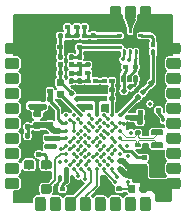
<source format=gtl>
G04 #@! TF.GenerationSoftware,KiCad,Pcbnew,(5.1.2-1)-1*
G04 #@! TF.CreationDate,2019-07-31T11:47:24+02:00*
G04 #@! TF.ProjectId,TLM-v1_2,544c4d2d-7631-45f3-922e-6b696361645f,1.1*
G04 #@! TF.SameCoordinates,Original*
G04 #@! TF.FileFunction,Copper,L1,Top*
G04 #@! TF.FilePolarity,Positive*
%FSLAX46Y46*%
G04 Gerber Fmt 4.6, Leading zero omitted, Abs format (unit mm)*
G04 Created by KiCad (PCBNEW (5.1.2-1)-1) date 2019-07-31 11:47:24*
%MOMM*%
%LPD*%
G04 APERTURE LIST*
%ADD10C,0.100000*%
%ADD11C,0.400000*%
%ADD12C,0.800000*%
%ADD13C,0.500000*%
%ADD14C,0.900000*%
%ADD15C,0.590000*%
%ADD16C,0.350000*%
%ADD17C,0.250000*%
%ADD18C,0.760000*%
%ADD19C,0.355600*%
%ADD20C,0.460000*%
%ADD21C,0.482600*%
%ADD22C,0.508000*%
%ADD23C,0.203200*%
%ADD24C,0.254000*%
%ADD25C,0.381000*%
%ADD26C,0.177800*%
%ADD27C,0.152400*%
%ADD28C,0.127000*%
%ADD29C,0.101600*%
%ADD30C,0.635000*%
%ADD31C,0.160000*%
%ADD32C,0.200000*%
G04 APERTURE END LIST*
D10*
G36*
X132534802Y-84300482D02*
G01*
X132544509Y-84301921D01*
X132554028Y-84304306D01*
X132563268Y-84307612D01*
X132572140Y-84311808D01*
X132580557Y-84316853D01*
X132588439Y-84322699D01*
X132595711Y-84329289D01*
X132602301Y-84336561D01*
X132608147Y-84344443D01*
X132613192Y-84352860D01*
X132617388Y-84361732D01*
X132620694Y-84370972D01*
X132623079Y-84380491D01*
X132624518Y-84390198D01*
X132625000Y-84400000D01*
X132625000Y-84600000D01*
X132624518Y-84609802D01*
X132623079Y-84619509D01*
X132620694Y-84629028D01*
X132617388Y-84638268D01*
X132613192Y-84647140D01*
X132608147Y-84655557D01*
X132602301Y-84663439D01*
X132595711Y-84670711D01*
X132588439Y-84677301D01*
X132580557Y-84683147D01*
X132572140Y-84688192D01*
X132563268Y-84692388D01*
X132554028Y-84695694D01*
X132544509Y-84698079D01*
X132534802Y-84699518D01*
X132525000Y-84700000D01*
X132265000Y-84700000D01*
X132255198Y-84699518D01*
X132245491Y-84698079D01*
X132235972Y-84695694D01*
X132226732Y-84692388D01*
X132217860Y-84688192D01*
X132209443Y-84683147D01*
X132201561Y-84677301D01*
X132194289Y-84670711D01*
X132187699Y-84663439D01*
X132181853Y-84655557D01*
X132176808Y-84647140D01*
X132172612Y-84638268D01*
X132169306Y-84629028D01*
X132166921Y-84619509D01*
X132165482Y-84609802D01*
X132165000Y-84600000D01*
X132165000Y-84400000D01*
X132165482Y-84390198D01*
X132166921Y-84380491D01*
X132169306Y-84370972D01*
X132172612Y-84361732D01*
X132176808Y-84352860D01*
X132181853Y-84344443D01*
X132187699Y-84336561D01*
X132194289Y-84329289D01*
X132201561Y-84322699D01*
X132209443Y-84316853D01*
X132217860Y-84311808D01*
X132226732Y-84307612D01*
X132235972Y-84304306D01*
X132245491Y-84301921D01*
X132255198Y-84300482D01*
X132265000Y-84300000D01*
X132525000Y-84300000D01*
X132534802Y-84300482D01*
X132534802Y-84300482D01*
G37*
D11*
X132395000Y-84500000D03*
D10*
G36*
X131894802Y-84300482D02*
G01*
X131904509Y-84301921D01*
X131914028Y-84304306D01*
X131923268Y-84307612D01*
X131932140Y-84311808D01*
X131940557Y-84316853D01*
X131948439Y-84322699D01*
X131955711Y-84329289D01*
X131962301Y-84336561D01*
X131968147Y-84344443D01*
X131973192Y-84352860D01*
X131977388Y-84361732D01*
X131980694Y-84370972D01*
X131983079Y-84380491D01*
X131984518Y-84390198D01*
X131985000Y-84400000D01*
X131985000Y-84600000D01*
X131984518Y-84609802D01*
X131983079Y-84619509D01*
X131980694Y-84629028D01*
X131977388Y-84638268D01*
X131973192Y-84647140D01*
X131968147Y-84655557D01*
X131962301Y-84663439D01*
X131955711Y-84670711D01*
X131948439Y-84677301D01*
X131940557Y-84683147D01*
X131932140Y-84688192D01*
X131923268Y-84692388D01*
X131914028Y-84695694D01*
X131904509Y-84698079D01*
X131894802Y-84699518D01*
X131885000Y-84700000D01*
X131625000Y-84700000D01*
X131615198Y-84699518D01*
X131605491Y-84698079D01*
X131595972Y-84695694D01*
X131586732Y-84692388D01*
X131577860Y-84688192D01*
X131569443Y-84683147D01*
X131561561Y-84677301D01*
X131554289Y-84670711D01*
X131547699Y-84663439D01*
X131541853Y-84655557D01*
X131536808Y-84647140D01*
X131532612Y-84638268D01*
X131529306Y-84629028D01*
X131526921Y-84619509D01*
X131525482Y-84609802D01*
X131525000Y-84600000D01*
X131525000Y-84400000D01*
X131525482Y-84390198D01*
X131526921Y-84380491D01*
X131529306Y-84370972D01*
X131532612Y-84361732D01*
X131536808Y-84352860D01*
X131541853Y-84344443D01*
X131547699Y-84336561D01*
X131554289Y-84329289D01*
X131561561Y-84322699D01*
X131569443Y-84316853D01*
X131577860Y-84311808D01*
X131586732Y-84307612D01*
X131595972Y-84304306D01*
X131605491Y-84301921D01*
X131615198Y-84300482D01*
X131625000Y-84300000D01*
X131885000Y-84300000D01*
X131894802Y-84300482D01*
X131894802Y-84300482D01*
G37*
D11*
X131755000Y-84500000D03*
D10*
G36*
X131144603Y-87700962D02*
G01*
X131164018Y-87703842D01*
X131183057Y-87708611D01*
X131201537Y-87715223D01*
X131219279Y-87723615D01*
X131236114Y-87733705D01*
X131251879Y-87745397D01*
X131266421Y-87758578D01*
X131279602Y-87773120D01*
X131291294Y-87788885D01*
X131301384Y-87805720D01*
X131309776Y-87823462D01*
X131316388Y-87841942D01*
X131321157Y-87860981D01*
X131324037Y-87880396D01*
X131325000Y-87899999D01*
X131325000Y-88299999D01*
X131324037Y-88319602D01*
X131321157Y-88339017D01*
X131316388Y-88358056D01*
X131309776Y-88376536D01*
X131301384Y-88394278D01*
X131291294Y-88411113D01*
X131279602Y-88426878D01*
X131266421Y-88441420D01*
X131251879Y-88454601D01*
X131236114Y-88466293D01*
X131219279Y-88476383D01*
X131201537Y-88484775D01*
X131183057Y-88491387D01*
X131164018Y-88496156D01*
X131144603Y-88499036D01*
X131125000Y-88499999D01*
X130625000Y-88499999D01*
X130605397Y-88499036D01*
X130585982Y-88496156D01*
X130566943Y-88491387D01*
X130548463Y-88484775D01*
X130530721Y-88476383D01*
X130513886Y-88466293D01*
X130498121Y-88454601D01*
X130483579Y-88441420D01*
X130470398Y-88426878D01*
X130458706Y-88411113D01*
X130448616Y-88394278D01*
X130440224Y-88376536D01*
X130433612Y-88358056D01*
X130428843Y-88339017D01*
X130425963Y-88319602D01*
X130425000Y-88299999D01*
X130425000Y-87899999D01*
X130425963Y-87880396D01*
X130428843Y-87860981D01*
X130433612Y-87841942D01*
X130440224Y-87823462D01*
X130448616Y-87805720D01*
X130458706Y-87788885D01*
X130470398Y-87773120D01*
X130483579Y-87758578D01*
X130498121Y-87745397D01*
X130513886Y-87733705D01*
X130530721Y-87723615D01*
X130548463Y-87715223D01*
X130566943Y-87708611D01*
X130585982Y-87703842D01*
X130605397Y-87700962D01*
X130625000Y-87699999D01*
X131125000Y-87699999D01*
X131144603Y-87700962D01*
X131144603Y-87700962D01*
G37*
D12*
X130875000Y-88099999D03*
D10*
G36*
X132594603Y-87700962D02*
G01*
X132614018Y-87703842D01*
X132633057Y-87708611D01*
X132651537Y-87715223D01*
X132669279Y-87723615D01*
X132686114Y-87733705D01*
X132701879Y-87745397D01*
X132716421Y-87758578D01*
X132729602Y-87773120D01*
X132741294Y-87788885D01*
X132751384Y-87805720D01*
X132759776Y-87823462D01*
X132766388Y-87841942D01*
X132771157Y-87860981D01*
X132774037Y-87880396D01*
X132775000Y-87899999D01*
X132775000Y-88299999D01*
X132774037Y-88319602D01*
X132771157Y-88339017D01*
X132766388Y-88358056D01*
X132759776Y-88376536D01*
X132751384Y-88394278D01*
X132741294Y-88411113D01*
X132729602Y-88426878D01*
X132716421Y-88441420D01*
X132701879Y-88454601D01*
X132686114Y-88466293D01*
X132669279Y-88476383D01*
X132651537Y-88484775D01*
X132633057Y-88491387D01*
X132614018Y-88496156D01*
X132594603Y-88499036D01*
X132575000Y-88499999D01*
X132075000Y-88499999D01*
X132055397Y-88499036D01*
X132035982Y-88496156D01*
X132016943Y-88491387D01*
X131998463Y-88484775D01*
X131980721Y-88476383D01*
X131963886Y-88466293D01*
X131948121Y-88454601D01*
X131933579Y-88441420D01*
X131920398Y-88426878D01*
X131908706Y-88411113D01*
X131898616Y-88394278D01*
X131890224Y-88376536D01*
X131883612Y-88358056D01*
X131878843Y-88339017D01*
X131875963Y-88319602D01*
X131875000Y-88299999D01*
X131875000Y-87899999D01*
X131875963Y-87880396D01*
X131878843Y-87860981D01*
X131883612Y-87841942D01*
X131890224Y-87823462D01*
X131898616Y-87805720D01*
X131908706Y-87788885D01*
X131920398Y-87773120D01*
X131933579Y-87758578D01*
X131948121Y-87745397D01*
X131963886Y-87733705D01*
X131980721Y-87723615D01*
X131998463Y-87715223D01*
X132016943Y-87708611D01*
X132035982Y-87703842D01*
X132055397Y-87700962D01*
X132075000Y-87699999D01*
X132575000Y-87699999D01*
X132594603Y-87700962D01*
X132594603Y-87700962D01*
G37*
D12*
X132325000Y-88099999D03*
D10*
G36*
X131144603Y-85650963D02*
G01*
X131164018Y-85653843D01*
X131183057Y-85658612D01*
X131201537Y-85665224D01*
X131219279Y-85673616D01*
X131236114Y-85683706D01*
X131251879Y-85695398D01*
X131266421Y-85708579D01*
X131279602Y-85723121D01*
X131291294Y-85738886D01*
X131301384Y-85755721D01*
X131309776Y-85773463D01*
X131316388Y-85791943D01*
X131321157Y-85810982D01*
X131324037Y-85830397D01*
X131325000Y-85850000D01*
X131325000Y-86250000D01*
X131324037Y-86269603D01*
X131321157Y-86289018D01*
X131316388Y-86308057D01*
X131309776Y-86326537D01*
X131301384Y-86344279D01*
X131291294Y-86361114D01*
X131279602Y-86376879D01*
X131266421Y-86391421D01*
X131251879Y-86404602D01*
X131236114Y-86416294D01*
X131219279Y-86426384D01*
X131201537Y-86434776D01*
X131183057Y-86441388D01*
X131164018Y-86446157D01*
X131144603Y-86449037D01*
X131125000Y-86450000D01*
X130625000Y-86450000D01*
X130605397Y-86449037D01*
X130585982Y-86446157D01*
X130566943Y-86441388D01*
X130548463Y-86434776D01*
X130530721Y-86426384D01*
X130513886Y-86416294D01*
X130498121Y-86404602D01*
X130483579Y-86391421D01*
X130470398Y-86376879D01*
X130458706Y-86361114D01*
X130448616Y-86344279D01*
X130440224Y-86326537D01*
X130433612Y-86308057D01*
X130428843Y-86289018D01*
X130425963Y-86269603D01*
X130425000Y-86250000D01*
X130425000Y-85850000D01*
X130425963Y-85830397D01*
X130428843Y-85810982D01*
X130433612Y-85791943D01*
X130440224Y-85773463D01*
X130448616Y-85755721D01*
X130458706Y-85738886D01*
X130470398Y-85723121D01*
X130483579Y-85708579D01*
X130498121Y-85695398D01*
X130513886Y-85683706D01*
X130530721Y-85673616D01*
X130548463Y-85665224D01*
X130566943Y-85658612D01*
X130585982Y-85653843D01*
X130605397Y-85650963D01*
X130625000Y-85650000D01*
X131125000Y-85650000D01*
X131144603Y-85650963D01*
X131144603Y-85650963D01*
G37*
D12*
X130875000Y-86050000D03*
D10*
G36*
X132594603Y-85650963D02*
G01*
X132614018Y-85653843D01*
X132633057Y-85658612D01*
X132651537Y-85665224D01*
X132669279Y-85673616D01*
X132686114Y-85683706D01*
X132701879Y-85695398D01*
X132716421Y-85708579D01*
X132729602Y-85723121D01*
X132741294Y-85738886D01*
X132751384Y-85755721D01*
X132759776Y-85773463D01*
X132766388Y-85791943D01*
X132771157Y-85810982D01*
X132774037Y-85830397D01*
X132775000Y-85850000D01*
X132775000Y-86250000D01*
X132774037Y-86269603D01*
X132771157Y-86289018D01*
X132766388Y-86308057D01*
X132759776Y-86326537D01*
X132751384Y-86344279D01*
X132741294Y-86361114D01*
X132729602Y-86376879D01*
X132716421Y-86391421D01*
X132701879Y-86404602D01*
X132686114Y-86416294D01*
X132669279Y-86426384D01*
X132651537Y-86434776D01*
X132633057Y-86441388D01*
X132614018Y-86446157D01*
X132594603Y-86449037D01*
X132575000Y-86450000D01*
X132075000Y-86450000D01*
X132055397Y-86449037D01*
X132035982Y-86446157D01*
X132016943Y-86441388D01*
X131998463Y-86434776D01*
X131980721Y-86426384D01*
X131963886Y-86416294D01*
X131948121Y-86404602D01*
X131933579Y-86391421D01*
X131920398Y-86376879D01*
X131908706Y-86361114D01*
X131898616Y-86344279D01*
X131890224Y-86326537D01*
X131883612Y-86308057D01*
X131878843Y-86289018D01*
X131875963Y-86269603D01*
X131875000Y-86250000D01*
X131875000Y-85850000D01*
X131875963Y-85830397D01*
X131878843Y-85810982D01*
X131883612Y-85791943D01*
X131890224Y-85773463D01*
X131898616Y-85755721D01*
X131908706Y-85738886D01*
X131920398Y-85723121D01*
X131933579Y-85708579D01*
X131948121Y-85695398D01*
X131963886Y-85683706D01*
X131980721Y-85673616D01*
X131998463Y-85665224D01*
X132016943Y-85658612D01*
X132035982Y-85653843D01*
X132055397Y-85650963D01*
X132075000Y-85650000D01*
X132575000Y-85650000D01*
X132594603Y-85650963D01*
X132594603Y-85650963D01*
G37*
D12*
X132325000Y-86050000D03*
D10*
G36*
X142087252Y-83050602D02*
G01*
X142099386Y-83052402D01*
X142111286Y-83055382D01*
X142122835Y-83059515D01*
X142133925Y-83064760D01*
X142144446Y-83071066D01*
X142154299Y-83078374D01*
X142163388Y-83086612D01*
X142171626Y-83095701D01*
X142178934Y-83105554D01*
X142185240Y-83116075D01*
X142190485Y-83127165D01*
X142194618Y-83138714D01*
X142197598Y-83150614D01*
X142199398Y-83162748D01*
X142200000Y-83175000D01*
X142200000Y-83425000D01*
X142199398Y-83437252D01*
X142197598Y-83449386D01*
X142194618Y-83461286D01*
X142190485Y-83472835D01*
X142185240Y-83483925D01*
X142178934Y-83494446D01*
X142171626Y-83504299D01*
X142163388Y-83513388D01*
X142154299Y-83521626D01*
X142144446Y-83528934D01*
X142133925Y-83535240D01*
X142122835Y-83540485D01*
X142111286Y-83544618D01*
X142099386Y-83547598D01*
X142087252Y-83549398D01*
X142075000Y-83550000D01*
X141325000Y-83550000D01*
X141312748Y-83549398D01*
X141300614Y-83547598D01*
X141288714Y-83544618D01*
X141277165Y-83540485D01*
X141266075Y-83535240D01*
X141255554Y-83528934D01*
X141245701Y-83521626D01*
X141236612Y-83513388D01*
X141228374Y-83504299D01*
X141221066Y-83494446D01*
X141214760Y-83483925D01*
X141209515Y-83472835D01*
X141205382Y-83461286D01*
X141202402Y-83449386D01*
X141200602Y-83437252D01*
X141200000Y-83425000D01*
X141200000Y-83175000D01*
X141200602Y-83162748D01*
X141202402Y-83150614D01*
X141205382Y-83138714D01*
X141209515Y-83127165D01*
X141214760Y-83116075D01*
X141221066Y-83105554D01*
X141228374Y-83095701D01*
X141236612Y-83086612D01*
X141245701Y-83078374D01*
X141255554Y-83071066D01*
X141266075Y-83064760D01*
X141277165Y-83059515D01*
X141288714Y-83055382D01*
X141300614Y-83052402D01*
X141312748Y-83050602D01*
X141325000Y-83050000D01*
X142075000Y-83050000D01*
X142087252Y-83050602D01*
X142087252Y-83050602D01*
G37*
D13*
X141700000Y-83300000D03*
D10*
G36*
X142087252Y-84150602D02*
G01*
X142099386Y-84152402D01*
X142111286Y-84155382D01*
X142122835Y-84159515D01*
X142133925Y-84164760D01*
X142144446Y-84171066D01*
X142154299Y-84178374D01*
X142163388Y-84186612D01*
X142171626Y-84195701D01*
X142178934Y-84205554D01*
X142185240Y-84216075D01*
X142190485Y-84227165D01*
X142194618Y-84238714D01*
X142197598Y-84250614D01*
X142199398Y-84262748D01*
X142200000Y-84275000D01*
X142200000Y-84525000D01*
X142199398Y-84537252D01*
X142197598Y-84549386D01*
X142194618Y-84561286D01*
X142190485Y-84572835D01*
X142185240Y-84583925D01*
X142178934Y-84594446D01*
X142171626Y-84604299D01*
X142163388Y-84613388D01*
X142154299Y-84621626D01*
X142144446Y-84628934D01*
X142133925Y-84635240D01*
X142122835Y-84640485D01*
X142111286Y-84644618D01*
X142099386Y-84647598D01*
X142087252Y-84649398D01*
X142075000Y-84650000D01*
X141325000Y-84650000D01*
X141312748Y-84649398D01*
X141300614Y-84647598D01*
X141288714Y-84644618D01*
X141277165Y-84640485D01*
X141266075Y-84635240D01*
X141255554Y-84628934D01*
X141245701Y-84621626D01*
X141236612Y-84613388D01*
X141228374Y-84604299D01*
X141221066Y-84594446D01*
X141214760Y-84583925D01*
X141209515Y-84572835D01*
X141205382Y-84561286D01*
X141202402Y-84549386D01*
X141200602Y-84537252D01*
X141200000Y-84525000D01*
X141200000Y-84275000D01*
X141200602Y-84262748D01*
X141202402Y-84250614D01*
X141205382Y-84238714D01*
X141209515Y-84227165D01*
X141214760Y-84216075D01*
X141221066Y-84205554D01*
X141228374Y-84195701D01*
X141236612Y-84186612D01*
X141245701Y-84178374D01*
X141255554Y-84171066D01*
X141266075Y-84164760D01*
X141277165Y-84159515D01*
X141288714Y-84155382D01*
X141300614Y-84152402D01*
X141312748Y-84150602D01*
X141325000Y-84150000D01*
X142075000Y-84150000D01*
X142087252Y-84150602D01*
X142087252Y-84150602D01*
G37*
D13*
X141700000Y-84400000D03*
D10*
G36*
X129873643Y-75750867D02*
G01*
X129891116Y-75753459D01*
X129908251Y-75757751D01*
X129924883Y-75763702D01*
X129940851Y-75771254D01*
X129956003Y-75780335D01*
X129970191Y-75790858D01*
X129983279Y-75802721D01*
X129995142Y-75815809D01*
X130005665Y-75829997D01*
X130014746Y-75845149D01*
X130022298Y-75861117D01*
X130028249Y-75877749D01*
X130032541Y-75894884D01*
X130035133Y-75912357D01*
X130036000Y-75930000D01*
X130036000Y-76470000D01*
X130035133Y-76487643D01*
X130032541Y-76505116D01*
X130028249Y-76522251D01*
X130022298Y-76538883D01*
X130014746Y-76554851D01*
X130005665Y-76570003D01*
X129995142Y-76584191D01*
X129983279Y-76597279D01*
X129970191Y-76609142D01*
X129956003Y-76619665D01*
X129940851Y-76628746D01*
X129924883Y-76636298D01*
X129908251Y-76642249D01*
X129891116Y-76646541D01*
X129873643Y-76649133D01*
X129856000Y-76650000D01*
X129016000Y-76650000D01*
X128998357Y-76649133D01*
X128980884Y-76646541D01*
X128963749Y-76642249D01*
X128947117Y-76636298D01*
X128931149Y-76628746D01*
X128915997Y-76619665D01*
X128901809Y-76609142D01*
X128888721Y-76597279D01*
X128876858Y-76584191D01*
X128866335Y-76570003D01*
X128857254Y-76554851D01*
X128849702Y-76538883D01*
X128843751Y-76522251D01*
X128839459Y-76505116D01*
X128836867Y-76487643D01*
X128836000Y-76470000D01*
X128836000Y-75930000D01*
X128836867Y-75912357D01*
X128839459Y-75894884D01*
X128843751Y-75877749D01*
X128849702Y-75861117D01*
X128857254Y-75845149D01*
X128866335Y-75829997D01*
X128876858Y-75815809D01*
X128888721Y-75802721D01*
X128901809Y-75790858D01*
X128915997Y-75780335D01*
X128931149Y-75771254D01*
X128947117Y-75763702D01*
X128963749Y-75757751D01*
X128980884Y-75753459D01*
X128998357Y-75750867D01*
X129016000Y-75750000D01*
X129856000Y-75750000D01*
X129873643Y-75750867D01*
X129873643Y-75750867D01*
G37*
D14*
X129436000Y-76200000D03*
D10*
G36*
X129873643Y-77020867D02*
G01*
X129891116Y-77023459D01*
X129908251Y-77027751D01*
X129924883Y-77033702D01*
X129940851Y-77041254D01*
X129956003Y-77050335D01*
X129970191Y-77060858D01*
X129983279Y-77072721D01*
X129995142Y-77085809D01*
X130005665Y-77099997D01*
X130014746Y-77115149D01*
X130022298Y-77131117D01*
X130028249Y-77147749D01*
X130032541Y-77164884D01*
X130035133Y-77182357D01*
X130036000Y-77200000D01*
X130036000Y-77740000D01*
X130035133Y-77757643D01*
X130032541Y-77775116D01*
X130028249Y-77792251D01*
X130022298Y-77808883D01*
X130014746Y-77824851D01*
X130005665Y-77840003D01*
X129995142Y-77854191D01*
X129983279Y-77867279D01*
X129970191Y-77879142D01*
X129956003Y-77889665D01*
X129940851Y-77898746D01*
X129924883Y-77906298D01*
X129908251Y-77912249D01*
X129891116Y-77916541D01*
X129873643Y-77919133D01*
X129856000Y-77920000D01*
X129016000Y-77920000D01*
X128998357Y-77919133D01*
X128980884Y-77916541D01*
X128963749Y-77912249D01*
X128947117Y-77906298D01*
X128931149Y-77898746D01*
X128915997Y-77889665D01*
X128901809Y-77879142D01*
X128888721Y-77867279D01*
X128876858Y-77854191D01*
X128866335Y-77840003D01*
X128857254Y-77824851D01*
X128849702Y-77808883D01*
X128843751Y-77792251D01*
X128839459Y-77775116D01*
X128836867Y-77757643D01*
X128836000Y-77740000D01*
X128836000Y-77200000D01*
X128836867Y-77182357D01*
X128839459Y-77164884D01*
X128843751Y-77147749D01*
X128849702Y-77131117D01*
X128857254Y-77115149D01*
X128866335Y-77099997D01*
X128876858Y-77085809D01*
X128888721Y-77072721D01*
X128901809Y-77060858D01*
X128915997Y-77050335D01*
X128931149Y-77041254D01*
X128947117Y-77033702D01*
X128963749Y-77027751D01*
X128980884Y-77023459D01*
X128998357Y-77020867D01*
X129016000Y-77020000D01*
X129856000Y-77020000D01*
X129873643Y-77020867D01*
X129873643Y-77020867D01*
G37*
D14*
X129436000Y-77470000D03*
D10*
G36*
X129873643Y-78290867D02*
G01*
X129891116Y-78293459D01*
X129908251Y-78297751D01*
X129924883Y-78303702D01*
X129940851Y-78311254D01*
X129956003Y-78320335D01*
X129970191Y-78330858D01*
X129983279Y-78342721D01*
X129995142Y-78355809D01*
X130005665Y-78369997D01*
X130014746Y-78385149D01*
X130022298Y-78401117D01*
X130028249Y-78417749D01*
X130032541Y-78434884D01*
X130035133Y-78452357D01*
X130036000Y-78470000D01*
X130036000Y-79010000D01*
X130035133Y-79027643D01*
X130032541Y-79045116D01*
X130028249Y-79062251D01*
X130022298Y-79078883D01*
X130014746Y-79094851D01*
X130005665Y-79110003D01*
X129995142Y-79124191D01*
X129983279Y-79137279D01*
X129970191Y-79149142D01*
X129956003Y-79159665D01*
X129940851Y-79168746D01*
X129924883Y-79176298D01*
X129908251Y-79182249D01*
X129891116Y-79186541D01*
X129873643Y-79189133D01*
X129856000Y-79190000D01*
X129016000Y-79190000D01*
X128998357Y-79189133D01*
X128980884Y-79186541D01*
X128963749Y-79182249D01*
X128947117Y-79176298D01*
X128931149Y-79168746D01*
X128915997Y-79159665D01*
X128901809Y-79149142D01*
X128888721Y-79137279D01*
X128876858Y-79124191D01*
X128866335Y-79110003D01*
X128857254Y-79094851D01*
X128849702Y-79078883D01*
X128843751Y-79062251D01*
X128839459Y-79045116D01*
X128836867Y-79027643D01*
X128836000Y-79010000D01*
X128836000Y-78470000D01*
X128836867Y-78452357D01*
X128839459Y-78434884D01*
X128843751Y-78417749D01*
X128849702Y-78401117D01*
X128857254Y-78385149D01*
X128866335Y-78369997D01*
X128876858Y-78355809D01*
X128888721Y-78342721D01*
X128901809Y-78330858D01*
X128915997Y-78320335D01*
X128931149Y-78311254D01*
X128947117Y-78303702D01*
X128963749Y-78297751D01*
X128980884Y-78293459D01*
X128998357Y-78290867D01*
X129016000Y-78290000D01*
X129856000Y-78290000D01*
X129873643Y-78290867D01*
X129873643Y-78290867D01*
G37*
D14*
X129436000Y-78740000D03*
D10*
G36*
X129873643Y-79560867D02*
G01*
X129891116Y-79563459D01*
X129908251Y-79567751D01*
X129924883Y-79573702D01*
X129940851Y-79581254D01*
X129956003Y-79590335D01*
X129970191Y-79600858D01*
X129983279Y-79612721D01*
X129995142Y-79625809D01*
X130005665Y-79639997D01*
X130014746Y-79655149D01*
X130022298Y-79671117D01*
X130028249Y-79687749D01*
X130032541Y-79704884D01*
X130035133Y-79722357D01*
X130036000Y-79740000D01*
X130036000Y-80280000D01*
X130035133Y-80297643D01*
X130032541Y-80315116D01*
X130028249Y-80332251D01*
X130022298Y-80348883D01*
X130014746Y-80364851D01*
X130005665Y-80380003D01*
X129995142Y-80394191D01*
X129983279Y-80407279D01*
X129970191Y-80419142D01*
X129956003Y-80429665D01*
X129940851Y-80438746D01*
X129924883Y-80446298D01*
X129908251Y-80452249D01*
X129891116Y-80456541D01*
X129873643Y-80459133D01*
X129856000Y-80460000D01*
X129016000Y-80460000D01*
X128998357Y-80459133D01*
X128980884Y-80456541D01*
X128963749Y-80452249D01*
X128947117Y-80446298D01*
X128931149Y-80438746D01*
X128915997Y-80429665D01*
X128901809Y-80419142D01*
X128888721Y-80407279D01*
X128876858Y-80394191D01*
X128866335Y-80380003D01*
X128857254Y-80364851D01*
X128849702Y-80348883D01*
X128843751Y-80332251D01*
X128839459Y-80315116D01*
X128836867Y-80297643D01*
X128836000Y-80280000D01*
X128836000Y-79740000D01*
X128836867Y-79722357D01*
X128839459Y-79704884D01*
X128843751Y-79687749D01*
X128849702Y-79671117D01*
X128857254Y-79655149D01*
X128866335Y-79639997D01*
X128876858Y-79625809D01*
X128888721Y-79612721D01*
X128901809Y-79600858D01*
X128915997Y-79590335D01*
X128931149Y-79581254D01*
X128947117Y-79573702D01*
X128963749Y-79567751D01*
X128980884Y-79563459D01*
X128998357Y-79560867D01*
X129016000Y-79560000D01*
X129856000Y-79560000D01*
X129873643Y-79560867D01*
X129873643Y-79560867D01*
G37*
D14*
X129436000Y-80010000D03*
D10*
G36*
X129873643Y-80830867D02*
G01*
X129891116Y-80833459D01*
X129908251Y-80837751D01*
X129924883Y-80843702D01*
X129940851Y-80851254D01*
X129956003Y-80860335D01*
X129970191Y-80870858D01*
X129983279Y-80882721D01*
X129995142Y-80895809D01*
X130005665Y-80909997D01*
X130014746Y-80925149D01*
X130022298Y-80941117D01*
X130028249Y-80957749D01*
X130032541Y-80974884D01*
X130035133Y-80992357D01*
X130036000Y-81010000D01*
X130036000Y-81550000D01*
X130035133Y-81567643D01*
X130032541Y-81585116D01*
X130028249Y-81602251D01*
X130022298Y-81618883D01*
X130014746Y-81634851D01*
X130005665Y-81650003D01*
X129995142Y-81664191D01*
X129983279Y-81677279D01*
X129970191Y-81689142D01*
X129956003Y-81699665D01*
X129940851Y-81708746D01*
X129924883Y-81716298D01*
X129908251Y-81722249D01*
X129891116Y-81726541D01*
X129873643Y-81729133D01*
X129856000Y-81730000D01*
X129016000Y-81730000D01*
X128998357Y-81729133D01*
X128980884Y-81726541D01*
X128963749Y-81722249D01*
X128947117Y-81716298D01*
X128931149Y-81708746D01*
X128915997Y-81699665D01*
X128901809Y-81689142D01*
X128888721Y-81677279D01*
X128876858Y-81664191D01*
X128866335Y-81650003D01*
X128857254Y-81634851D01*
X128849702Y-81618883D01*
X128843751Y-81602251D01*
X128839459Y-81585116D01*
X128836867Y-81567643D01*
X128836000Y-81550000D01*
X128836000Y-81010000D01*
X128836867Y-80992357D01*
X128839459Y-80974884D01*
X128843751Y-80957749D01*
X128849702Y-80941117D01*
X128857254Y-80925149D01*
X128866335Y-80909997D01*
X128876858Y-80895809D01*
X128888721Y-80882721D01*
X128901809Y-80870858D01*
X128915997Y-80860335D01*
X128931149Y-80851254D01*
X128947117Y-80843702D01*
X128963749Y-80837751D01*
X128980884Y-80833459D01*
X128998357Y-80830867D01*
X129016000Y-80830000D01*
X129856000Y-80830000D01*
X129873643Y-80830867D01*
X129873643Y-80830867D01*
G37*
D14*
X129436000Y-81280000D03*
D10*
G36*
X129873643Y-82100867D02*
G01*
X129891116Y-82103459D01*
X129908251Y-82107751D01*
X129924883Y-82113702D01*
X129940851Y-82121254D01*
X129956003Y-82130335D01*
X129970191Y-82140858D01*
X129983279Y-82152721D01*
X129995142Y-82165809D01*
X130005665Y-82179997D01*
X130014746Y-82195149D01*
X130022298Y-82211117D01*
X130028249Y-82227749D01*
X130032541Y-82244884D01*
X130035133Y-82262357D01*
X130036000Y-82280000D01*
X130036000Y-82820000D01*
X130035133Y-82837643D01*
X130032541Y-82855116D01*
X130028249Y-82872251D01*
X130022298Y-82888883D01*
X130014746Y-82904851D01*
X130005665Y-82920003D01*
X129995142Y-82934191D01*
X129983279Y-82947279D01*
X129970191Y-82959142D01*
X129956003Y-82969665D01*
X129940851Y-82978746D01*
X129924883Y-82986298D01*
X129908251Y-82992249D01*
X129891116Y-82996541D01*
X129873643Y-82999133D01*
X129856000Y-83000000D01*
X129016000Y-83000000D01*
X128998357Y-82999133D01*
X128980884Y-82996541D01*
X128963749Y-82992249D01*
X128947117Y-82986298D01*
X128931149Y-82978746D01*
X128915997Y-82969665D01*
X128901809Y-82959142D01*
X128888721Y-82947279D01*
X128876858Y-82934191D01*
X128866335Y-82920003D01*
X128857254Y-82904851D01*
X128849702Y-82888883D01*
X128843751Y-82872251D01*
X128839459Y-82855116D01*
X128836867Y-82837643D01*
X128836000Y-82820000D01*
X128836000Y-82280000D01*
X128836867Y-82262357D01*
X128839459Y-82244884D01*
X128843751Y-82227749D01*
X128849702Y-82211117D01*
X128857254Y-82195149D01*
X128866335Y-82179997D01*
X128876858Y-82165809D01*
X128888721Y-82152721D01*
X128901809Y-82140858D01*
X128915997Y-82130335D01*
X128931149Y-82121254D01*
X128947117Y-82113702D01*
X128963749Y-82107751D01*
X128980884Y-82103459D01*
X128998357Y-82100867D01*
X129016000Y-82100000D01*
X129856000Y-82100000D01*
X129873643Y-82100867D01*
X129873643Y-82100867D01*
G37*
D14*
X129436000Y-82550000D03*
D10*
G36*
X129873643Y-83370867D02*
G01*
X129891116Y-83373459D01*
X129908251Y-83377751D01*
X129924883Y-83383702D01*
X129940851Y-83391254D01*
X129956003Y-83400335D01*
X129970191Y-83410858D01*
X129983279Y-83422721D01*
X129995142Y-83435809D01*
X130005665Y-83449997D01*
X130014746Y-83465149D01*
X130022298Y-83481117D01*
X130028249Y-83497749D01*
X130032541Y-83514884D01*
X130035133Y-83532357D01*
X130036000Y-83550000D01*
X130036000Y-84090000D01*
X130035133Y-84107643D01*
X130032541Y-84125116D01*
X130028249Y-84142251D01*
X130022298Y-84158883D01*
X130014746Y-84174851D01*
X130005665Y-84190003D01*
X129995142Y-84204191D01*
X129983279Y-84217279D01*
X129970191Y-84229142D01*
X129956003Y-84239665D01*
X129940851Y-84248746D01*
X129924883Y-84256298D01*
X129908251Y-84262249D01*
X129891116Y-84266541D01*
X129873643Y-84269133D01*
X129856000Y-84270000D01*
X129016000Y-84270000D01*
X128998357Y-84269133D01*
X128980884Y-84266541D01*
X128963749Y-84262249D01*
X128947117Y-84256298D01*
X128931149Y-84248746D01*
X128915997Y-84239665D01*
X128901809Y-84229142D01*
X128888721Y-84217279D01*
X128876858Y-84204191D01*
X128866335Y-84190003D01*
X128857254Y-84174851D01*
X128849702Y-84158883D01*
X128843751Y-84142251D01*
X128839459Y-84125116D01*
X128836867Y-84107643D01*
X128836000Y-84090000D01*
X128836000Y-83550000D01*
X128836867Y-83532357D01*
X128839459Y-83514884D01*
X128843751Y-83497749D01*
X128849702Y-83481117D01*
X128857254Y-83465149D01*
X128866335Y-83449997D01*
X128876858Y-83435809D01*
X128888721Y-83422721D01*
X128901809Y-83410858D01*
X128915997Y-83400335D01*
X128931149Y-83391254D01*
X128947117Y-83383702D01*
X128963749Y-83377751D01*
X128980884Y-83373459D01*
X128998357Y-83370867D01*
X129016000Y-83370000D01*
X129856000Y-83370000D01*
X129873643Y-83370867D01*
X129873643Y-83370867D01*
G37*
D14*
X129436000Y-83820000D03*
D10*
G36*
X129873643Y-84640867D02*
G01*
X129891116Y-84643459D01*
X129908251Y-84647751D01*
X129924883Y-84653702D01*
X129940851Y-84661254D01*
X129956003Y-84670335D01*
X129970191Y-84680858D01*
X129983279Y-84692721D01*
X129995142Y-84705809D01*
X130005665Y-84719997D01*
X130014746Y-84735149D01*
X130022298Y-84751117D01*
X130028249Y-84767749D01*
X130032541Y-84784884D01*
X130035133Y-84802357D01*
X130036000Y-84820000D01*
X130036000Y-85360000D01*
X130035133Y-85377643D01*
X130032541Y-85395116D01*
X130028249Y-85412251D01*
X130022298Y-85428883D01*
X130014746Y-85444851D01*
X130005665Y-85460003D01*
X129995142Y-85474191D01*
X129983279Y-85487279D01*
X129970191Y-85499142D01*
X129956003Y-85509665D01*
X129940851Y-85518746D01*
X129924883Y-85526298D01*
X129908251Y-85532249D01*
X129891116Y-85536541D01*
X129873643Y-85539133D01*
X129856000Y-85540000D01*
X129016000Y-85540000D01*
X128998357Y-85539133D01*
X128980884Y-85536541D01*
X128963749Y-85532249D01*
X128947117Y-85526298D01*
X128931149Y-85518746D01*
X128915997Y-85509665D01*
X128901809Y-85499142D01*
X128888721Y-85487279D01*
X128876858Y-85474191D01*
X128866335Y-85460003D01*
X128857254Y-85444851D01*
X128849702Y-85428883D01*
X128843751Y-85412251D01*
X128839459Y-85395116D01*
X128836867Y-85377643D01*
X128836000Y-85360000D01*
X128836000Y-84820000D01*
X128836867Y-84802357D01*
X128839459Y-84784884D01*
X128843751Y-84767749D01*
X128849702Y-84751117D01*
X128857254Y-84735149D01*
X128866335Y-84719997D01*
X128876858Y-84705809D01*
X128888721Y-84692721D01*
X128901809Y-84680858D01*
X128915997Y-84670335D01*
X128931149Y-84661254D01*
X128947117Y-84653702D01*
X128963749Y-84647751D01*
X128980884Y-84643459D01*
X128998357Y-84640867D01*
X129016000Y-84640000D01*
X129856000Y-84640000D01*
X129873643Y-84640867D01*
X129873643Y-84640867D01*
G37*
D14*
X129436000Y-85090000D03*
D10*
G36*
X129873643Y-85910867D02*
G01*
X129891116Y-85913459D01*
X129908251Y-85917751D01*
X129924883Y-85923702D01*
X129940851Y-85931254D01*
X129956003Y-85940335D01*
X129970191Y-85950858D01*
X129983279Y-85962721D01*
X129995142Y-85975809D01*
X130005665Y-85989997D01*
X130014746Y-86005149D01*
X130022298Y-86021117D01*
X130028249Y-86037749D01*
X130032541Y-86054884D01*
X130035133Y-86072357D01*
X130036000Y-86090000D01*
X130036000Y-86630000D01*
X130035133Y-86647643D01*
X130032541Y-86665116D01*
X130028249Y-86682251D01*
X130022298Y-86698883D01*
X130014746Y-86714851D01*
X130005665Y-86730003D01*
X129995142Y-86744191D01*
X129983279Y-86757279D01*
X129970191Y-86769142D01*
X129956003Y-86779665D01*
X129940851Y-86788746D01*
X129924883Y-86796298D01*
X129908251Y-86802249D01*
X129891116Y-86806541D01*
X129873643Y-86809133D01*
X129856000Y-86810000D01*
X129016000Y-86810000D01*
X128998357Y-86809133D01*
X128980884Y-86806541D01*
X128963749Y-86802249D01*
X128947117Y-86796298D01*
X128931149Y-86788746D01*
X128915997Y-86779665D01*
X128901809Y-86769142D01*
X128888721Y-86757279D01*
X128876858Y-86744191D01*
X128866335Y-86730003D01*
X128857254Y-86714851D01*
X128849702Y-86698883D01*
X128843751Y-86682251D01*
X128839459Y-86665116D01*
X128836867Y-86647643D01*
X128836000Y-86630000D01*
X128836000Y-86090000D01*
X128836867Y-86072357D01*
X128839459Y-86054884D01*
X128843751Y-86037749D01*
X128849702Y-86021117D01*
X128857254Y-86005149D01*
X128866335Y-85989997D01*
X128876858Y-85975809D01*
X128888721Y-85962721D01*
X128901809Y-85950858D01*
X128915997Y-85940335D01*
X128931149Y-85931254D01*
X128947117Y-85923702D01*
X128963749Y-85917751D01*
X128980884Y-85913459D01*
X128998357Y-85910867D01*
X129016000Y-85910000D01*
X129856000Y-85910000D01*
X129873643Y-85910867D01*
X129873643Y-85910867D01*
G37*
D14*
X129436000Y-86360000D03*
D10*
G36*
X129873643Y-87180867D02*
G01*
X129891116Y-87183459D01*
X129908251Y-87187751D01*
X129924883Y-87193702D01*
X129940851Y-87201254D01*
X129956003Y-87210335D01*
X129970191Y-87220858D01*
X129983279Y-87232721D01*
X129995142Y-87245809D01*
X130005665Y-87259997D01*
X130014746Y-87275149D01*
X130022298Y-87291117D01*
X130028249Y-87307749D01*
X130032541Y-87324884D01*
X130035133Y-87342357D01*
X130036000Y-87360000D01*
X130036000Y-87900000D01*
X130035133Y-87917643D01*
X130032541Y-87935116D01*
X130028249Y-87952251D01*
X130022298Y-87968883D01*
X130014746Y-87984851D01*
X130005665Y-88000003D01*
X129995142Y-88014191D01*
X129983279Y-88027279D01*
X129970191Y-88039142D01*
X129956003Y-88049665D01*
X129940851Y-88058746D01*
X129924883Y-88066298D01*
X129908251Y-88072249D01*
X129891116Y-88076541D01*
X129873643Y-88079133D01*
X129856000Y-88080000D01*
X129016000Y-88080000D01*
X128998357Y-88079133D01*
X128980884Y-88076541D01*
X128963749Y-88072249D01*
X128947117Y-88066298D01*
X128931149Y-88058746D01*
X128915997Y-88049665D01*
X128901809Y-88039142D01*
X128888721Y-88027279D01*
X128876858Y-88014191D01*
X128866335Y-88000003D01*
X128857254Y-87984851D01*
X128849702Y-87968883D01*
X128843751Y-87952251D01*
X128839459Y-87935116D01*
X128836867Y-87917643D01*
X128836000Y-87900000D01*
X128836000Y-87360000D01*
X128836867Y-87342357D01*
X128839459Y-87324884D01*
X128843751Y-87307749D01*
X128849702Y-87291117D01*
X128857254Y-87275149D01*
X128866335Y-87259997D01*
X128876858Y-87245809D01*
X128888721Y-87232721D01*
X128901809Y-87220858D01*
X128915997Y-87210335D01*
X128931149Y-87201254D01*
X128947117Y-87193702D01*
X128963749Y-87187751D01*
X128980884Y-87183459D01*
X128998357Y-87180867D01*
X129016000Y-87180000D01*
X129856000Y-87180000D01*
X129873643Y-87180867D01*
X129873643Y-87180867D01*
G37*
D14*
X129436000Y-87630000D03*
D10*
G36*
X143543643Y-75750867D02*
G01*
X143561116Y-75753459D01*
X143578251Y-75757751D01*
X143594883Y-75763702D01*
X143610851Y-75771254D01*
X143626003Y-75780335D01*
X143640191Y-75790858D01*
X143653279Y-75802721D01*
X143665142Y-75815809D01*
X143675665Y-75829997D01*
X143684746Y-75845149D01*
X143692298Y-75861117D01*
X143698249Y-75877749D01*
X143702541Y-75894884D01*
X143705133Y-75912357D01*
X143706000Y-75930000D01*
X143706000Y-76470000D01*
X143705133Y-76487643D01*
X143702541Y-76505116D01*
X143698249Y-76522251D01*
X143692298Y-76538883D01*
X143684746Y-76554851D01*
X143675665Y-76570003D01*
X143665142Y-76584191D01*
X143653279Y-76597279D01*
X143640191Y-76609142D01*
X143626003Y-76619665D01*
X143610851Y-76628746D01*
X143594883Y-76636298D01*
X143578251Y-76642249D01*
X143561116Y-76646541D01*
X143543643Y-76649133D01*
X143526000Y-76650000D01*
X142686000Y-76650000D01*
X142668357Y-76649133D01*
X142650884Y-76646541D01*
X142633749Y-76642249D01*
X142617117Y-76636298D01*
X142601149Y-76628746D01*
X142585997Y-76619665D01*
X142571809Y-76609142D01*
X142558721Y-76597279D01*
X142546858Y-76584191D01*
X142536335Y-76570003D01*
X142527254Y-76554851D01*
X142519702Y-76538883D01*
X142513751Y-76522251D01*
X142509459Y-76505116D01*
X142506867Y-76487643D01*
X142506000Y-76470000D01*
X142506000Y-75930000D01*
X142506867Y-75912357D01*
X142509459Y-75894884D01*
X142513751Y-75877749D01*
X142519702Y-75861117D01*
X142527254Y-75845149D01*
X142536335Y-75829997D01*
X142546858Y-75815809D01*
X142558721Y-75802721D01*
X142571809Y-75790858D01*
X142585997Y-75780335D01*
X142601149Y-75771254D01*
X142617117Y-75763702D01*
X142633749Y-75757751D01*
X142650884Y-75753459D01*
X142668357Y-75750867D01*
X142686000Y-75750000D01*
X143526000Y-75750000D01*
X143543643Y-75750867D01*
X143543643Y-75750867D01*
G37*
D14*
X143106000Y-76200000D03*
D10*
G36*
X143543643Y-77020867D02*
G01*
X143561116Y-77023459D01*
X143578251Y-77027751D01*
X143594883Y-77033702D01*
X143610851Y-77041254D01*
X143626003Y-77050335D01*
X143640191Y-77060858D01*
X143653279Y-77072721D01*
X143665142Y-77085809D01*
X143675665Y-77099997D01*
X143684746Y-77115149D01*
X143692298Y-77131117D01*
X143698249Y-77147749D01*
X143702541Y-77164884D01*
X143705133Y-77182357D01*
X143706000Y-77200000D01*
X143706000Y-77740000D01*
X143705133Y-77757643D01*
X143702541Y-77775116D01*
X143698249Y-77792251D01*
X143692298Y-77808883D01*
X143684746Y-77824851D01*
X143675665Y-77840003D01*
X143665142Y-77854191D01*
X143653279Y-77867279D01*
X143640191Y-77879142D01*
X143626003Y-77889665D01*
X143610851Y-77898746D01*
X143594883Y-77906298D01*
X143578251Y-77912249D01*
X143561116Y-77916541D01*
X143543643Y-77919133D01*
X143526000Y-77920000D01*
X142686000Y-77920000D01*
X142668357Y-77919133D01*
X142650884Y-77916541D01*
X142633749Y-77912249D01*
X142617117Y-77906298D01*
X142601149Y-77898746D01*
X142585997Y-77889665D01*
X142571809Y-77879142D01*
X142558721Y-77867279D01*
X142546858Y-77854191D01*
X142536335Y-77840003D01*
X142527254Y-77824851D01*
X142519702Y-77808883D01*
X142513751Y-77792251D01*
X142509459Y-77775116D01*
X142506867Y-77757643D01*
X142506000Y-77740000D01*
X142506000Y-77200000D01*
X142506867Y-77182357D01*
X142509459Y-77164884D01*
X142513751Y-77147749D01*
X142519702Y-77131117D01*
X142527254Y-77115149D01*
X142536335Y-77099997D01*
X142546858Y-77085809D01*
X142558721Y-77072721D01*
X142571809Y-77060858D01*
X142585997Y-77050335D01*
X142601149Y-77041254D01*
X142617117Y-77033702D01*
X142633749Y-77027751D01*
X142650884Y-77023459D01*
X142668357Y-77020867D01*
X142686000Y-77020000D01*
X143526000Y-77020000D01*
X143543643Y-77020867D01*
X143543643Y-77020867D01*
G37*
D14*
X143106000Y-77470000D03*
D10*
G36*
X143543643Y-78290867D02*
G01*
X143561116Y-78293459D01*
X143578251Y-78297751D01*
X143594883Y-78303702D01*
X143610851Y-78311254D01*
X143626003Y-78320335D01*
X143640191Y-78330858D01*
X143653279Y-78342721D01*
X143665142Y-78355809D01*
X143675665Y-78369997D01*
X143684746Y-78385149D01*
X143692298Y-78401117D01*
X143698249Y-78417749D01*
X143702541Y-78434884D01*
X143705133Y-78452357D01*
X143706000Y-78470000D01*
X143706000Y-79010000D01*
X143705133Y-79027643D01*
X143702541Y-79045116D01*
X143698249Y-79062251D01*
X143692298Y-79078883D01*
X143684746Y-79094851D01*
X143675665Y-79110003D01*
X143665142Y-79124191D01*
X143653279Y-79137279D01*
X143640191Y-79149142D01*
X143626003Y-79159665D01*
X143610851Y-79168746D01*
X143594883Y-79176298D01*
X143578251Y-79182249D01*
X143561116Y-79186541D01*
X143543643Y-79189133D01*
X143526000Y-79190000D01*
X142686000Y-79190000D01*
X142668357Y-79189133D01*
X142650884Y-79186541D01*
X142633749Y-79182249D01*
X142617117Y-79176298D01*
X142601149Y-79168746D01*
X142585997Y-79159665D01*
X142571809Y-79149142D01*
X142558721Y-79137279D01*
X142546858Y-79124191D01*
X142536335Y-79110003D01*
X142527254Y-79094851D01*
X142519702Y-79078883D01*
X142513751Y-79062251D01*
X142509459Y-79045116D01*
X142506867Y-79027643D01*
X142506000Y-79010000D01*
X142506000Y-78470000D01*
X142506867Y-78452357D01*
X142509459Y-78434884D01*
X142513751Y-78417749D01*
X142519702Y-78401117D01*
X142527254Y-78385149D01*
X142536335Y-78369997D01*
X142546858Y-78355809D01*
X142558721Y-78342721D01*
X142571809Y-78330858D01*
X142585997Y-78320335D01*
X142601149Y-78311254D01*
X142617117Y-78303702D01*
X142633749Y-78297751D01*
X142650884Y-78293459D01*
X142668357Y-78290867D01*
X142686000Y-78290000D01*
X143526000Y-78290000D01*
X143543643Y-78290867D01*
X143543643Y-78290867D01*
G37*
D14*
X143106000Y-78740000D03*
D10*
G36*
X143543643Y-79560867D02*
G01*
X143561116Y-79563459D01*
X143578251Y-79567751D01*
X143594883Y-79573702D01*
X143610851Y-79581254D01*
X143626003Y-79590335D01*
X143640191Y-79600858D01*
X143653279Y-79612721D01*
X143665142Y-79625809D01*
X143675665Y-79639997D01*
X143684746Y-79655149D01*
X143692298Y-79671117D01*
X143698249Y-79687749D01*
X143702541Y-79704884D01*
X143705133Y-79722357D01*
X143706000Y-79740000D01*
X143706000Y-80280000D01*
X143705133Y-80297643D01*
X143702541Y-80315116D01*
X143698249Y-80332251D01*
X143692298Y-80348883D01*
X143684746Y-80364851D01*
X143675665Y-80380003D01*
X143665142Y-80394191D01*
X143653279Y-80407279D01*
X143640191Y-80419142D01*
X143626003Y-80429665D01*
X143610851Y-80438746D01*
X143594883Y-80446298D01*
X143578251Y-80452249D01*
X143561116Y-80456541D01*
X143543643Y-80459133D01*
X143526000Y-80460000D01*
X142686000Y-80460000D01*
X142668357Y-80459133D01*
X142650884Y-80456541D01*
X142633749Y-80452249D01*
X142617117Y-80446298D01*
X142601149Y-80438746D01*
X142585997Y-80429665D01*
X142571809Y-80419142D01*
X142558721Y-80407279D01*
X142546858Y-80394191D01*
X142536335Y-80380003D01*
X142527254Y-80364851D01*
X142519702Y-80348883D01*
X142513751Y-80332251D01*
X142509459Y-80315116D01*
X142506867Y-80297643D01*
X142506000Y-80280000D01*
X142506000Y-79740000D01*
X142506867Y-79722357D01*
X142509459Y-79704884D01*
X142513751Y-79687749D01*
X142519702Y-79671117D01*
X142527254Y-79655149D01*
X142536335Y-79639997D01*
X142546858Y-79625809D01*
X142558721Y-79612721D01*
X142571809Y-79600858D01*
X142585997Y-79590335D01*
X142601149Y-79581254D01*
X142617117Y-79573702D01*
X142633749Y-79567751D01*
X142650884Y-79563459D01*
X142668357Y-79560867D01*
X142686000Y-79560000D01*
X143526000Y-79560000D01*
X143543643Y-79560867D01*
X143543643Y-79560867D01*
G37*
D14*
X143106000Y-80010000D03*
D10*
G36*
X143543643Y-80830867D02*
G01*
X143561116Y-80833459D01*
X143578251Y-80837751D01*
X143594883Y-80843702D01*
X143610851Y-80851254D01*
X143626003Y-80860335D01*
X143640191Y-80870858D01*
X143653279Y-80882721D01*
X143665142Y-80895809D01*
X143675665Y-80909997D01*
X143684746Y-80925149D01*
X143692298Y-80941117D01*
X143698249Y-80957749D01*
X143702541Y-80974884D01*
X143705133Y-80992357D01*
X143706000Y-81010000D01*
X143706000Y-81550000D01*
X143705133Y-81567643D01*
X143702541Y-81585116D01*
X143698249Y-81602251D01*
X143692298Y-81618883D01*
X143684746Y-81634851D01*
X143675665Y-81650003D01*
X143665142Y-81664191D01*
X143653279Y-81677279D01*
X143640191Y-81689142D01*
X143626003Y-81699665D01*
X143610851Y-81708746D01*
X143594883Y-81716298D01*
X143578251Y-81722249D01*
X143561116Y-81726541D01*
X143543643Y-81729133D01*
X143526000Y-81730000D01*
X142686000Y-81730000D01*
X142668357Y-81729133D01*
X142650884Y-81726541D01*
X142633749Y-81722249D01*
X142617117Y-81716298D01*
X142601149Y-81708746D01*
X142585997Y-81699665D01*
X142571809Y-81689142D01*
X142558721Y-81677279D01*
X142546858Y-81664191D01*
X142536335Y-81650003D01*
X142527254Y-81634851D01*
X142519702Y-81618883D01*
X142513751Y-81602251D01*
X142509459Y-81585116D01*
X142506867Y-81567643D01*
X142506000Y-81550000D01*
X142506000Y-81010000D01*
X142506867Y-80992357D01*
X142509459Y-80974884D01*
X142513751Y-80957749D01*
X142519702Y-80941117D01*
X142527254Y-80925149D01*
X142536335Y-80909997D01*
X142546858Y-80895809D01*
X142558721Y-80882721D01*
X142571809Y-80870858D01*
X142585997Y-80860335D01*
X142601149Y-80851254D01*
X142617117Y-80843702D01*
X142633749Y-80837751D01*
X142650884Y-80833459D01*
X142668357Y-80830867D01*
X142686000Y-80830000D01*
X143526000Y-80830000D01*
X143543643Y-80830867D01*
X143543643Y-80830867D01*
G37*
D14*
X143106000Y-81280000D03*
D10*
G36*
X143543643Y-82100867D02*
G01*
X143561116Y-82103459D01*
X143578251Y-82107751D01*
X143594883Y-82113702D01*
X143610851Y-82121254D01*
X143626003Y-82130335D01*
X143640191Y-82140858D01*
X143653279Y-82152721D01*
X143665142Y-82165809D01*
X143675665Y-82179997D01*
X143684746Y-82195149D01*
X143692298Y-82211117D01*
X143698249Y-82227749D01*
X143702541Y-82244884D01*
X143705133Y-82262357D01*
X143706000Y-82280000D01*
X143706000Y-82820000D01*
X143705133Y-82837643D01*
X143702541Y-82855116D01*
X143698249Y-82872251D01*
X143692298Y-82888883D01*
X143684746Y-82904851D01*
X143675665Y-82920003D01*
X143665142Y-82934191D01*
X143653279Y-82947279D01*
X143640191Y-82959142D01*
X143626003Y-82969665D01*
X143610851Y-82978746D01*
X143594883Y-82986298D01*
X143578251Y-82992249D01*
X143561116Y-82996541D01*
X143543643Y-82999133D01*
X143526000Y-83000000D01*
X142686000Y-83000000D01*
X142668357Y-82999133D01*
X142650884Y-82996541D01*
X142633749Y-82992249D01*
X142617117Y-82986298D01*
X142601149Y-82978746D01*
X142585997Y-82969665D01*
X142571809Y-82959142D01*
X142558721Y-82947279D01*
X142546858Y-82934191D01*
X142536335Y-82920003D01*
X142527254Y-82904851D01*
X142519702Y-82888883D01*
X142513751Y-82872251D01*
X142509459Y-82855116D01*
X142506867Y-82837643D01*
X142506000Y-82820000D01*
X142506000Y-82280000D01*
X142506867Y-82262357D01*
X142509459Y-82244884D01*
X142513751Y-82227749D01*
X142519702Y-82211117D01*
X142527254Y-82195149D01*
X142536335Y-82179997D01*
X142546858Y-82165809D01*
X142558721Y-82152721D01*
X142571809Y-82140858D01*
X142585997Y-82130335D01*
X142601149Y-82121254D01*
X142617117Y-82113702D01*
X142633749Y-82107751D01*
X142650884Y-82103459D01*
X142668357Y-82100867D01*
X142686000Y-82100000D01*
X143526000Y-82100000D01*
X143543643Y-82100867D01*
X143543643Y-82100867D01*
G37*
D14*
X143106000Y-82550000D03*
D10*
G36*
X143543643Y-83370867D02*
G01*
X143561116Y-83373459D01*
X143578251Y-83377751D01*
X143594883Y-83383702D01*
X143610851Y-83391254D01*
X143626003Y-83400335D01*
X143640191Y-83410858D01*
X143653279Y-83422721D01*
X143665142Y-83435809D01*
X143675665Y-83449997D01*
X143684746Y-83465149D01*
X143692298Y-83481117D01*
X143698249Y-83497749D01*
X143702541Y-83514884D01*
X143705133Y-83532357D01*
X143706000Y-83550000D01*
X143706000Y-84090000D01*
X143705133Y-84107643D01*
X143702541Y-84125116D01*
X143698249Y-84142251D01*
X143692298Y-84158883D01*
X143684746Y-84174851D01*
X143675665Y-84190003D01*
X143665142Y-84204191D01*
X143653279Y-84217279D01*
X143640191Y-84229142D01*
X143626003Y-84239665D01*
X143610851Y-84248746D01*
X143594883Y-84256298D01*
X143578251Y-84262249D01*
X143561116Y-84266541D01*
X143543643Y-84269133D01*
X143526000Y-84270000D01*
X142686000Y-84270000D01*
X142668357Y-84269133D01*
X142650884Y-84266541D01*
X142633749Y-84262249D01*
X142617117Y-84256298D01*
X142601149Y-84248746D01*
X142585997Y-84239665D01*
X142571809Y-84229142D01*
X142558721Y-84217279D01*
X142546858Y-84204191D01*
X142536335Y-84190003D01*
X142527254Y-84174851D01*
X142519702Y-84158883D01*
X142513751Y-84142251D01*
X142509459Y-84125116D01*
X142506867Y-84107643D01*
X142506000Y-84090000D01*
X142506000Y-83550000D01*
X142506867Y-83532357D01*
X142509459Y-83514884D01*
X142513751Y-83497749D01*
X142519702Y-83481117D01*
X142527254Y-83465149D01*
X142536335Y-83449997D01*
X142546858Y-83435809D01*
X142558721Y-83422721D01*
X142571809Y-83410858D01*
X142585997Y-83400335D01*
X142601149Y-83391254D01*
X142617117Y-83383702D01*
X142633749Y-83377751D01*
X142650884Y-83373459D01*
X142668357Y-83370867D01*
X142686000Y-83370000D01*
X143526000Y-83370000D01*
X143543643Y-83370867D01*
X143543643Y-83370867D01*
G37*
D14*
X143106000Y-83820000D03*
D10*
G36*
X143543643Y-84640867D02*
G01*
X143561116Y-84643459D01*
X143578251Y-84647751D01*
X143594883Y-84653702D01*
X143610851Y-84661254D01*
X143626003Y-84670335D01*
X143640191Y-84680858D01*
X143653279Y-84692721D01*
X143665142Y-84705809D01*
X143675665Y-84719997D01*
X143684746Y-84735149D01*
X143692298Y-84751117D01*
X143698249Y-84767749D01*
X143702541Y-84784884D01*
X143705133Y-84802357D01*
X143706000Y-84820000D01*
X143706000Y-85360000D01*
X143705133Y-85377643D01*
X143702541Y-85395116D01*
X143698249Y-85412251D01*
X143692298Y-85428883D01*
X143684746Y-85444851D01*
X143675665Y-85460003D01*
X143665142Y-85474191D01*
X143653279Y-85487279D01*
X143640191Y-85499142D01*
X143626003Y-85509665D01*
X143610851Y-85518746D01*
X143594883Y-85526298D01*
X143578251Y-85532249D01*
X143561116Y-85536541D01*
X143543643Y-85539133D01*
X143526000Y-85540000D01*
X142686000Y-85540000D01*
X142668357Y-85539133D01*
X142650884Y-85536541D01*
X142633749Y-85532249D01*
X142617117Y-85526298D01*
X142601149Y-85518746D01*
X142585997Y-85509665D01*
X142571809Y-85499142D01*
X142558721Y-85487279D01*
X142546858Y-85474191D01*
X142536335Y-85460003D01*
X142527254Y-85444851D01*
X142519702Y-85428883D01*
X142513751Y-85412251D01*
X142509459Y-85395116D01*
X142506867Y-85377643D01*
X142506000Y-85360000D01*
X142506000Y-84820000D01*
X142506867Y-84802357D01*
X142509459Y-84784884D01*
X142513751Y-84767749D01*
X142519702Y-84751117D01*
X142527254Y-84735149D01*
X142536335Y-84719997D01*
X142546858Y-84705809D01*
X142558721Y-84692721D01*
X142571809Y-84680858D01*
X142585997Y-84670335D01*
X142601149Y-84661254D01*
X142617117Y-84653702D01*
X142633749Y-84647751D01*
X142650884Y-84643459D01*
X142668357Y-84640867D01*
X142686000Y-84640000D01*
X143526000Y-84640000D01*
X143543643Y-84640867D01*
X143543643Y-84640867D01*
G37*
D14*
X143106000Y-85090000D03*
D10*
G36*
X143543643Y-85910867D02*
G01*
X143561116Y-85913459D01*
X143578251Y-85917751D01*
X143594883Y-85923702D01*
X143610851Y-85931254D01*
X143626003Y-85940335D01*
X143640191Y-85950858D01*
X143653279Y-85962721D01*
X143665142Y-85975809D01*
X143675665Y-85989997D01*
X143684746Y-86005149D01*
X143692298Y-86021117D01*
X143698249Y-86037749D01*
X143702541Y-86054884D01*
X143705133Y-86072357D01*
X143706000Y-86090000D01*
X143706000Y-86630000D01*
X143705133Y-86647643D01*
X143702541Y-86665116D01*
X143698249Y-86682251D01*
X143692298Y-86698883D01*
X143684746Y-86714851D01*
X143675665Y-86730003D01*
X143665142Y-86744191D01*
X143653279Y-86757279D01*
X143640191Y-86769142D01*
X143626003Y-86779665D01*
X143610851Y-86788746D01*
X143594883Y-86796298D01*
X143578251Y-86802249D01*
X143561116Y-86806541D01*
X143543643Y-86809133D01*
X143526000Y-86810000D01*
X142686000Y-86810000D01*
X142668357Y-86809133D01*
X142650884Y-86806541D01*
X142633749Y-86802249D01*
X142617117Y-86796298D01*
X142601149Y-86788746D01*
X142585997Y-86779665D01*
X142571809Y-86769142D01*
X142558721Y-86757279D01*
X142546858Y-86744191D01*
X142536335Y-86730003D01*
X142527254Y-86714851D01*
X142519702Y-86698883D01*
X142513751Y-86682251D01*
X142509459Y-86665116D01*
X142506867Y-86647643D01*
X142506000Y-86630000D01*
X142506000Y-86090000D01*
X142506867Y-86072357D01*
X142509459Y-86054884D01*
X142513751Y-86037749D01*
X142519702Y-86021117D01*
X142527254Y-86005149D01*
X142536335Y-85989997D01*
X142546858Y-85975809D01*
X142558721Y-85962721D01*
X142571809Y-85950858D01*
X142585997Y-85940335D01*
X142601149Y-85931254D01*
X142617117Y-85923702D01*
X142633749Y-85917751D01*
X142650884Y-85913459D01*
X142668357Y-85910867D01*
X142686000Y-85910000D01*
X143526000Y-85910000D01*
X143543643Y-85910867D01*
X143543643Y-85910867D01*
G37*
D14*
X143106000Y-86360000D03*
D10*
G36*
X143543643Y-87180867D02*
G01*
X143561116Y-87183459D01*
X143578251Y-87187751D01*
X143594883Y-87193702D01*
X143610851Y-87201254D01*
X143626003Y-87210335D01*
X143640191Y-87220858D01*
X143653279Y-87232721D01*
X143665142Y-87245809D01*
X143675665Y-87259997D01*
X143684746Y-87275149D01*
X143692298Y-87291117D01*
X143698249Y-87307749D01*
X143702541Y-87324884D01*
X143705133Y-87342357D01*
X143706000Y-87360000D01*
X143706000Y-87900000D01*
X143705133Y-87917643D01*
X143702541Y-87935116D01*
X143698249Y-87952251D01*
X143692298Y-87968883D01*
X143684746Y-87984851D01*
X143675665Y-88000003D01*
X143665142Y-88014191D01*
X143653279Y-88027279D01*
X143640191Y-88039142D01*
X143626003Y-88049665D01*
X143610851Y-88058746D01*
X143594883Y-88066298D01*
X143578251Y-88072249D01*
X143561116Y-88076541D01*
X143543643Y-88079133D01*
X143526000Y-88080000D01*
X142686000Y-88080000D01*
X142668357Y-88079133D01*
X142650884Y-88076541D01*
X142633749Y-88072249D01*
X142617117Y-88066298D01*
X142601149Y-88058746D01*
X142585997Y-88049665D01*
X142571809Y-88039142D01*
X142558721Y-88027279D01*
X142546858Y-88014191D01*
X142536335Y-88000003D01*
X142527254Y-87984851D01*
X142519702Y-87968883D01*
X142513751Y-87952251D01*
X142509459Y-87935116D01*
X142506867Y-87917643D01*
X142506000Y-87900000D01*
X142506000Y-87360000D01*
X142506867Y-87342357D01*
X142509459Y-87324884D01*
X142513751Y-87307749D01*
X142519702Y-87291117D01*
X142527254Y-87275149D01*
X142536335Y-87259997D01*
X142546858Y-87245809D01*
X142558721Y-87232721D01*
X142571809Y-87220858D01*
X142585997Y-87210335D01*
X142601149Y-87201254D01*
X142617117Y-87193702D01*
X142633749Y-87187751D01*
X142650884Y-87183459D01*
X142668357Y-87180867D01*
X142686000Y-87180000D01*
X143526000Y-87180000D01*
X143543643Y-87180867D01*
X143543643Y-87180867D01*
G37*
D14*
X143106000Y-87630000D03*
D10*
G36*
X132113643Y-88785867D02*
G01*
X132131116Y-88788459D01*
X132148251Y-88792751D01*
X132164883Y-88798702D01*
X132180851Y-88806254D01*
X132196003Y-88815335D01*
X132210191Y-88825858D01*
X132223279Y-88837721D01*
X132235142Y-88850809D01*
X132245665Y-88864997D01*
X132254746Y-88880149D01*
X132262298Y-88896117D01*
X132268249Y-88912749D01*
X132272541Y-88929884D01*
X132275133Y-88947357D01*
X132276000Y-88965000D01*
X132276000Y-89805000D01*
X132275133Y-89822643D01*
X132272541Y-89840116D01*
X132268249Y-89857251D01*
X132262298Y-89873883D01*
X132254746Y-89889851D01*
X132245665Y-89905003D01*
X132235142Y-89919191D01*
X132223279Y-89932279D01*
X132210191Y-89944142D01*
X132196003Y-89954665D01*
X132180851Y-89963746D01*
X132164883Y-89971298D01*
X132148251Y-89977249D01*
X132131116Y-89981541D01*
X132113643Y-89984133D01*
X132096000Y-89985000D01*
X131556000Y-89985000D01*
X131538357Y-89984133D01*
X131520884Y-89981541D01*
X131503749Y-89977249D01*
X131487117Y-89971298D01*
X131471149Y-89963746D01*
X131455997Y-89954665D01*
X131441809Y-89944142D01*
X131428721Y-89932279D01*
X131416858Y-89919191D01*
X131406335Y-89905003D01*
X131397254Y-89889851D01*
X131389702Y-89873883D01*
X131383751Y-89857251D01*
X131379459Y-89840116D01*
X131376867Y-89822643D01*
X131376000Y-89805000D01*
X131376000Y-88965000D01*
X131376867Y-88947357D01*
X131379459Y-88929884D01*
X131383751Y-88912749D01*
X131389702Y-88896117D01*
X131397254Y-88880149D01*
X131406335Y-88864997D01*
X131416858Y-88850809D01*
X131428721Y-88837721D01*
X131441809Y-88825858D01*
X131455997Y-88815335D01*
X131471149Y-88806254D01*
X131487117Y-88798702D01*
X131503749Y-88792751D01*
X131520884Y-88788459D01*
X131538357Y-88785867D01*
X131556000Y-88785000D01*
X132096000Y-88785000D01*
X132113643Y-88785867D01*
X132113643Y-88785867D01*
G37*
D14*
X131826000Y-89385000D03*
D10*
G36*
X133383643Y-88785867D02*
G01*
X133401116Y-88788459D01*
X133418251Y-88792751D01*
X133434883Y-88798702D01*
X133450851Y-88806254D01*
X133466003Y-88815335D01*
X133480191Y-88825858D01*
X133493279Y-88837721D01*
X133505142Y-88850809D01*
X133515665Y-88864997D01*
X133524746Y-88880149D01*
X133532298Y-88896117D01*
X133538249Y-88912749D01*
X133542541Y-88929884D01*
X133545133Y-88947357D01*
X133546000Y-88965000D01*
X133546000Y-89805000D01*
X133545133Y-89822643D01*
X133542541Y-89840116D01*
X133538249Y-89857251D01*
X133532298Y-89873883D01*
X133524746Y-89889851D01*
X133515665Y-89905003D01*
X133505142Y-89919191D01*
X133493279Y-89932279D01*
X133480191Y-89944142D01*
X133466003Y-89954665D01*
X133450851Y-89963746D01*
X133434883Y-89971298D01*
X133418251Y-89977249D01*
X133401116Y-89981541D01*
X133383643Y-89984133D01*
X133366000Y-89985000D01*
X132826000Y-89985000D01*
X132808357Y-89984133D01*
X132790884Y-89981541D01*
X132773749Y-89977249D01*
X132757117Y-89971298D01*
X132741149Y-89963746D01*
X132725997Y-89954665D01*
X132711809Y-89944142D01*
X132698721Y-89932279D01*
X132686858Y-89919191D01*
X132676335Y-89905003D01*
X132667254Y-89889851D01*
X132659702Y-89873883D01*
X132653751Y-89857251D01*
X132649459Y-89840116D01*
X132646867Y-89822643D01*
X132646000Y-89805000D01*
X132646000Y-88965000D01*
X132646867Y-88947357D01*
X132649459Y-88929884D01*
X132653751Y-88912749D01*
X132659702Y-88896117D01*
X132667254Y-88880149D01*
X132676335Y-88864997D01*
X132686858Y-88850809D01*
X132698721Y-88837721D01*
X132711809Y-88825858D01*
X132725997Y-88815335D01*
X132741149Y-88806254D01*
X132757117Y-88798702D01*
X132773749Y-88792751D01*
X132790884Y-88788459D01*
X132808357Y-88785867D01*
X132826000Y-88785000D01*
X133366000Y-88785000D01*
X133383643Y-88785867D01*
X133383643Y-88785867D01*
G37*
D14*
X133096000Y-89385000D03*
D10*
G36*
X134653643Y-88785867D02*
G01*
X134671116Y-88788459D01*
X134688251Y-88792751D01*
X134704883Y-88798702D01*
X134720851Y-88806254D01*
X134736003Y-88815335D01*
X134750191Y-88825858D01*
X134763279Y-88837721D01*
X134775142Y-88850809D01*
X134785665Y-88864997D01*
X134794746Y-88880149D01*
X134802298Y-88896117D01*
X134808249Y-88912749D01*
X134812541Y-88929884D01*
X134815133Y-88947357D01*
X134816000Y-88965000D01*
X134816000Y-89805000D01*
X134815133Y-89822643D01*
X134812541Y-89840116D01*
X134808249Y-89857251D01*
X134802298Y-89873883D01*
X134794746Y-89889851D01*
X134785665Y-89905003D01*
X134775142Y-89919191D01*
X134763279Y-89932279D01*
X134750191Y-89944142D01*
X134736003Y-89954665D01*
X134720851Y-89963746D01*
X134704883Y-89971298D01*
X134688251Y-89977249D01*
X134671116Y-89981541D01*
X134653643Y-89984133D01*
X134636000Y-89985000D01*
X134096000Y-89985000D01*
X134078357Y-89984133D01*
X134060884Y-89981541D01*
X134043749Y-89977249D01*
X134027117Y-89971298D01*
X134011149Y-89963746D01*
X133995997Y-89954665D01*
X133981809Y-89944142D01*
X133968721Y-89932279D01*
X133956858Y-89919191D01*
X133946335Y-89905003D01*
X133937254Y-89889851D01*
X133929702Y-89873883D01*
X133923751Y-89857251D01*
X133919459Y-89840116D01*
X133916867Y-89822643D01*
X133916000Y-89805000D01*
X133916000Y-88965000D01*
X133916867Y-88947357D01*
X133919459Y-88929884D01*
X133923751Y-88912749D01*
X133929702Y-88896117D01*
X133937254Y-88880149D01*
X133946335Y-88864997D01*
X133956858Y-88850809D01*
X133968721Y-88837721D01*
X133981809Y-88825858D01*
X133995997Y-88815335D01*
X134011149Y-88806254D01*
X134027117Y-88798702D01*
X134043749Y-88792751D01*
X134060884Y-88788459D01*
X134078357Y-88785867D01*
X134096000Y-88785000D01*
X134636000Y-88785000D01*
X134653643Y-88785867D01*
X134653643Y-88785867D01*
G37*
D14*
X134366000Y-89385000D03*
D10*
G36*
X135923643Y-88785867D02*
G01*
X135941116Y-88788459D01*
X135958251Y-88792751D01*
X135974883Y-88798702D01*
X135990851Y-88806254D01*
X136006003Y-88815335D01*
X136020191Y-88825858D01*
X136033279Y-88837721D01*
X136045142Y-88850809D01*
X136055665Y-88864997D01*
X136064746Y-88880149D01*
X136072298Y-88896117D01*
X136078249Y-88912749D01*
X136082541Y-88929884D01*
X136085133Y-88947357D01*
X136086000Y-88965000D01*
X136086000Y-89805000D01*
X136085133Y-89822643D01*
X136082541Y-89840116D01*
X136078249Y-89857251D01*
X136072298Y-89873883D01*
X136064746Y-89889851D01*
X136055665Y-89905003D01*
X136045142Y-89919191D01*
X136033279Y-89932279D01*
X136020191Y-89944142D01*
X136006003Y-89954665D01*
X135990851Y-89963746D01*
X135974883Y-89971298D01*
X135958251Y-89977249D01*
X135941116Y-89981541D01*
X135923643Y-89984133D01*
X135906000Y-89985000D01*
X135366000Y-89985000D01*
X135348357Y-89984133D01*
X135330884Y-89981541D01*
X135313749Y-89977249D01*
X135297117Y-89971298D01*
X135281149Y-89963746D01*
X135265997Y-89954665D01*
X135251809Y-89944142D01*
X135238721Y-89932279D01*
X135226858Y-89919191D01*
X135216335Y-89905003D01*
X135207254Y-89889851D01*
X135199702Y-89873883D01*
X135193751Y-89857251D01*
X135189459Y-89840116D01*
X135186867Y-89822643D01*
X135186000Y-89805000D01*
X135186000Y-88965000D01*
X135186867Y-88947357D01*
X135189459Y-88929884D01*
X135193751Y-88912749D01*
X135199702Y-88896117D01*
X135207254Y-88880149D01*
X135216335Y-88864997D01*
X135226858Y-88850809D01*
X135238721Y-88837721D01*
X135251809Y-88825858D01*
X135265997Y-88815335D01*
X135281149Y-88806254D01*
X135297117Y-88798702D01*
X135313749Y-88792751D01*
X135330884Y-88788459D01*
X135348357Y-88785867D01*
X135366000Y-88785000D01*
X135906000Y-88785000D01*
X135923643Y-88785867D01*
X135923643Y-88785867D01*
G37*
D14*
X135636000Y-89385000D03*
D10*
G36*
X137193643Y-88785867D02*
G01*
X137211116Y-88788459D01*
X137228251Y-88792751D01*
X137244883Y-88798702D01*
X137260851Y-88806254D01*
X137276003Y-88815335D01*
X137290191Y-88825858D01*
X137303279Y-88837721D01*
X137315142Y-88850809D01*
X137325665Y-88864997D01*
X137334746Y-88880149D01*
X137342298Y-88896117D01*
X137348249Y-88912749D01*
X137352541Y-88929884D01*
X137355133Y-88947357D01*
X137356000Y-88965000D01*
X137356000Y-89805000D01*
X137355133Y-89822643D01*
X137352541Y-89840116D01*
X137348249Y-89857251D01*
X137342298Y-89873883D01*
X137334746Y-89889851D01*
X137325665Y-89905003D01*
X137315142Y-89919191D01*
X137303279Y-89932279D01*
X137290191Y-89944142D01*
X137276003Y-89954665D01*
X137260851Y-89963746D01*
X137244883Y-89971298D01*
X137228251Y-89977249D01*
X137211116Y-89981541D01*
X137193643Y-89984133D01*
X137176000Y-89985000D01*
X136636000Y-89985000D01*
X136618357Y-89984133D01*
X136600884Y-89981541D01*
X136583749Y-89977249D01*
X136567117Y-89971298D01*
X136551149Y-89963746D01*
X136535997Y-89954665D01*
X136521809Y-89944142D01*
X136508721Y-89932279D01*
X136496858Y-89919191D01*
X136486335Y-89905003D01*
X136477254Y-89889851D01*
X136469702Y-89873883D01*
X136463751Y-89857251D01*
X136459459Y-89840116D01*
X136456867Y-89822643D01*
X136456000Y-89805000D01*
X136456000Y-88965000D01*
X136456867Y-88947357D01*
X136459459Y-88929884D01*
X136463751Y-88912749D01*
X136469702Y-88896117D01*
X136477254Y-88880149D01*
X136486335Y-88864997D01*
X136496858Y-88850809D01*
X136508721Y-88837721D01*
X136521809Y-88825858D01*
X136535997Y-88815335D01*
X136551149Y-88806254D01*
X136567117Y-88798702D01*
X136583749Y-88792751D01*
X136600884Y-88788459D01*
X136618357Y-88785867D01*
X136636000Y-88785000D01*
X137176000Y-88785000D01*
X137193643Y-88785867D01*
X137193643Y-88785867D01*
G37*
D14*
X136906000Y-89385000D03*
D10*
G36*
X138463643Y-88785867D02*
G01*
X138481116Y-88788459D01*
X138498251Y-88792751D01*
X138514883Y-88798702D01*
X138530851Y-88806254D01*
X138546003Y-88815335D01*
X138560191Y-88825858D01*
X138573279Y-88837721D01*
X138585142Y-88850809D01*
X138595665Y-88864997D01*
X138604746Y-88880149D01*
X138612298Y-88896117D01*
X138618249Y-88912749D01*
X138622541Y-88929884D01*
X138625133Y-88947357D01*
X138626000Y-88965000D01*
X138626000Y-89805000D01*
X138625133Y-89822643D01*
X138622541Y-89840116D01*
X138618249Y-89857251D01*
X138612298Y-89873883D01*
X138604746Y-89889851D01*
X138595665Y-89905003D01*
X138585142Y-89919191D01*
X138573279Y-89932279D01*
X138560191Y-89944142D01*
X138546003Y-89954665D01*
X138530851Y-89963746D01*
X138514883Y-89971298D01*
X138498251Y-89977249D01*
X138481116Y-89981541D01*
X138463643Y-89984133D01*
X138446000Y-89985000D01*
X137906000Y-89985000D01*
X137888357Y-89984133D01*
X137870884Y-89981541D01*
X137853749Y-89977249D01*
X137837117Y-89971298D01*
X137821149Y-89963746D01*
X137805997Y-89954665D01*
X137791809Y-89944142D01*
X137778721Y-89932279D01*
X137766858Y-89919191D01*
X137756335Y-89905003D01*
X137747254Y-89889851D01*
X137739702Y-89873883D01*
X137733751Y-89857251D01*
X137729459Y-89840116D01*
X137726867Y-89822643D01*
X137726000Y-89805000D01*
X137726000Y-88965000D01*
X137726867Y-88947357D01*
X137729459Y-88929884D01*
X137733751Y-88912749D01*
X137739702Y-88896117D01*
X137747254Y-88880149D01*
X137756335Y-88864997D01*
X137766858Y-88850809D01*
X137778721Y-88837721D01*
X137791809Y-88825858D01*
X137805997Y-88815335D01*
X137821149Y-88806254D01*
X137837117Y-88798702D01*
X137853749Y-88792751D01*
X137870884Y-88788459D01*
X137888357Y-88785867D01*
X137906000Y-88785000D01*
X138446000Y-88785000D01*
X138463643Y-88785867D01*
X138463643Y-88785867D01*
G37*
D14*
X138176000Y-89385000D03*
D10*
G36*
X139733643Y-88785867D02*
G01*
X139751116Y-88788459D01*
X139768251Y-88792751D01*
X139784883Y-88798702D01*
X139800851Y-88806254D01*
X139816003Y-88815335D01*
X139830191Y-88825858D01*
X139843279Y-88837721D01*
X139855142Y-88850809D01*
X139865665Y-88864997D01*
X139874746Y-88880149D01*
X139882298Y-88896117D01*
X139888249Y-88912749D01*
X139892541Y-88929884D01*
X139895133Y-88947357D01*
X139896000Y-88965000D01*
X139896000Y-89805000D01*
X139895133Y-89822643D01*
X139892541Y-89840116D01*
X139888249Y-89857251D01*
X139882298Y-89873883D01*
X139874746Y-89889851D01*
X139865665Y-89905003D01*
X139855142Y-89919191D01*
X139843279Y-89932279D01*
X139830191Y-89944142D01*
X139816003Y-89954665D01*
X139800851Y-89963746D01*
X139784883Y-89971298D01*
X139768251Y-89977249D01*
X139751116Y-89981541D01*
X139733643Y-89984133D01*
X139716000Y-89985000D01*
X139176000Y-89985000D01*
X139158357Y-89984133D01*
X139140884Y-89981541D01*
X139123749Y-89977249D01*
X139107117Y-89971298D01*
X139091149Y-89963746D01*
X139075997Y-89954665D01*
X139061809Y-89944142D01*
X139048721Y-89932279D01*
X139036858Y-89919191D01*
X139026335Y-89905003D01*
X139017254Y-89889851D01*
X139009702Y-89873883D01*
X139003751Y-89857251D01*
X138999459Y-89840116D01*
X138996867Y-89822643D01*
X138996000Y-89805000D01*
X138996000Y-88965000D01*
X138996867Y-88947357D01*
X138999459Y-88929884D01*
X139003751Y-88912749D01*
X139009702Y-88896117D01*
X139017254Y-88880149D01*
X139026335Y-88864997D01*
X139036858Y-88850809D01*
X139048721Y-88837721D01*
X139061809Y-88825858D01*
X139075997Y-88815335D01*
X139091149Y-88806254D01*
X139107117Y-88798702D01*
X139123749Y-88792751D01*
X139140884Y-88788459D01*
X139158357Y-88785867D01*
X139176000Y-88785000D01*
X139716000Y-88785000D01*
X139733643Y-88785867D01*
X139733643Y-88785867D01*
G37*
D14*
X139446000Y-89385000D03*
D10*
G36*
X141003643Y-88785867D02*
G01*
X141021116Y-88788459D01*
X141038251Y-88792751D01*
X141054883Y-88798702D01*
X141070851Y-88806254D01*
X141086003Y-88815335D01*
X141100191Y-88825858D01*
X141113279Y-88837721D01*
X141125142Y-88850809D01*
X141135665Y-88864997D01*
X141144746Y-88880149D01*
X141152298Y-88896117D01*
X141158249Y-88912749D01*
X141162541Y-88929884D01*
X141165133Y-88947357D01*
X141166000Y-88965000D01*
X141166000Y-89805000D01*
X141165133Y-89822643D01*
X141162541Y-89840116D01*
X141158249Y-89857251D01*
X141152298Y-89873883D01*
X141144746Y-89889851D01*
X141135665Y-89905003D01*
X141125142Y-89919191D01*
X141113279Y-89932279D01*
X141100191Y-89944142D01*
X141086003Y-89954665D01*
X141070851Y-89963746D01*
X141054883Y-89971298D01*
X141038251Y-89977249D01*
X141021116Y-89981541D01*
X141003643Y-89984133D01*
X140986000Y-89985000D01*
X140446000Y-89985000D01*
X140428357Y-89984133D01*
X140410884Y-89981541D01*
X140393749Y-89977249D01*
X140377117Y-89971298D01*
X140361149Y-89963746D01*
X140345997Y-89954665D01*
X140331809Y-89944142D01*
X140318721Y-89932279D01*
X140306858Y-89919191D01*
X140296335Y-89905003D01*
X140287254Y-89889851D01*
X140279702Y-89873883D01*
X140273751Y-89857251D01*
X140269459Y-89840116D01*
X140266867Y-89822643D01*
X140266000Y-89805000D01*
X140266000Y-88965000D01*
X140266867Y-88947357D01*
X140269459Y-88929884D01*
X140273751Y-88912749D01*
X140279702Y-88896117D01*
X140287254Y-88880149D01*
X140296335Y-88864997D01*
X140306858Y-88850809D01*
X140318721Y-88837721D01*
X140331809Y-88825858D01*
X140345997Y-88815335D01*
X140361149Y-88806254D01*
X140377117Y-88798702D01*
X140393749Y-88792751D01*
X140410884Y-88788459D01*
X140428357Y-88785867D01*
X140446000Y-88785000D01*
X140986000Y-88785000D01*
X141003643Y-88785867D01*
X141003643Y-88785867D01*
G37*
D14*
X140716000Y-89385000D03*
D10*
G36*
X138463643Y-72575867D02*
G01*
X138481116Y-72578459D01*
X138498251Y-72582751D01*
X138514883Y-72588702D01*
X138530851Y-72596254D01*
X138546003Y-72605335D01*
X138560191Y-72615858D01*
X138573279Y-72627721D01*
X138585142Y-72640809D01*
X138595665Y-72654997D01*
X138604746Y-72670149D01*
X138612298Y-72686117D01*
X138618249Y-72702749D01*
X138622541Y-72719884D01*
X138625133Y-72737357D01*
X138626000Y-72755000D01*
X138626000Y-73595000D01*
X138625133Y-73612643D01*
X138622541Y-73630116D01*
X138618249Y-73647251D01*
X138612298Y-73663883D01*
X138604746Y-73679851D01*
X138595665Y-73695003D01*
X138585142Y-73709191D01*
X138573279Y-73722279D01*
X138560191Y-73734142D01*
X138546003Y-73744665D01*
X138530851Y-73753746D01*
X138514883Y-73761298D01*
X138498251Y-73767249D01*
X138481116Y-73771541D01*
X138463643Y-73774133D01*
X138446000Y-73775000D01*
X137906000Y-73775000D01*
X137888357Y-73774133D01*
X137870884Y-73771541D01*
X137853749Y-73767249D01*
X137837117Y-73761298D01*
X137821149Y-73753746D01*
X137805997Y-73744665D01*
X137791809Y-73734142D01*
X137778721Y-73722279D01*
X137766858Y-73709191D01*
X137756335Y-73695003D01*
X137747254Y-73679851D01*
X137739702Y-73663883D01*
X137733751Y-73647251D01*
X137729459Y-73630116D01*
X137726867Y-73612643D01*
X137726000Y-73595000D01*
X137726000Y-72755000D01*
X137726867Y-72737357D01*
X137729459Y-72719884D01*
X137733751Y-72702749D01*
X137739702Y-72686117D01*
X137747254Y-72670149D01*
X137756335Y-72654997D01*
X137766858Y-72640809D01*
X137778721Y-72627721D01*
X137791809Y-72615858D01*
X137805997Y-72605335D01*
X137821149Y-72596254D01*
X137837117Y-72588702D01*
X137853749Y-72582751D01*
X137870884Y-72578459D01*
X137888357Y-72575867D01*
X137906000Y-72575000D01*
X138446000Y-72575000D01*
X138463643Y-72575867D01*
X138463643Y-72575867D01*
G37*
D14*
X138176000Y-73175000D03*
D10*
G36*
X139733643Y-72575867D02*
G01*
X139751116Y-72578459D01*
X139768251Y-72582751D01*
X139784883Y-72588702D01*
X139800851Y-72596254D01*
X139816003Y-72605335D01*
X139830191Y-72615858D01*
X139843279Y-72627721D01*
X139855142Y-72640809D01*
X139865665Y-72654997D01*
X139874746Y-72670149D01*
X139882298Y-72686117D01*
X139888249Y-72702749D01*
X139892541Y-72719884D01*
X139895133Y-72737357D01*
X139896000Y-72755000D01*
X139896000Y-73595000D01*
X139895133Y-73612643D01*
X139892541Y-73630116D01*
X139888249Y-73647251D01*
X139882298Y-73663883D01*
X139874746Y-73679851D01*
X139865665Y-73695003D01*
X139855142Y-73709191D01*
X139843279Y-73722279D01*
X139830191Y-73734142D01*
X139816003Y-73744665D01*
X139800851Y-73753746D01*
X139784883Y-73761298D01*
X139768251Y-73767249D01*
X139751116Y-73771541D01*
X139733643Y-73774133D01*
X139716000Y-73775000D01*
X139176000Y-73775000D01*
X139158357Y-73774133D01*
X139140884Y-73771541D01*
X139123749Y-73767249D01*
X139107117Y-73761298D01*
X139091149Y-73753746D01*
X139075997Y-73744665D01*
X139061809Y-73734142D01*
X139048721Y-73722279D01*
X139036858Y-73709191D01*
X139026335Y-73695003D01*
X139017254Y-73679851D01*
X139009702Y-73663883D01*
X139003751Y-73647251D01*
X138999459Y-73630116D01*
X138996867Y-73612643D01*
X138996000Y-73595000D01*
X138996000Y-72755000D01*
X138996867Y-72737357D01*
X138999459Y-72719884D01*
X139003751Y-72702749D01*
X139009702Y-72686117D01*
X139017254Y-72670149D01*
X139026335Y-72654997D01*
X139036858Y-72640809D01*
X139048721Y-72627721D01*
X139061809Y-72615858D01*
X139075997Y-72605335D01*
X139091149Y-72596254D01*
X139107117Y-72588702D01*
X139123749Y-72582751D01*
X139140884Y-72578459D01*
X139158357Y-72575867D01*
X139176000Y-72575000D01*
X139716000Y-72575000D01*
X139733643Y-72575867D01*
X139733643Y-72575867D01*
G37*
D14*
X139446000Y-73175000D03*
D10*
G36*
X141003643Y-72575867D02*
G01*
X141021116Y-72578459D01*
X141038251Y-72582751D01*
X141054883Y-72588702D01*
X141070851Y-72596254D01*
X141086003Y-72605335D01*
X141100191Y-72615858D01*
X141113279Y-72627721D01*
X141125142Y-72640809D01*
X141135665Y-72654997D01*
X141144746Y-72670149D01*
X141152298Y-72686117D01*
X141158249Y-72702749D01*
X141162541Y-72719884D01*
X141165133Y-72737357D01*
X141166000Y-72755000D01*
X141166000Y-73595000D01*
X141165133Y-73612643D01*
X141162541Y-73630116D01*
X141158249Y-73647251D01*
X141152298Y-73663883D01*
X141144746Y-73679851D01*
X141135665Y-73695003D01*
X141125142Y-73709191D01*
X141113279Y-73722279D01*
X141100191Y-73734142D01*
X141086003Y-73744665D01*
X141070851Y-73753746D01*
X141054883Y-73761298D01*
X141038251Y-73767249D01*
X141021116Y-73771541D01*
X141003643Y-73774133D01*
X140986000Y-73775000D01*
X140446000Y-73775000D01*
X140428357Y-73774133D01*
X140410884Y-73771541D01*
X140393749Y-73767249D01*
X140377117Y-73761298D01*
X140361149Y-73753746D01*
X140345997Y-73744665D01*
X140331809Y-73734142D01*
X140318721Y-73722279D01*
X140306858Y-73709191D01*
X140296335Y-73695003D01*
X140287254Y-73679851D01*
X140279702Y-73663883D01*
X140273751Y-73647251D01*
X140269459Y-73630116D01*
X140266867Y-73612643D01*
X140266000Y-73595000D01*
X140266000Y-72755000D01*
X140266867Y-72737357D01*
X140269459Y-72719884D01*
X140273751Y-72702749D01*
X140279702Y-72686117D01*
X140287254Y-72670149D01*
X140296335Y-72654997D01*
X140306858Y-72640809D01*
X140318721Y-72627721D01*
X140331809Y-72615858D01*
X140345997Y-72605335D01*
X140361149Y-72596254D01*
X140377117Y-72588702D01*
X140393749Y-72582751D01*
X140410884Y-72578459D01*
X140428357Y-72575867D01*
X140446000Y-72575000D01*
X140986000Y-72575000D01*
X141003643Y-72575867D01*
X141003643Y-72575867D01*
G37*
D14*
X140716000Y-73175000D03*
D10*
G36*
X132796958Y-82420710D02*
G01*
X132811276Y-82422834D01*
X132825317Y-82426351D01*
X132838946Y-82431228D01*
X132852031Y-82437417D01*
X132864447Y-82444858D01*
X132876073Y-82453481D01*
X132886798Y-82463202D01*
X132896519Y-82473927D01*
X132905142Y-82485553D01*
X132912583Y-82497969D01*
X132918772Y-82511054D01*
X132923649Y-82524683D01*
X132927166Y-82538724D01*
X132929290Y-82553042D01*
X132930000Y-82567500D01*
X132930000Y-82862500D01*
X132929290Y-82876958D01*
X132927166Y-82891276D01*
X132923649Y-82905317D01*
X132918772Y-82918946D01*
X132912583Y-82932031D01*
X132905142Y-82944447D01*
X132896519Y-82956073D01*
X132886798Y-82966798D01*
X132876073Y-82976519D01*
X132864447Y-82985142D01*
X132852031Y-82992583D01*
X132838946Y-82998772D01*
X132825317Y-83003649D01*
X132811276Y-83007166D01*
X132796958Y-83009290D01*
X132782500Y-83010000D01*
X132437500Y-83010000D01*
X132423042Y-83009290D01*
X132408724Y-83007166D01*
X132394683Y-83003649D01*
X132381054Y-82998772D01*
X132367969Y-82992583D01*
X132355553Y-82985142D01*
X132343927Y-82976519D01*
X132333202Y-82966798D01*
X132323481Y-82956073D01*
X132314858Y-82944447D01*
X132307417Y-82932031D01*
X132301228Y-82918946D01*
X132296351Y-82905317D01*
X132292834Y-82891276D01*
X132290710Y-82876958D01*
X132290000Y-82862500D01*
X132290000Y-82567500D01*
X132290710Y-82553042D01*
X132292834Y-82538724D01*
X132296351Y-82524683D01*
X132301228Y-82511054D01*
X132307417Y-82497969D01*
X132314858Y-82485553D01*
X132323481Y-82473927D01*
X132333202Y-82463202D01*
X132343927Y-82453481D01*
X132355553Y-82444858D01*
X132367969Y-82437417D01*
X132381054Y-82431228D01*
X132394683Y-82426351D01*
X132408724Y-82422834D01*
X132423042Y-82420710D01*
X132437500Y-82420000D01*
X132782500Y-82420000D01*
X132796958Y-82420710D01*
X132796958Y-82420710D01*
G37*
D15*
X132610000Y-82715000D03*
D10*
G36*
X132796958Y-81450710D02*
G01*
X132811276Y-81452834D01*
X132825317Y-81456351D01*
X132838946Y-81461228D01*
X132852031Y-81467417D01*
X132864447Y-81474858D01*
X132876073Y-81483481D01*
X132886798Y-81493202D01*
X132896519Y-81503927D01*
X132905142Y-81515553D01*
X132912583Y-81527969D01*
X132918772Y-81541054D01*
X132923649Y-81554683D01*
X132927166Y-81568724D01*
X132929290Y-81583042D01*
X132930000Y-81597500D01*
X132930000Y-81892500D01*
X132929290Y-81906958D01*
X132927166Y-81921276D01*
X132923649Y-81935317D01*
X132918772Y-81948946D01*
X132912583Y-81962031D01*
X132905142Y-81974447D01*
X132896519Y-81986073D01*
X132886798Y-81996798D01*
X132876073Y-82006519D01*
X132864447Y-82015142D01*
X132852031Y-82022583D01*
X132838946Y-82028772D01*
X132825317Y-82033649D01*
X132811276Y-82037166D01*
X132796958Y-82039290D01*
X132782500Y-82040000D01*
X132437500Y-82040000D01*
X132423042Y-82039290D01*
X132408724Y-82037166D01*
X132394683Y-82033649D01*
X132381054Y-82028772D01*
X132367969Y-82022583D01*
X132355553Y-82015142D01*
X132343927Y-82006519D01*
X132333202Y-81996798D01*
X132323481Y-81986073D01*
X132314858Y-81974447D01*
X132307417Y-81962031D01*
X132301228Y-81948946D01*
X132296351Y-81935317D01*
X132292834Y-81921276D01*
X132290710Y-81906958D01*
X132290000Y-81892500D01*
X132290000Y-81597500D01*
X132290710Y-81583042D01*
X132292834Y-81568724D01*
X132296351Y-81554683D01*
X132301228Y-81541054D01*
X132307417Y-81527969D01*
X132314858Y-81515553D01*
X132323481Y-81503927D01*
X132333202Y-81493202D01*
X132343927Y-81483481D01*
X132355553Y-81474858D01*
X132367969Y-81467417D01*
X132381054Y-81461228D01*
X132394683Y-81456351D01*
X132408724Y-81452834D01*
X132423042Y-81450710D01*
X132437500Y-81450000D01*
X132782500Y-81450000D01*
X132796958Y-81450710D01*
X132796958Y-81450710D01*
G37*
D15*
X132610000Y-81745000D03*
D10*
G36*
X130849802Y-82610482D02*
G01*
X130859509Y-82611921D01*
X130869028Y-82614306D01*
X130878268Y-82617612D01*
X130887140Y-82621808D01*
X130895557Y-82626853D01*
X130903439Y-82632699D01*
X130910711Y-82639289D01*
X130917301Y-82646561D01*
X130923147Y-82654443D01*
X130928192Y-82662860D01*
X130932388Y-82671732D01*
X130935694Y-82680972D01*
X130938079Y-82690491D01*
X130939518Y-82700198D01*
X130940000Y-82710000D01*
X130940000Y-82970000D01*
X130939518Y-82979802D01*
X130938079Y-82989509D01*
X130935694Y-82999028D01*
X130932388Y-83008268D01*
X130928192Y-83017140D01*
X130923147Y-83025557D01*
X130917301Y-83033439D01*
X130910711Y-83040711D01*
X130903439Y-83047301D01*
X130895557Y-83053147D01*
X130887140Y-83058192D01*
X130878268Y-83062388D01*
X130869028Y-83065694D01*
X130859509Y-83068079D01*
X130849802Y-83069518D01*
X130840000Y-83070000D01*
X130640000Y-83070000D01*
X130630198Y-83069518D01*
X130620491Y-83068079D01*
X130610972Y-83065694D01*
X130601732Y-83062388D01*
X130592860Y-83058192D01*
X130584443Y-83053147D01*
X130576561Y-83047301D01*
X130569289Y-83040711D01*
X130562699Y-83033439D01*
X130556853Y-83025557D01*
X130551808Y-83017140D01*
X130547612Y-83008268D01*
X130544306Y-82999028D01*
X130541921Y-82989509D01*
X130540482Y-82979802D01*
X130540000Y-82970000D01*
X130540000Y-82710000D01*
X130540482Y-82700198D01*
X130541921Y-82690491D01*
X130544306Y-82680972D01*
X130547612Y-82671732D01*
X130551808Y-82662860D01*
X130556853Y-82654443D01*
X130562699Y-82646561D01*
X130569289Y-82639289D01*
X130576561Y-82632699D01*
X130584443Y-82626853D01*
X130592860Y-82621808D01*
X130601732Y-82617612D01*
X130610972Y-82614306D01*
X130620491Y-82611921D01*
X130630198Y-82610482D01*
X130640000Y-82610000D01*
X130840000Y-82610000D01*
X130849802Y-82610482D01*
X130849802Y-82610482D01*
G37*
D11*
X130740000Y-82840000D03*
D10*
G36*
X130849802Y-81970482D02*
G01*
X130859509Y-81971921D01*
X130869028Y-81974306D01*
X130878268Y-81977612D01*
X130887140Y-81981808D01*
X130895557Y-81986853D01*
X130903439Y-81992699D01*
X130910711Y-81999289D01*
X130917301Y-82006561D01*
X130923147Y-82014443D01*
X130928192Y-82022860D01*
X130932388Y-82031732D01*
X130935694Y-82040972D01*
X130938079Y-82050491D01*
X130939518Y-82060198D01*
X130940000Y-82070000D01*
X130940000Y-82330000D01*
X130939518Y-82339802D01*
X130938079Y-82349509D01*
X130935694Y-82359028D01*
X130932388Y-82368268D01*
X130928192Y-82377140D01*
X130923147Y-82385557D01*
X130917301Y-82393439D01*
X130910711Y-82400711D01*
X130903439Y-82407301D01*
X130895557Y-82413147D01*
X130887140Y-82418192D01*
X130878268Y-82422388D01*
X130869028Y-82425694D01*
X130859509Y-82428079D01*
X130849802Y-82429518D01*
X130840000Y-82430000D01*
X130640000Y-82430000D01*
X130630198Y-82429518D01*
X130620491Y-82428079D01*
X130610972Y-82425694D01*
X130601732Y-82422388D01*
X130592860Y-82418192D01*
X130584443Y-82413147D01*
X130576561Y-82407301D01*
X130569289Y-82400711D01*
X130562699Y-82393439D01*
X130556853Y-82385557D01*
X130551808Y-82377140D01*
X130547612Y-82368268D01*
X130544306Y-82359028D01*
X130541921Y-82349509D01*
X130540482Y-82339802D01*
X130540000Y-82330000D01*
X130540000Y-82070000D01*
X130540482Y-82060198D01*
X130541921Y-82050491D01*
X130544306Y-82040972D01*
X130547612Y-82031732D01*
X130551808Y-82022860D01*
X130556853Y-82014443D01*
X130562699Y-82006561D01*
X130569289Y-81999289D01*
X130576561Y-81992699D01*
X130584443Y-81986853D01*
X130592860Y-81981808D01*
X130601732Y-81977612D01*
X130610972Y-81974306D01*
X130620491Y-81971921D01*
X130630198Y-81970482D01*
X130640000Y-81970000D01*
X130840000Y-81970000D01*
X130849802Y-81970482D01*
X130849802Y-81970482D01*
G37*
D11*
X130740000Y-82200000D03*
D10*
G36*
X141434802Y-86000482D02*
G01*
X141444509Y-86001921D01*
X141454028Y-86004306D01*
X141463268Y-86007612D01*
X141472140Y-86011808D01*
X141480557Y-86016853D01*
X141488439Y-86022699D01*
X141495711Y-86029289D01*
X141502301Y-86036561D01*
X141508147Y-86044443D01*
X141513192Y-86052860D01*
X141517388Y-86061732D01*
X141520694Y-86070972D01*
X141523079Y-86080491D01*
X141524518Y-86090198D01*
X141525000Y-86100000D01*
X141525000Y-86300000D01*
X141524518Y-86309802D01*
X141523079Y-86319509D01*
X141520694Y-86329028D01*
X141517388Y-86338268D01*
X141513192Y-86347140D01*
X141508147Y-86355557D01*
X141502301Y-86363439D01*
X141495711Y-86370711D01*
X141488439Y-86377301D01*
X141480557Y-86383147D01*
X141472140Y-86388192D01*
X141463268Y-86392388D01*
X141454028Y-86395694D01*
X141444509Y-86398079D01*
X141434802Y-86399518D01*
X141425000Y-86400000D01*
X141165000Y-86400000D01*
X141155198Y-86399518D01*
X141145491Y-86398079D01*
X141135972Y-86395694D01*
X141126732Y-86392388D01*
X141117860Y-86388192D01*
X141109443Y-86383147D01*
X141101561Y-86377301D01*
X141094289Y-86370711D01*
X141087699Y-86363439D01*
X141081853Y-86355557D01*
X141076808Y-86347140D01*
X141072612Y-86338268D01*
X141069306Y-86329028D01*
X141066921Y-86319509D01*
X141065482Y-86309802D01*
X141065000Y-86300000D01*
X141065000Y-86100000D01*
X141065482Y-86090198D01*
X141066921Y-86080491D01*
X141069306Y-86070972D01*
X141072612Y-86061732D01*
X141076808Y-86052860D01*
X141081853Y-86044443D01*
X141087699Y-86036561D01*
X141094289Y-86029289D01*
X141101561Y-86022699D01*
X141109443Y-86016853D01*
X141117860Y-86011808D01*
X141126732Y-86007612D01*
X141135972Y-86004306D01*
X141145491Y-86001921D01*
X141155198Y-86000482D01*
X141165000Y-86000000D01*
X141425000Y-86000000D01*
X141434802Y-86000482D01*
X141434802Y-86000482D01*
G37*
D11*
X141295000Y-86200000D03*
D10*
G36*
X140794802Y-86000482D02*
G01*
X140804509Y-86001921D01*
X140814028Y-86004306D01*
X140823268Y-86007612D01*
X140832140Y-86011808D01*
X140840557Y-86016853D01*
X140848439Y-86022699D01*
X140855711Y-86029289D01*
X140862301Y-86036561D01*
X140868147Y-86044443D01*
X140873192Y-86052860D01*
X140877388Y-86061732D01*
X140880694Y-86070972D01*
X140883079Y-86080491D01*
X140884518Y-86090198D01*
X140885000Y-86100000D01*
X140885000Y-86300000D01*
X140884518Y-86309802D01*
X140883079Y-86319509D01*
X140880694Y-86329028D01*
X140877388Y-86338268D01*
X140873192Y-86347140D01*
X140868147Y-86355557D01*
X140862301Y-86363439D01*
X140855711Y-86370711D01*
X140848439Y-86377301D01*
X140840557Y-86383147D01*
X140832140Y-86388192D01*
X140823268Y-86392388D01*
X140814028Y-86395694D01*
X140804509Y-86398079D01*
X140794802Y-86399518D01*
X140785000Y-86400000D01*
X140525000Y-86400000D01*
X140515198Y-86399518D01*
X140505491Y-86398079D01*
X140495972Y-86395694D01*
X140486732Y-86392388D01*
X140477860Y-86388192D01*
X140469443Y-86383147D01*
X140461561Y-86377301D01*
X140454289Y-86370711D01*
X140447699Y-86363439D01*
X140441853Y-86355557D01*
X140436808Y-86347140D01*
X140432612Y-86338268D01*
X140429306Y-86329028D01*
X140426921Y-86319509D01*
X140425482Y-86309802D01*
X140425000Y-86300000D01*
X140425000Y-86100000D01*
X140425482Y-86090198D01*
X140426921Y-86080491D01*
X140429306Y-86070972D01*
X140432612Y-86061732D01*
X140436808Y-86052860D01*
X140441853Y-86044443D01*
X140447699Y-86036561D01*
X140454289Y-86029289D01*
X140461561Y-86022699D01*
X140469443Y-86016853D01*
X140477860Y-86011808D01*
X140486732Y-86007612D01*
X140495972Y-86004306D01*
X140505491Y-86001921D01*
X140515198Y-86000482D01*
X140525000Y-86000000D01*
X140785000Y-86000000D01*
X140794802Y-86000482D01*
X140794802Y-86000482D01*
G37*
D11*
X140655000Y-86200000D03*
D10*
G36*
X141434802Y-86725482D02*
G01*
X141444509Y-86726921D01*
X141454028Y-86729306D01*
X141463268Y-86732612D01*
X141472140Y-86736808D01*
X141480557Y-86741853D01*
X141488439Y-86747699D01*
X141495711Y-86754289D01*
X141502301Y-86761561D01*
X141508147Y-86769443D01*
X141513192Y-86777860D01*
X141517388Y-86786732D01*
X141520694Y-86795972D01*
X141523079Y-86805491D01*
X141524518Y-86815198D01*
X141525000Y-86825000D01*
X141525000Y-87025000D01*
X141524518Y-87034802D01*
X141523079Y-87044509D01*
X141520694Y-87054028D01*
X141517388Y-87063268D01*
X141513192Y-87072140D01*
X141508147Y-87080557D01*
X141502301Y-87088439D01*
X141495711Y-87095711D01*
X141488439Y-87102301D01*
X141480557Y-87108147D01*
X141472140Y-87113192D01*
X141463268Y-87117388D01*
X141454028Y-87120694D01*
X141444509Y-87123079D01*
X141434802Y-87124518D01*
X141425000Y-87125000D01*
X141165000Y-87125000D01*
X141155198Y-87124518D01*
X141145491Y-87123079D01*
X141135972Y-87120694D01*
X141126732Y-87117388D01*
X141117860Y-87113192D01*
X141109443Y-87108147D01*
X141101561Y-87102301D01*
X141094289Y-87095711D01*
X141087699Y-87088439D01*
X141081853Y-87080557D01*
X141076808Y-87072140D01*
X141072612Y-87063268D01*
X141069306Y-87054028D01*
X141066921Y-87044509D01*
X141065482Y-87034802D01*
X141065000Y-87025000D01*
X141065000Y-86825000D01*
X141065482Y-86815198D01*
X141066921Y-86805491D01*
X141069306Y-86795972D01*
X141072612Y-86786732D01*
X141076808Y-86777860D01*
X141081853Y-86769443D01*
X141087699Y-86761561D01*
X141094289Y-86754289D01*
X141101561Y-86747699D01*
X141109443Y-86741853D01*
X141117860Y-86736808D01*
X141126732Y-86732612D01*
X141135972Y-86729306D01*
X141145491Y-86726921D01*
X141155198Y-86725482D01*
X141165000Y-86725000D01*
X141425000Y-86725000D01*
X141434802Y-86725482D01*
X141434802Y-86725482D01*
G37*
D11*
X141295000Y-86925000D03*
D10*
G36*
X140794802Y-86725482D02*
G01*
X140804509Y-86726921D01*
X140814028Y-86729306D01*
X140823268Y-86732612D01*
X140832140Y-86736808D01*
X140840557Y-86741853D01*
X140848439Y-86747699D01*
X140855711Y-86754289D01*
X140862301Y-86761561D01*
X140868147Y-86769443D01*
X140873192Y-86777860D01*
X140877388Y-86786732D01*
X140880694Y-86795972D01*
X140883079Y-86805491D01*
X140884518Y-86815198D01*
X140885000Y-86825000D01*
X140885000Y-87025000D01*
X140884518Y-87034802D01*
X140883079Y-87044509D01*
X140880694Y-87054028D01*
X140877388Y-87063268D01*
X140873192Y-87072140D01*
X140868147Y-87080557D01*
X140862301Y-87088439D01*
X140855711Y-87095711D01*
X140848439Y-87102301D01*
X140840557Y-87108147D01*
X140832140Y-87113192D01*
X140823268Y-87117388D01*
X140814028Y-87120694D01*
X140804509Y-87123079D01*
X140794802Y-87124518D01*
X140785000Y-87125000D01*
X140525000Y-87125000D01*
X140515198Y-87124518D01*
X140505491Y-87123079D01*
X140495972Y-87120694D01*
X140486732Y-87117388D01*
X140477860Y-87113192D01*
X140469443Y-87108147D01*
X140461561Y-87102301D01*
X140454289Y-87095711D01*
X140447699Y-87088439D01*
X140441853Y-87080557D01*
X140436808Y-87072140D01*
X140432612Y-87063268D01*
X140429306Y-87054028D01*
X140426921Y-87044509D01*
X140425482Y-87034802D01*
X140425000Y-87025000D01*
X140425000Y-86825000D01*
X140425482Y-86815198D01*
X140426921Y-86805491D01*
X140429306Y-86795972D01*
X140432612Y-86786732D01*
X140436808Y-86777860D01*
X140441853Y-86769443D01*
X140447699Y-86761561D01*
X140454289Y-86754289D01*
X140461561Y-86747699D01*
X140469443Y-86741853D01*
X140477860Y-86736808D01*
X140486732Y-86732612D01*
X140495972Y-86729306D01*
X140505491Y-86726921D01*
X140515198Y-86725482D01*
X140525000Y-86725000D01*
X140785000Y-86725000D01*
X140794802Y-86725482D01*
X140794802Y-86725482D01*
G37*
D11*
X140655000Y-86925000D03*
D10*
G36*
X130849802Y-83370482D02*
G01*
X130859509Y-83371921D01*
X130869028Y-83374306D01*
X130878268Y-83377612D01*
X130887140Y-83381808D01*
X130895557Y-83386853D01*
X130903439Y-83392699D01*
X130910711Y-83399289D01*
X130917301Y-83406561D01*
X130923147Y-83414443D01*
X130928192Y-83422860D01*
X130932388Y-83431732D01*
X130935694Y-83440972D01*
X130938079Y-83450491D01*
X130939518Y-83460198D01*
X130940000Y-83470000D01*
X130940000Y-83730000D01*
X130939518Y-83739802D01*
X130938079Y-83749509D01*
X130935694Y-83759028D01*
X130932388Y-83768268D01*
X130928192Y-83777140D01*
X130923147Y-83785557D01*
X130917301Y-83793439D01*
X130910711Y-83800711D01*
X130903439Y-83807301D01*
X130895557Y-83813147D01*
X130887140Y-83818192D01*
X130878268Y-83822388D01*
X130869028Y-83825694D01*
X130859509Y-83828079D01*
X130849802Y-83829518D01*
X130840000Y-83830000D01*
X130640000Y-83830000D01*
X130630198Y-83829518D01*
X130620491Y-83828079D01*
X130610972Y-83825694D01*
X130601732Y-83822388D01*
X130592860Y-83818192D01*
X130584443Y-83813147D01*
X130576561Y-83807301D01*
X130569289Y-83800711D01*
X130562699Y-83793439D01*
X130556853Y-83785557D01*
X130551808Y-83777140D01*
X130547612Y-83768268D01*
X130544306Y-83759028D01*
X130541921Y-83749509D01*
X130540482Y-83739802D01*
X130540000Y-83730000D01*
X130540000Y-83470000D01*
X130540482Y-83460198D01*
X130541921Y-83450491D01*
X130544306Y-83440972D01*
X130547612Y-83431732D01*
X130551808Y-83422860D01*
X130556853Y-83414443D01*
X130562699Y-83406561D01*
X130569289Y-83399289D01*
X130576561Y-83392699D01*
X130584443Y-83386853D01*
X130592860Y-83381808D01*
X130601732Y-83377612D01*
X130610972Y-83374306D01*
X130620491Y-83371921D01*
X130630198Y-83370482D01*
X130640000Y-83370000D01*
X130840000Y-83370000D01*
X130849802Y-83370482D01*
X130849802Y-83370482D01*
G37*
D11*
X130740000Y-83600000D03*
D10*
G36*
X130849802Y-84010482D02*
G01*
X130859509Y-84011921D01*
X130869028Y-84014306D01*
X130878268Y-84017612D01*
X130887140Y-84021808D01*
X130895557Y-84026853D01*
X130903439Y-84032699D01*
X130910711Y-84039289D01*
X130917301Y-84046561D01*
X130923147Y-84054443D01*
X130928192Y-84062860D01*
X130932388Y-84071732D01*
X130935694Y-84080972D01*
X130938079Y-84090491D01*
X130939518Y-84100198D01*
X130940000Y-84110000D01*
X130940000Y-84370000D01*
X130939518Y-84379802D01*
X130938079Y-84389509D01*
X130935694Y-84399028D01*
X130932388Y-84408268D01*
X130928192Y-84417140D01*
X130923147Y-84425557D01*
X130917301Y-84433439D01*
X130910711Y-84440711D01*
X130903439Y-84447301D01*
X130895557Y-84453147D01*
X130887140Y-84458192D01*
X130878268Y-84462388D01*
X130869028Y-84465694D01*
X130859509Y-84468079D01*
X130849802Y-84469518D01*
X130840000Y-84470000D01*
X130640000Y-84470000D01*
X130630198Y-84469518D01*
X130620491Y-84468079D01*
X130610972Y-84465694D01*
X130601732Y-84462388D01*
X130592860Y-84458192D01*
X130584443Y-84453147D01*
X130576561Y-84447301D01*
X130569289Y-84440711D01*
X130562699Y-84433439D01*
X130556853Y-84425557D01*
X130551808Y-84417140D01*
X130547612Y-84408268D01*
X130544306Y-84399028D01*
X130541921Y-84389509D01*
X130540482Y-84379802D01*
X130540000Y-84370000D01*
X130540000Y-84110000D01*
X130540482Y-84100198D01*
X130541921Y-84090491D01*
X130544306Y-84080972D01*
X130547612Y-84071732D01*
X130551808Y-84062860D01*
X130556853Y-84054443D01*
X130562699Y-84046561D01*
X130569289Y-84039289D01*
X130576561Y-84032699D01*
X130584443Y-84026853D01*
X130592860Y-84021808D01*
X130601732Y-84017612D01*
X130610972Y-84014306D01*
X130620491Y-84011921D01*
X130630198Y-84010482D01*
X130640000Y-84010000D01*
X130840000Y-84010000D01*
X130849802Y-84010482D01*
X130849802Y-84010482D01*
G37*
D11*
X130740000Y-84240000D03*
D10*
G36*
X132789802Y-80300482D02*
G01*
X132799509Y-80301921D01*
X132809028Y-80304306D01*
X132818268Y-80307612D01*
X132827140Y-80311808D01*
X132835557Y-80316853D01*
X132843439Y-80322699D01*
X132850711Y-80329289D01*
X132857301Y-80336561D01*
X132863147Y-80344443D01*
X132868192Y-80352860D01*
X132872388Y-80361732D01*
X132875694Y-80370972D01*
X132878079Y-80380491D01*
X132879518Y-80390198D01*
X132880000Y-80400000D01*
X132880000Y-80600000D01*
X132879518Y-80609802D01*
X132878079Y-80619509D01*
X132875694Y-80629028D01*
X132872388Y-80638268D01*
X132868192Y-80647140D01*
X132863147Y-80655557D01*
X132857301Y-80663439D01*
X132850711Y-80670711D01*
X132843439Y-80677301D01*
X132835557Y-80683147D01*
X132827140Y-80688192D01*
X132818268Y-80692388D01*
X132809028Y-80695694D01*
X132799509Y-80698079D01*
X132789802Y-80699518D01*
X132780000Y-80700000D01*
X132520000Y-80700000D01*
X132510198Y-80699518D01*
X132500491Y-80698079D01*
X132490972Y-80695694D01*
X132481732Y-80692388D01*
X132472860Y-80688192D01*
X132464443Y-80683147D01*
X132456561Y-80677301D01*
X132449289Y-80670711D01*
X132442699Y-80663439D01*
X132436853Y-80655557D01*
X132431808Y-80647140D01*
X132427612Y-80638268D01*
X132424306Y-80629028D01*
X132421921Y-80619509D01*
X132420482Y-80609802D01*
X132420000Y-80600000D01*
X132420000Y-80400000D01*
X132420482Y-80390198D01*
X132421921Y-80380491D01*
X132424306Y-80370972D01*
X132427612Y-80361732D01*
X132431808Y-80352860D01*
X132436853Y-80344443D01*
X132442699Y-80336561D01*
X132449289Y-80329289D01*
X132456561Y-80322699D01*
X132464443Y-80316853D01*
X132472860Y-80311808D01*
X132481732Y-80307612D01*
X132490972Y-80304306D01*
X132500491Y-80301921D01*
X132510198Y-80300482D01*
X132520000Y-80300000D01*
X132780000Y-80300000D01*
X132789802Y-80300482D01*
X132789802Y-80300482D01*
G37*
D11*
X132650000Y-80500000D03*
D10*
G36*
X132149802Y-80300482D02*
G01*
X132159509Y-80301921D01*
X132169028Y-80304306D01*
X132178268Y-80307612D01*
X132187140Y-80311808D01*
X132195557Y-80316853D01*
X132203439Y-80322699D01*
X132210711Y-80329289D01*
X132217301Y-80336561D01*
X132223147Y-80344443D01*
X132228192Y-80352860D01*
X132232388Y-80361732D01*
X132235694Y-80370972D01*
X132238079Y-80380491D01*
X132239518Y-80390198D01*
X132240000Y-80400000D01*
X132240000Y-80600000D01*
X132239518Y-80609802D01*
X132238079Y-80619509D01*
X132235694Y-80629028D01*
X132232388Y-80638268D01*
X132228192Y-80647140D01*
X132223147Y-80655557D01*
X132217301Y-80663439D01*
X132210711Y-80670711D01*
X132203439Y-80677301D01*
X132195557Y-80683147D01*
X132187140Y-80688192D01*
X132178268Y-80692388D01*
X132169028Y-80695694D01*
X132159509Y-80698079D01*
X132149802Y-80699518D01*
X132140000Y-80700000D01*
X131880000Y-80700000D01*
X131870198Y-80699518D01*
X131860491Y-80698079D01*
X131850972Y-80695694D01*
X131841732Y-80692388D01*
X131832860Y-80688192D01*
X131824443Y-80683147D01*
X131816561Y-80677301D01*
X131809289Y-80670711D01*
X131802699Y-80663439D01*
X131796853Y-80655557D01*
X131791808Y-80647140D01*
X131787612Y-80638268D01*
X131784306Y-80629028D01*
X131781921Y-80619509D01*
X131780482Y-80609802D01*
X131780000Y-80600000D01*
X131780000Y-80400000D01*
X131780482Y-80390198D01*
X131781921Y-80380491D01*
X131784306Y-80370972D01*
X131787612Y-80361732D01*
X131791808Y-80352860D01*
X131796853Y-80344443D01*
X131802699Y-80336561D01*
X131809289Y-80329289D01*
X131816561Y-80322699D01*
X131824443Y-80316853D01*
X131832860Y-80311808D01*
X131841732Y-80307612D01*
X131850972Y-80304306D01*
X131860491Y-80301921D01*
X131870198Y-80300482D01*
X131880000Y-80300000D01*
X132140000Y-80300000D01*
X132149802Y-80300482D01*
X132149802Y-80300482D01*
G37*
D11*
X132010000Y-80500000D03*
D10*
G36*
X132146802Y-79600482D02*
G01*
X132156509Y-79601921D01*
X132166028Y-79604306D01*
X132175268Y-79607612D01*
X132184140Y-79611808D01*
X132192557Y-79616853D01*
X132200439Y-79622699D01*
X132207711Y-79629289D01*
X132214301Y-79636561D01*
X132220147Y-79644443D01*
X132225192Y-79652860D01*
X132229388Y-79661732D01*
X132232694Y-79670972D01*
X132235079Y-79680491D01*
X132236518Y-79690198D01*
X132237000Y-79700000D01*
X132237000Y-79900000D01*
X132236518Y-79909802D01*
X132235079Y-79919509D01*
X132232694Y-79929028D01*
X132229388Y-79938268D01*
X132225192Y-79947140D01*
X132220147Y-79955557D01*
X132214301Y-79963439D01*
X132207711Y-79970711D01*
X132200439Y-79977301D01*
X132192557Y-79983147D01*
X132184140Y-79988192D01*
X132175268Y-79992388D01*
X132166028Y-79995694D01*
X132156509Y-79998079D01*
X132146802Y-79999518D01*
X132137000Y-80000000D01*
X131877000Y-80000000D01*
X131867198Y-79999518D01*
X131857491Y-79998079D01*
X131847972Y-79995694D01*
X131838732Y-79992388D01*
X131829860Y-79988192D01*
X131821443Y-79983147D01*
X131813561Y-79977301D01*
X131806289Y-79970711D01*
X131799699Y-79963439D01*
X131793853Y-79955557D01*
X131788808Y-79947140D01*
X131784612Y-79938268D01*
X131781306Y-79929028D01*
X131778921Y-79919509D01*
X131777482Y-79909802D01*
X131777000Y-79900000D01*
X131777000Y-79700000D01*
X131777482Y-79690198D01*
X131778921Y-79680491D01*
X131781306Y-79670972D01*
X131784612Y-79661732D01*
X131788808Y-79652860D01*
X131793853Y-79644443D01*
X131799699Y-79636561D01*
X131806289Y-79629289D01*
X131813561Y-79622699D01*
X131821443Y-79616853D01*
X131829860Y-79611808D01*
X131838732Y-79607612D01*
X131847972Y-79604306D01*
X131857491Y-79601921D01*
X131867198Y-79600482D01*
X131877000Y-79600000D01*
X132137000Y-79600000D01*
X132146802Y-79600482D01*
X132146802Y-79600482D01*
G37*
D11*
X132007000Y-79800000D03*
D10*
G36*
X132786802Y-79600482D02*
G01*
X132796509Y-79601921D01*
X132806028Y-79604306D01*
X132815268Y-79607612D01*
X132824140Y-79611808D01*
X132832557Y-79616853D01*
X132840439Y-79622699D01*
X132847711Y-79629289D01*
X132854301Y-79636561D01*
X132860147Y-79644443D01*
X132865192Y-79652860D01*
X132869388Y-79661732D01*
X132872694Y-79670972D01*
X132875079Y-79680491D01*
X132876518Y-79690198D01*
X132877000Y-79700000D01*
X132877000Y-79900000D01*
X132876518Y-79909802D01*
X132875079Y-79919509D01*
X132872694Y-79929028D01*
X132869388Y-79938268D01*
X132865192Y-79947140D01*
X132860147Y-79955557D01*
X132854301Y-79963439D01*
X132847711Y-79970711D01*
X132840439Y-79977301D01*
X132832557Y-79983147D01*
X132824140Y-79988192D01*
X132815268Y-79992388D01*
X132806028Y-79995694D01*
X132796509Y-79998079D01*
X132786802Y-79999518D01*
X132777000Y-80000000D01*
X132517000Y-80000000D01*
X132507198Y-79999518D01*
X132497491Y-79998079D01*
X132487972Y-79995694D01*
X132478732Y-79992388D01*
X132469860Y-79988192D01*
X132461443Y-79983147D01*
X132453561Y-79977301D01*
X132446289Y-79970711D01*
X132439699Y-79963439D01*
X132433853Y-79955557D01*
X132428808Y-79947140D01*
X132424612Y-79938268D01*
X132421306Y-79929028D01*
X132418921Y-79919509D01*
X132417482Y-79909802D01*
X132417000Y-79900000D01*
X132417000Y-79700000D01*
X132417482Y-79690198D01*
X132418921Y-79680491D01*
X132421306Y-79670972D01*
X132424612Y-79661732D01*
X132428808Y-79652860D01*
X132433853Y-79644443D01*
X132439699Y-79636561D01*
X132446289Y-79629289D01*
X132453561Y-79622699D01*
X132461443Y-79616853D01*
X132469860Y-79611808D01*
X132478732Y-79607612D01*
X132487972Y-79604306D01*
X132497491Y-79601921D01*
X132507198Y-79600482D01*
X132517000Y-79600000D01*
X132777000Y-79600000D01*
X132786802Y-79600482D01*
X132786802Y-79600482D01*
G37*
D11*
X132647000Y-79800000D03*
D10*
G36*
X132534802Y-83600482D02*
G01*
X132544509Y-83601921D01*
X132554028Y-83604306D01*
X132563268Y-83607612D01*
X132572140Y-83611808D01*
X132580557Y-83616853D01*
X132588439Y-83622699D01*
X132595711Y-83629289D01*
X132602301Y-83636561D01*
X132608147Y-83644443D01*
X132613192Y-83652860D01*
X132617388Y-83661732D01*
X132620694Y-83670972D01*
X132623079Y-83680491D01*
X132624518Y-83690198D01*
X132625000Y-83700000D01*
X132625000Y-83900000D01*
X132624518Y-83909802D01*
X132623079Y-83919509D01*
X132620694Y-83929028D01*
X132617388Y-83938268D01*
X132613192Y-83947140D01*
X132608147Y-83955557D01*
X132602301Y-83963439D01*
X132595711Y-83970711D01*
X132588439Y-83977301D01*
X132580557Y-83983147D01*
X132572140Y-83988192D01*
X132563268Y-83992388D01*
X132554028Y-83995694D01*
X132544509Y-83998079D01*
X132534802Y-83999518D01*
X132525000Y-84000000D01*
X132265000Y-84000000D01*
X132255198Y-83999518D01*
X132245491Y-83998079D01*
X132235972Y-83995694D01*
X132226732Y-83992388D01*
X132217860Y-83988192D01*
X132209443Y-83983147D01*
X132201561Y-83977301D01*
X132194289Y-83970711D01*
X132187699Y-83963439D01*
X132181853Y-83955557D01*
X132176808Y-83947140D01*
X132172612Y-83938268D01*
X132169306Y-83929028D01*
X132166921Y-83919509D01*
X132165482Y-83909802D01*
X132165000Y-83900000D01*
X132165000Y-83700000D01*
X132165482Y-83690198D01*
X132166921Y-83680491D01*
X132169306Y-83670972D01*
X132172612Y-83661732D01*
X132176808Y-83652860D01*
X132181853Y-83644443D01*
X132187699Y-83636561D01*
X132194289Y-83629289D01*
X132201561Y-83622699D01*
X132209443Y-83616853D01*
X132217860Y-83611808D01*
X132226732Y-83607612D01*
X132235972Y-83604306D01*
X132245491Y-83601921D01*
X132255198Y-83600482D01*
X132265000Y-83600000D01*
X132525000Y-83600000D01*
X132534802Y-83600482D01*
X132534802Y-83600482D01*
G37*
D11*
X132395000Y-83800000D03*
D10*
G36*
X131894802Y-83600482D02*
G01*
X131904509Y-83601921D01*
X131914028Y-83604306D01*
X131923268Y-83607612D01*
X131932140Y-83611808D01*
X131940557Y-83616853D01*
X131948439Y-83622699D01*
X131955711Y-83629289D01*
X131962301Y-83636561D01*
X131968147Y-83644443D01*
X131973192Y-83652860D01*
X131977388Y-83661732D01*
X131980694Y-83670972D01*
X131983079Y-83680491D01*
X131984518Y-83690198D01*
X131985000Y-83700000D01*
X131985000Y-83900000D01*
X131984518Y-83909802D01*
X131983079Y-83919509D01*
X131980694Y-83929028D01*
X131977388Y-83938268D01*
X131973192Y-83947140D01*
X131968147Y-83955557D01*
X131962301Y-83963439D01*
X131955711Y-83970711D01*
X131948439Y-83977301D01*
X131940557Y-83983147D01*
X131932140Y-83988192D01*
X131923268Y-83992388D01*
X131914028Y-83995694D01*
X131904509Y-83998079D01*
X131894802Y-83999518D01*
X131885000Y-84000000D01*
X131625000Y-84000000D01*
X131615198Y-83999518D01*
X131605491Y-83998079D01*
X131595972Y-83995694D01*
X131586732Y-83992388D01*
X131577860Y-83988192D01*
X131569443Y-83983147D01*
X131561561Y-83977301D01*
X131554289Y-83970711D01*
X131547699Y-83963439D01*
X131541853Y-83955557D01*
X131536808Y-83947140D01*
X131532612Y-83938268D01*
X131529306Y-83929028D01*
X131526921Y-83919509D01*
X131525482Y-83909802D01*
X131525000Y-83900000D01*
X131525000Y-83700000D01*
X131525482Y-83690198D01*
X131526921Y-83680491D01*
X131529306Y-83670972D01*
X131532612Y-83661732D01*
X131536808Y-83652860D01*
X131541853Y-83644443D01*
X131547699Y-83636561D01*
X131554289Y-83629289D01*
X131561561Y-83622699D01*
X131569443Y-83616853D01*
X131577860Y-83611808D01*
X131586732Y-83607612D01*
X131595972Y-83604306D01*
X131605491Y-83601921D01*
X131615198Y-83600482D01*
X131625000Y-83600000D01*
X131885000Y-83600000D01*
X131894802Y-83600482D01*
X131894802Y-83600482D01*
G37*
D11*
X131755000Y-83800000D03*
D10*
G36*
X139199802Y-77570482D02*
G01*
X139209509Y-77571921D01*
X139219028Y-77574306D01*
X139228268Y-77577612D01*
X139237140Y-77581808D01*
X139245557Y-77586853D01*
X139253439Y-77592699D01*
X139260711Y-77599289D01*
X139267301Y-77606561D01*
X139273147Y-77614443D01*
X139278192Y-77622860D01*
X139282388Y-77631732D01*
X139285694Y-77640972D01*
X139288079Y-77650491D01*
X139289518Y-77660198D01*
X139290000Y-77670000D01*
X139290000Y-77870000D01*
X139289518Y-77879802D01*
X139288079Y-77889509D01*
X139285694Y-77899028D01*
X139282388Y-77908268D01*
X139278192Y-77917140D01*
X139273147Y-77925557D01*
X139267301Y-77933439D01*
X139260711Y-77940711D01*
X139253439Y-77947301D01*
X139245557Y-77953147D01*
X139237140Y-77958192D01*
X139228268Y-77962388D01*
X139219028Y-77965694D01*
X139209509Y-77968079D01*
X139199802Y-77969518D01*
X139190000Y-77970000D01*
X138930000Y-77970000D01*
X138920198Y-77969518D01*
X138910491Y-77968079D01*
X138900972Y-77965694D01*
X138891732Y-77962388D01*
X138882860Y-77958192D01*
X138874443Y-77953147D01*
X138866561Y-77947301D01*
X138859289Y-77940711D01*
X138852699Y-77933439D01*
X138846853Y-77925557D01*
X138841808Y-77917140D01*
X138837612Y-77908268D01*
X138834306Y-77899028D01*
X138831921Y-77889509D01*
X138830482Y-77879802D01*
X138830000Y-77870000D01*
X138830000Y-77670000D01*
X138830482Y-77660198D01*
X138831921Y-77650491D01*
X138834306Y-77640972D01*
X138837612Y-77631732D01*
X138841808Y-77622860D01*
X138846853Y-77614443D01*
X138852699Y-77606561D01*
X138859289Y-77599289D01*
X138866561Y-77592699D01*
X138874443Y-77586853D01*
X138882860Y-77581808D01*
X138891732Y-77577612D01*
X138900972Y-77574306D01*
X138910491Y-77571921D01*
X138920198Y-77570482D01*
X138930000Y-77570000D01*
X139190000Y-77570000D01*
X139199802Y-77570482D01*
X139199802Y-77570482D01*
G37*
D11*
X139060000Y-77770000D03*
D10*
G36*
X138559802Y-77570482D02*
G01*
X138569509Y-77571921D01*
X138579028Y-77574306D01*
X138588268Y-77577612D01*
X138597140Y-77581808D01*
X138605557Y-77586853D01*
X138613439Y-77592699D01*
X138620711Y-77599289D01*
X138627301Y-77606561D01*
X138633147Y-77614443D01*
X138638192Y-77622860D01*
X138642388Y-77631732D01*
X138645694Y-77640972D01*
X138648079Y-77650491D01*
X138649518Y-77660198D01*
X138650000Y-77670000D01*
X138650000Y-77870000D01*
X138649518Y-77879802D01*
X138648079Y-77889509D01*
X138645694Y-77899028D01*
X138642388Y-77908268D01*
X138638192Y-77917140D01*
X138633147Y-77925557D01*
X138627301Y-77933439D01*
X138620711Y-77940711D01*
X138613439Y-77947301D01*
X138605557Y-77953147D01*
X138597140Y-77958192D01*
X138588268Y-77962388D01*
X138579028Y-77965694D01*
X138569509Y-77968079D01*
X138559802Y-77969518D01*
X138550000Y-77970000D01*
X138290000Y-77970000D01*
X138280198Y-77969518D01*
X138270491Y-77968079D01*
X138260972Y-77965694D01*
X138251732Y-77962388D01*
X138242860Y-77958192D01*
X138234443Y-77953147D01*
X138226561Y-77947301D01*
X138219289Y-77940711D01*
X138212699Y-77933439D01*
X138206853Y-77925557D01*
X138201808Y-77917140D01*
X138197612Y-77908268D01*
X138194306Y-77899028D01*
X138191921Y-77889509D01*
X138190482Y-77879802D01*
X138190000Y-77870000D01*
X138190000Y-77670000D01*
X138190482Y-77660198D01*
X138191921Y-77650491D01*
X138194306Y-77640972D01*
X138197612Y-77631732D01*
X138201808Y-77622860D01*
X138206853Y-77614443D01*
X138212699Y-77606561D01*
X138219289Y-77599289D01*
X138226561Y-77592699D01*
X138234443Y-77586853D01*
X138242860Y-77581808D01*
X138251732Y-77577612D01*
X138260972Y-77574306D01*
X138270491Y-77571921D01*
X138280198Y-77570482D01*
X138290000Y-77570000D01*
X138550000Y-77570000D01*
X138559802Y-77570482D01*
X138559802Y-77570482D01*
G37*
D11*
X138420000Y-77770000D03*
D10*
G36*
X140439802Y-81440482D02*
G01*
X140449509Y-81441921D01*
X140459028Y-81444306D01*
X140468268Y-81447612D01*
X140477140Y-81451808D01*
X140485557Y-81456853D01*
X140493439Y-81462699D01*
X140500711Y-81469289D01*
X140507301Y-81476561D01*
X140513147Y-81484443D01*
X140518192Y-81492860D01*
X140522388Y-81501732D01*
X140525694Y-81510972D01*
X140528079Y-81520491D01*
X140529518Y-81530198D01*
X140530000Y-81540000D01*
X140530000Y-81740000D01*
X140529518Y-81749802D01*
X140528079Y-81759509D01*
X140525694Y-81769028D01*
X140522388Y-81778268D01*
X140518192Y-81787140D01*
X140513147Y-81795557D01*
X140507301Y-81803439D01*
X140500711Y-81810711D01*
X140493439Y-81817301D01*
X140485557Y-81823147D01*
X140477140Y-81828192D01*
X140468268Y-81832388D01*
X140459028Y-81835694D01*
X140449509Y-81838079D01*
X140439802Y-81839518D01*
X140430000Y-81840000D01*
X140170000Y-81840000D01*
X140160198Y-81839518D01*
X140150491Y-81838079D01*
X140140972Y-81835694D01*
X140131732Y-81832388D01*
X140122860Y-81828192D01*
X140114443Y-81823147D01*
X140106561Y-81817301D01*
X140099289Y-81810711D01*
X140092699Y-81803439D01*
X140086853Y-81795557D01*
X140081808Y-81787140D01*
X140077612Y-81778268D01*
X140074306Y-81769028D01*
X140071921Y-81759509D01*
X140070482Y-81749802D01*
X140070000Y-81740000D01*
X140070000Y-81540000D01*
X140070482Y-81530198D01*
X140071921Y-81520491D01*
X140074306Y-81510972D01*
X140077612Y-81501732D01*
X140081808Y-81492860D01*
X140086853Y-81484443D01*
X140092699Y-81476561D01*
X140099289Y-81469289D01*
X140106561Y-81462699D01*
X140114443Y-81456853D01*
X140122860Y-81451808D01*
X140131732Y-81447612D01*
X140140972Y-81444306D01*
X140150491Y-81441921D01*
X140160198Y-81440482D01*
X140170000Y-81440000D01*
X140430000Y-81440000D01*
X140439802Y-81440482D01*
X140439802Y-81440482D01*
G37*
D11*
X140300000Y-81640000D03*
D10*
G36*
X141079802Y-81440482D02*
G01*
X141089509Y-81441921D01*
X141099028Y-81444306D01*
X141108268Y-81447612D01*
X141117140Y-81451808D01*
X141125557Y-81456853D01*
X141133439Y-81462699D01*
X141140711Y-81469289D01*
X141147301Y-81476561D01*
X141153147Y-81484443D01*
X141158192Y-81492860D01*
X141162388Y-81501732D01*
X141165694Y-81510972D01*
X141168079Y-81520491D01*
X141169518Y-81530198D01*
X141170000Y-81540000D01*
X141170000Y-81740000D01*
X141169518Y-81749802D01*
X141168079Y-81759509D01*
X141165694Y-81769028D01*
X141162388Y-81778268D01*
X141158192Y-81787140D01*
X141153147Y-81795557D01*
X141147301Y-81803439D01*
X141140711Y-81810711D01*
X141133439Y-81817301D01*
X141125557Y-81823147D01*
X141117140Y-81828192D01*
X141108268Y-81832388D01*
X141099028Y-81835694D01*
X141089509Y-81838079D01*
X141079802Y-81839518D01*
X141070000Y-81840000D01*
X140810000Y-81840000D01*
X140800198Y-81839518D01*
X140790491Y-81838079D01*
X140780972Y-81835694D01*
X140771732Y-81832388D01*
X140762860Y-81828192D01*
X140754443Y-81823147D01*
X140746561Y-81817301D01*
X140739289Y-81810711D01*
X140732699Y-81803439D01*
X140726853Y-81795557D01*
X140721808Y-81787140D01*
X140717612Y-81778268D01*
X140714306Y-81769028D01*
X140711921Y-81759509D01*
X140710482Y-81749802D01*
X140710000Y-81740000D01*
X140710000Y-81540000D01*
X140710482Y-81530198D01*
X140711921Y-81520491D01*
X140714306Y-81510972D01*
X140717612Y-81501732D01*
X140721808Y-81492860D01*
X140726853Y-81484443D01*
X140732699Y-81476561D01*
X140739289Y-81469289D01*
X140746561Y-81462699D01*
X140754443Y-81456853D01*
X140762860Y-81451808D01*
X140771732Y-81447612D01*
X140780972Y-81444306D01*
X140790491Y-81441921D01*
X140800198Y-81440482D01*
X140810000Y-81440000D01*
X141070000Y-81440000D01*
X141079802Y-81440482D01*
X141079802Y-81440482D01*
G37*
D11*
X140940000Y-81640000D03*
D10*
G36*
X140439802Y-82210482D02*
G01*
X140449509Y-82211921D01*
X140459028Y-82214306D01*
X140468268Y-82217612D01*
X140477140Y-82221808D01*
X140485557Y-82226853D01*
X140493439Y-82232699D01*
X140500711Y-82239289D01*
X140507301Y-82246561D01*
X140513147Y-82254443D01*
X140518192Y-82262860D01*
X140522388Y-82271732D01*
X140525694Y-82280972D01*
X140528079Y-82290491D01*
X140529518Y-82300198D01*
X140530000Y-82310000D01*
X140530000Y-82510000D01*
X140529518Y-82519802D01*
X140528079Y-82529509D01*
X140525694Y-82539028D01*
X140522388Y-82548268D01*
X140518192Y-82557140D01*
X140513147Y-82565557D01*
X140507301Y-82573439D01*
X140500711Y-82580711D01*
X140493439Y-82587301D01*
X140485557Y-82593147D01*
X140477140Y-82598192D01*
X140468268Y-82602388D01*
X140459028Y-82605694D01*
X140449509Y-82608079D01*
X140439802Y-82609518D01*
X140430000Y-82610000D01*
X140170000Y-82610000D01*
X140160198Y-82609518D01*
X140150491Y-82608079D01*
X140140972Y-82605694D01*
X140131732Y-82602388D01*
X140122860Y-82598192D01*
X140114443Y-82593147D01*
X140106561Y-82587301D01*
X140099289Y-82580711D01*
X140092699Y-82573439D01*
X140086853Y-82565557D01*
X140081808Y-82557140D01*
X140077612Y-82548268D01*
X140074306Y-82539028D01*
X140071921Y-82529509D01*
X140070482Y-82519802D01*
X140070000Y-82510000D01*
X140070000Y-82310000D01*
X140070482Y-82300198D01*
X140071921Y-82290491D01*
X140074306Y-82280972D01*
X140077612Y-82271732D01*
X140081808Y-82262860D01*
X140086853Y-82254443D01*
X140092699Y-82246561D01*
X140099289Y-82239289D01*
X140106561Y-82232699D01*
X140114443Y-82226853D01*
X140122860Y-82221808D01*
X140131732Y-82217612D01*
X140140972Y-82214306D01*
X140150491Y-82211921D01*
X140160198Y-82210482D01*
X140170000Y-82210000D01*
X140430000Y-82210000D01*
X140439802Y-82210482D01*
X140439802Y-82210482D01*
G37*
D11*
X140300000Y-82410000D03*
D10*
G36*
X141079802Y-82210482D02*
G01*
X141089509Y-82211921D01*
X141099028Y-82214306D01*
X141108268Y-82217612D01*
X141117140Y-82221808D01*
X141125557Y-82226853D01*
X141133439Y-82232699D01*
X141140711Y-82239289D01*
X141147301Y-82246561D01*
X141153147Y-82254443D01*
X141158192Y-82262860D01*
X141162388Y-82271732D01*
X141165694Y-82280972D01*
X141168079Y-82290491D01*
X141169518Y-82300198D01*
X141170000Y-82310000D01*
X141170000Y-82510000D01*
X141169518Y-82519802D01*
X141168079Y-82529509D01*
X141165694Y-82539028D01*
X141162388Y-82548268D01*
X141158192Y-82557140D01*
X141153147Y-82565557D01*
X141147301Y-82573439D01*
X141140711Y-82580711D01*
X141133439Y-82587301D01*
X141125557Y-82593147D01*
X141117140Y-82598192D01*
X141108268Y-82602388D01*
X141099028Y-82605694D01*
X141089509Y-82608079D01*
X141079802Y-82609518D01*
X141070000Y-82610000D01*
X140810000Y-82610000D01*
X140800198Y-82609518D01*
X140790491Y-82608079D01*
X140780972Y-82605694D01*
X140771732Y-82602388D01*
X140762860Y-82598192D01*
X140754443Y-82593147D01*
X140746561Y-82587301D01*
X140739289Y-82580711D01*
X140732699Y-82573439D01*
X140726853Y-82565557D01*
X140721808Y-82557140D01*
X140717612Y-82548268D01*
X140714306Y-82539028D01*
X140711921Y-82529509D01*
X140710482Y-82519802D01*
X140710000Y-82510000D01*
X140710000Y-82310000D01*
X140710482Y-82300198D01*
X140711921Y-82290491D01*
X140714306Y-82280972D01*
X140717612Y-82271732D01*
X140721808Y-82262860D01*
X140726853Y-82254443D01*
X140732699Y-82246561D01*
X140739289Y-82239289D01*
X140746561Y-82232699D01*
X140754443Y-82226853D01*
X140762860Y-82221808D01*
X140771732Y-82217612D01*
X140780972Y-82214306D01*
X140790491Y-82211921D01*
X140800198Y-82210482D01*
X140810000Y-82210000D01*
X141070000Y-82210000D01*
X141079802Y-82210482D01*
X141079802Y-82210482D01*
G37*
D11*
X140940000Y-82410000D03*
D10*
G36*
X133819802Y-87900482D02*
G01*
X133829509Y-87901921D01*
X133839028Y-87904306D01*
X133848268Y-87907612D01*
X133857140Y-87911808D01*
X133865557Y-87916853D01*
X133873439Y-87922699D01*
X133880711Y-87929289D01*
X133887301Y-87936561D01*
X133893147Y-87944443D01*
X133898192Y-87952860D01*
X133902388Y-87961732D01*
X133905694Y-87970972D01*
X133908079Y-87980491D01*
X133909518Y-87990198D01*
X133910000Y-88000000D01*
X133910000Y-88200000D01*
X133909518Y-88209802D01*
X133908079Y-88219509D01*
X133905694Y-88229028D01*
X133902388Y-88238268D01*
X133898192Y-88247140D01*
X133893147Y-88255557D01*
X133887301Y-88263439D01*
X133880711Y-88270711D01*
X133873439Y-88277301D01*
X133865557Y-88283147D01*
X133857140Y-88288192D01*
X133848268Y-88292388D01*
X133839028Y-88295694D01*
X133829509Y-88298079D01*
X133819802Y-88299518D01*
X133810000Y-88300000D01*
X133550000Y-88300000D01*
X133540198Y-88299518D01*
X133530491Y-88298079D01*
X133520972Y-88295694D01*
X133511732Y-88292388D01*
X133502860Y-88288192D01*
X133494443Y-88283147D01*
X133486561Y-88277301D01*
X133479289Y-88270711D01*
X133472699Y-88263439D01*
X133466853Y-88255557D01*
X133461808Y-88247140D01*
X133457612Y-88238268D01*
X133454306Y-88229028D01*
X133451921Y-88219509D01*
X133450482Y-88209802D01*
X133450000Y-88200000D01*
X133450000Y-88000000D01*
X133450482Y-87990198D01*
X133451921Y-87980491D01*
X133454306Y-87970972D01*
X133457612Y-87961732D01*
X133461808Y-87952860D01*
X133466853Y-87944443D01*
X133472699Y-87936561D01*
X133479289Y-87929289D01*
X133486561Y-87922699D01*
X133494443Y-87916853D01*
X133502860Y-87911808D01*
X133511732Y-87907612D01*
X133520972Y-87904306D01*
X133530491Y-87901921D01*
X133540198Y-87900482D01*
X133550000Y-87900000D01*
X133810000Y-87900000D01*
X133819802Y-87900482D01*
X133819802Y-87900482D01*
G37*
D11*
X133680000Y-88100000D03*
D10*
G36*
X134459802Y-87900482D02*
G01*
X134469509Y-87901921D01*
X134479028Y-87904306D01*
X134488268Y-87907612D01*
X134497140Y-87911808D01*
X134505557Y-87916853D01*
X134513439Y-87922699D01*
X134520711Y-87929289D01*
X134527301Y-87936561D01*
X134533147Y-87944443D01*
X134538192Y-87952860D01*
X134542388Y-87961732D01*
X134545694Y-87970972D01*
X134548079Y-87980491D01*
X134549518Y-87990198D01*
X134550000Y-88000000D01*
X134550000Y-88200000D01*
X134549518Y-88209802D01*
X134548079Y-88219509D01*
X134545694Y-88229028D01*
X134542388Y-88238268D01*
X134538192Y-88247140D01*
X134533147Y-88255557D01*
X134527301Y-88263439D01*
X134520711Y-88270711D01*
X134513439Y-88277301D01*
X134505557Y-88283147D01*
X134497140Y-88288192D01*
X134488268Y-88292388D01*
X134479028Y-88295694D01*
X134469509Y-88298079D01*
X134459802Y-88299518D01*
X134450000Y-88300000D01*
X134190000Y-88300000D01*
X134180198Y-88299518D01*
X134170491Y-88298079D01*
X134160972Y-88295694D01*
X134151732Y-88292388D01*
X134142860Y-88288192D01*
X134134443Y-88283147D01*
X134126561Y-88277301D01*
X134119289Y-88270711D01*
X134112699Y-88263439D01*
X134106853Y-88255557D01*
X134101808Y-88247140D01*
X134097612Y-88238268D01*
X134094306Y-88229028D01*
X134091921Y-88219509D01*
X134090482Y-88209802D01*
X134090000Y-88200000D01*
X134090000Y-88000000D01*
X134090482Y-87990198D01*
X134091921Y-87980491D01*
X134094306Y-87970972D01*
X134097612Y-87961732D01*
X134101808Y-87952860D01*
X134106853Y-87944443D01*
X134112699Y-87936561D01*
X134119289Y-87929289D01*
X134126561Y-87922699D01*
X134134443Y-87916853D01*
X134142860Y-87911808D01*
X134151732Y-87907612D01*
X134160972Y-87904306D01*
X134170491Y-87901921D01*
X134180198Y-87900482D01*
X134190000Y-87900000D01*
X134450000Y-87900000D01*
X134459802Y-87900482D01*
X134459802Y-87900482D01*
G37*
D11*
X134320000Y-88100000D03*
D10*
G36*
X141419802Y-85250482D02*
G01*
X141429509Y-85251921D01*
X141439028Y-85254306D01*
X141448268Y-85257612D01*
X141457140Y-85261808D01*
X141465557Y-85266853D01*
X141473439Y-85272699D01*
X141480711Y-85279289D01*
X141487301Y-85286561D01*
X141493147Y-85294443D01*
X141498192Y-85302860D01*
X141502388Y-85311732D01*
X141505694Y-85320972D01*
X141508079Y-85330491D01*
X141509518Y-85340198D01*
X141510000Y-85350000D01*
X141510000Y-85550000D01*
X141509518Y-85559802D01*
X141508079Y-85569509D01*
X141505694Y-85579028D01*
X141502388Y-85588268D01*
X141498192Y-85597140D01*
X141493147Y-85605557D01*
X141487301Y-85613439D01*
X141480711Y-85620711D01*
X141473439Y-85627301D01*
X141465557Y-85633147D01*
X141457140Y-85638192D01*
X141448268Y-85642388D01*
X141439028Y-85645694D01*
X141429509Y-85648079D01*
X141419802Y-85649518D01*
X141410000Y-85650000D01*
X141150000Y-85650000D01*
X141140198Y-85649518D01*
X141130491Y-85648079D01*
X141120972Y-85645694D01*
X141111732Y-85642388D01*
X141102860Y-85638192D01*
X141094443Y-85633147D01*
X141086561Y-85627301D01*
X141079289Y-85620711D01*
X141072699Y-85613439D01*
X141066853Y-85605557D01*
X141061808Y-85597140D01*
X141057612Y-85588268D01*
X141054306Y-85579028D01*
X141051921Y-85569509D01*
X141050482Y-85559802D01*
X141050000Y-85550000D01*
X141050000Y-85350000D01*
X141050482Y-85340198D01*
X141051921Y-85330491D01*
X141054306Y-85320972D01*
X141057612Y-85311732D01*
X141061808Y-85302860D01*
X141066853Y-85294443D01*
X141072699Y-85286561D01*
X141079289Y-85279289D01*
X141086561Y-85272699D01*
X141094443Y-85266853D01*
X141102860Y-85261808D01*
X141111732Y-85257612D01*
X141120972Y-85254306D01*
X141130491Y-85251921D01*
X141140198Y-85250482D01*
X141150000Y-85250000D01*
X141410000Y-85250000D01*
X141419802Y-85250482D01*
X141419802Y-85250482D01*
G37*
D11*
X141280000Y-85450000D03*
D10*
G36*
X140779802Y-85250482D02*
G01*
X140789509Y-85251921D01*
X140799028Y-85254306D01*
X140808268Y-85257612D01*
X140817140Y-85261808D01*
X140825557Y-85266853D01*
X140833439Y-85272699D01*
X140840711Y-85279289D01*
X140847301Y-85286561D01*
X140853147Y-85294443D01*
X140858192Y-85302860D01*
X140862388Y-85311732D01*
X140865694Y-85320972D01*
X140868079Y-85330491D01*
X140869518Y-85340198D01*
X140870000Y-85350000D01*
X140870000Y-85550000D01*
X140869518Y-85559802D01*
X140868079Y-85569509D01*
X140865694Y-85579028D01*
X140862388Y-85588268D01*
X140858192Y-85597140D01*
X140853147Y-85605557D01*
X140847301Y-85613439D01*
X140840711Y-85620711D01*
X140833439Y-85627301D01*
X140825557Y-85633147D01*
X140817140Y-85638192D01*
X140808268Y-85642388D01*
X140799028Y-85645694D01*
X140789509Y-85648079D01*
X140779802Y-85649518D01*
X140770000Y-85650000D01*
X140510000Y-85650000D01*
X140500198Y-85649518D01*
X140490491Y-85648079D01*
X140480972Y-85645694D01*
X140471732Y-85642388D01*
X140462860Y-85638192D01*
X140454443Y-85633147D01*
X140446561Y-85627301D01*
X140439289Y-85620711D01*
X140432699Y-85613439D01*
X140426853Y-85605557D01*
X140421808Y-85597140D01*
X140417612Y-85588268D01*
X140414306Y-85579028D01*
X140411921Y-85569509D01*
X140410482Y-85559802D01*
X140410000Y-85550000D01*
X140410000Y-85350000D01*
X140410482Y-85340198D01*
X140411921Y-85330491D01*
X140414306Y-85320972D01*
X140417612Y-85311732D01*
X140421808Y-85302860D01*
X140426853Y-85294443D01*
X140432699Y-85286561D01*
X140439289Y-85279289D01*
X140446561Y-85272699D01*
X140454443Y-85266853D01*
X140462860Y-85261808D01*
X140471732Y-85257612D01*
X140480972Y-85254306D01*
X140490491Y-85251921D01*
X140500198Y-85250482D01*
X140510000Y-85250000D01*
X140770000Y-85250000D01*
X140779802Y-85250482D01*
X140779802Y-85250482D01*
G37*
D11*
X140640000Y-85450000D03*
D10*
G36*
X137995802Y-87887682D02*
G01*
X138005509Y-87889121D01*
X138015028Y-87891506D01*
X138024268Y-87894812D01*
X138033140Y-87899008D01*
X138041557Y-87904053D01*
X138049439Y-87909899D01*
X138056711Y-87916489D01*
X138063301Y-87923761D01*
X138069147Y-87931643D01*
X138074192Y-87940060D01*
X138078388Y-87948932D01*
X138081694Y-87958172D01*
X138084079Y-87967691D01*
X138085518Y-87977398D01*
X138086000Y-87987200D01*
X138086000Y-88187200D01*
X138085518Y-88197002D01*
X138084079Y-88206709D01*
X138081694Y-88216228D01*
X138078388Y-88225468D01*
X138074192Y-88234340D01*
X138069147Y-88242757D01*
X138063301Y-88250639D01*
X138056711Y-88257911D01*
X138049439Y-88264501D01*
X138041557Y-88270347D01*
X138033140Y-88275392D01*
X138024268Y-88279588D01*
X138015028Y-88282894D01*
X138005509Y-88285279D01*
X137995802Y-88286718D01*
X137986000Y-88287200D01*
X137726000Y-88287200D01*
X137716198Y-88286718D01*
X137706491Y-88285279D01*
X137696972Y-88282894D01*
X137687732Y-88279588D01*
X137678860Y-88275392D01*
X137670443Y-88270347D01*
X137662561Y-88264501D01*
X137655289Y-88257911D01*
X137648699Y-88250639D01*
X137642853Y-88242757D01*
X137637808Y-88234340D01*
X137633612Y-88225468D01*
X137630306Y-88216228D01*
X137627921Y-88206709D01*
X137626482Y-88197002D01*
X137626000Y-88187200D01*
X137626000Y-87987200D01*
X137626482Y-87977398D01*
X137627921Y-87967691D01*
X137630306Y-87958172D01*
X137633612Y-87948932D01*
X137637808Y-87940060D01*
X137642853Y-87931643D01*
X137648699Y-87923761D01*
X137655289Y-87916489D01*
X137662561Y-87909899D01*
X137670443Y-87904053D01*
X137678860Y-87899008D01*
X137687732Y-87894812D01*
X137696972Y-87891506D01*
X137706491Y-87889121D01*
X137716198Y-87887682D01*
X137726000Y-87887200D01*
X137986000Y-87887200D01*
X137995802Y-87887682D01*
X137995802Y-87887682D01*
G37*
D11*
X137856000Y-88087200D03*
D10*
G36*
X138635802Y-87887682D02*
G01*
X138645509Y-87889121D01*
X138655028Y-87891506D01*
X138664268Y-87894812D01*
X138673140Y-87899008D01*
X138681557Y-87904053D01*
X138689439Y-87909899D01*
X138696711Y-87916489D01*
X138703301Y-87923761D01*
X138709147Y-87931643D01*
X138714192Y-87940060D01*
X138718388Y-87948932D01*
X138721694Y-87958172D01*
X138724079Y-87967691D01*
X138725518Y-87977398D01*
X138726000Y-87987200D01*
X138726000Y-88187200D01*
X138725518Y-88197002D01*
X138724079Y-88206709D01*
X138721694Y-88216228D01*
X138718388Y-88225468D01*
X138714192Y-88234340D01*
X138709147Y-88242757D01*
X138703301Y-88250639D01*
X138696711Y-88257911D01*
X138689439Y-88264501D01*
X138681557Y-88270347D01*
X138673140Y-88275392D01*
X138664268Y-88279588D01*
X138655028Y-88282894D01*
X138645509Y-88285279D01*
X138635802Y-88286718D01*
X138626000Y-88287200D01*
X138366000Y-88287200D01*
X138356198Y-88286718D01*
X138346491Y-88285279D01*
X138336972Y-88282894D01*
X138327732Y-88279588D01*
X138318860Y-88275392D01*
X138310443Y-88270347D01*
X138302561Y-88264501D01*
X138295289Y-88257911D01*
X138288699Y-88250639D01*
X138282853Y-88242757D01*
X138277808Y-88234340D01*
X138273612Y-88225468D01*
X138270306Y-88216228D01*
X138267921Y-88206709D01*
X138266482Y-88197002D01*
X138266000Y-88187200D01*
X138266000Y-87987200D01*
X138266482Y-87977398D01*
X138267921Y-87967691D01*
X138270306Y-87958172D01*
X138273612Y-87948932D01*
X138277808Y-87940060D01*
X138282853Y-87931643D01*
X138288699Y-87923761D01*
X138295289Y-87916489D01*
X138302561Y-87909899D01*
X138310443Y-87904053D01*
X138318860Y-87899008D01*
X138327732Y-87894812D01*
X138336972Y-87891506D01*
X138346491Y-87889121D01*
X138356198Y-87887682D01*
X138366000Y-87887200D01*
X138626000Y-87887200D01*
X138635802Y-87887682D01*
X138635802Y-87887682D01*
G37*
D11*
X138496000Y-88087200D03*
D10*
G36*
X135054482Y-74197082D02*
G01*
X135064189Y-74198521D01*
X135073708Y-74200906D01*
X135082948Y-74204212D01*
X135091820Y-74208408D01*
X135100237Y-74213453D01*
X135108119Y-74219299D01*
X135115391Y-74225889D01*
X135121981Y-74233161D01*
X135127827Y-74241043D01*
X135132872Y-74249460D01*
X135137068Y-74258332D01*
X135140374Y-74267572D01*
X135142759Y-74277091D01*
X135144198Y-74286798D01*
X135144680Y-74296600D01*
X135144680Y-74496600D01*
X135144198Y-74506402D01*
X135142759Y-74516109D01*
X135140374Y-74525628D01*
X135137068Y-74534868D01*
X135132872Y-74543740D01*
X135127827Y-74552157D01*
X135121981Y-74560039D01*
X135115391Y-74567311D01*
X135108119Y-74573901D01*
X135100237Y-74579747D01*
X135091820Y-74584792D01*
X135082948Y-74588988D01*
X135073708Y-74592294D01*
X135064189Y-74594679D01*
X135054482Y-74596118D01*
X135044680Y-74596600D01*
X134784680Y-74596600D01*
X134774878Y-74596118D01*
X134765171Y-74594679D01*
X134755652Y-74592294D01*
X134746412Y-74588988D01*
X134737540Y-74584792D01*
X134729123Y-74579747D01*
X134721241Y-74573901D01*
X134713969Y-74567311D01*
X134707379Y-74560039D01*
X134701533Y-74552157D01*
X134696488Y-74543740D01*
X134692292Y-74534868D01*
X134688986Y-74525628D01*
X134686601Y-74516109D01*
X134685162Y-74506402D01*
X134684680Y-74496600D01*
X134684680Y-74296600D01*
X134685162Y-74286798D01*
X134686601Y-74277091D01*
X134688986Y-74267572D01*
X134692292Y-74258332D01*
X134696488Y-74249460D01*
X134701533Y-74241043D01*
X134707379Y-74233161D01*
X134713969Y-74225889D01*
X134721241Y-74219299D01*
X134729123Y-74213453D01*
X134737540Y-74208408D01*
X134746412Y-74204212D01*
X134755652Y-74200906D01*
X134765171Y-74198521D01*
X134774878Y-74197082D01*
X134784680Y-74196600D01*
X135044680Y-74196600D01*
X135054482Y-74197082D01*
X135054482Y-74197082D01*
G37*
D11*
X134914680Y-74396600D03*
D10*
G36*
X135694482Y-74197082D02*
G01*
X135704189Y-74198521D01*
X135713708Y-74200906D01*
X135722948Y-74204212D01*
X135731820Y-74208408D01*
X135740237Y-74213453D01*
X135748119Y-74219299D01*
X135755391Y-74225889D01*
X135761981Y-74233161D01*
X135767827Y-74241043D01*
X135772872Y-74249460D01*
X135777068Y-74258332D01*
X135780374Y-74267572D01*
X135782759Y-74277091D01*
X135784198Y-74286798D01*
X135784680Y-74296600D01*
X135784680Y-74496600D01*
X135784198Y-74506402D01*
X135782759Y-74516109D01*
X135780374Y-74525628D01*
X135777068Y-74534868D01*
X135772872Y-74543740D01*
X135767827Y-74552157D01*
X135761981Y-74560039D01*
X135755391Y-74567311D01*
X135748119Y-74573901D01*
X135740237Y-74579747D01*
X135731820Y-74584792D01*
X135722948Y-74588988D01*
X135713708Y-74592294D01*
X135704189Y-74594679D01*
X135694482Y-74596118D01*
X135684680Y-74596600D01*
X135424680Y-74596600D01*
X135414878Y-74596118D01*
X135405171Y-74594679D01*
X135395652Y-74592294D01*
X135386412Y-74588988D01*
X135377540Y-74584792D01*
X135369123Y-74579747D01*
X135361241Y-74573901D01*
X135353969Y-74567311D01*
X135347379Y-74560039D01*
X135341533Y-74552157D01*
X135336488Y-74543740D01*
X135332292Y-74534868D01*
X135328986Y-74525628D01*
X135326601Y-74516109D01*
X135325162Y-74506402D01*
X135324680Y-74496600D01*
X135324680Y-74296600D01*
X135325162Y-74286798D01*
X135326601Y-74277091D01*
X135328986Y-74267572D01*
X135332292Y-74258332D01*
X135336488Y-74249460D01*
X135341533Y-74241043D01*
X135347379Y-74233161D01*
X135353969Y-74225889D01*
X135361241Y-74219299D01*
X135369123Y-74213453D01*
X135377540Y-74208408D01*
X135386412Y-74204212D01*
X135395652Y-74200906D01*
X135405171Y-74198521D01*
X135414878Y-74197082D01*
X135424680Y-74196600D01*
X135684680Y-74196600D01*
X135694482Y-74197082D01*
X135694482Y-74197082D01*
G37*
D11*
X135554680Y-74396600D03*
D10*
G36*
X133637602Y-77321722D02*
G01*
X133647309Y-77323161D01*
X133656828Y-77325546D01*
X133666068Y-77328852D01*
X133674940Y-77333048D01*
X133683357Y-77338093D01*
X133691239Y-77343939D01*
X133698511Y-77350529D01*
X133705101Y-77357801D01*
X133710947Y-77365683D01*
X133715992Y-77374100D01*
X133720188Y-77382972D01*
X133723494Y-77392212D01*
X133725879Y-77401731D01*
X133727318Y-77411438D01*
X133727800Y-77421240D01*
X133727800Y-77681240D01*
X133727318Y-77691042D01*
X133725879Y-77700749D01*
X133723494Y-77710268D01*
X133720188Y-77719508D01*
X133715992Y-77728380D01*
X133710947Y-77736797D01*
X133705101Y-77744679D01*
X133698511Y-77751951D01*
X133691239Y-77758541D01*
X133683357Y-77764387D01*
X133674940Y-77769432D01*
X133666068Y-77773628D01*
X133656828Y-77776934D01*
X133647309Y-77779319D01*
X133637602Y-77780758D01*
X133627800Y-77781240D01*
X133427800Y-77781240D01*
X133417998Y-77780758D01*
X133408291Y-77779319D01*
X133398772Y-77776934D01*
X133389532Y-77773628D01*
X133380660Y-77769432D01*
X133372243Y-77764387D01*
X133364361Y-77758541D01*
X133357089Y-77751951D01*
X133350499Y-77744679D01*
X133344653Y-77736797D01*
X133339608Y-77728380D01*
X133335412Y-77719508D01*
X133332106Y-77710268D01*
X133329721Y-77700749D01*
X133328282Y-77691042D01*
X133327800Y-77681240D01*
X133327800Y-77421240D01*
X133328282Y-77411438D01*
X133329721Y-77401731D01*
X133332106Y-77392212D01*
X133335412Y-77382972D01*
X133339608Y-77374100D01*
X133344653Y-77365683D01*
X133350499Y-77357801D01*
X133357089Y-77350529D01*
X133364361Y-77343939D01*
X133372243Y-77338093D01*
X133380660Y-77333048D01*
X133389532Y-77328852D01*
X133398772Y-77325546D01*
X133408291Y-77323161D01*
X133417998Y-77321722D01*
X133427800Y-77321240D01*
X133627800Y-77321240D01*
X133637602Y-77321722D01*
X133637602Y-77321722D01*
G37*
D11*
X133527800Y-77551240D03*
D10*
G36*
X133637602Y-76681722D02*
G01*
X133647309Y-76683161D01*
X133656828Y-76685546D01*
X133666068Y-76688852D01*
X133674940Y-76693048D01*
X133683357Y-76698093D01*
X133691239Y-76703939D01*
X133698511Y-76710529D01*
X133705101Y-76717801D01*
X133710947Y-76725683D01*
X133715992Y-76734100D01*
X133720188Y-76742972D01*
X133723494Y-76752212D01*
X133725879Y-76761731D01*
X133727318Y-76771438D01*
X133727800Y-76781240D01*
X133727800Y-77041240D01*
X133727318Y-77051042D01*
X133725879Y-77060749D01*
X133723494Y-77070268D01*
X133720188Y-77079508D01*
X133715992Y-77088380D01*
X133710947Y-77096797D01*
X133705101Y-77104679D01*
X133698511Y-77111951D01*
X133691239Y-77118541D01*
X133683357Y-77124387D01*
X133674940Y-77129432D01*
X133666068Y-77133628D01*
X133656828Y-77136934D01*
X133647309Y-77139319D01*
X133637602Y-77140758D01*
X133627800Y-77141240D01*
X133427800Y-77141240D01*
X133417998Y-77140758D01*
X133408291Y-77139319D01*
X133398772Y-77136934D01*
X133389532Y-77133628D01*
X133380660Y-77129432D01*
X133372243Y-77124387D01*
X133364361Y-77118541D01*
X133357089Y-77111951D01*
X133350499Y-77104679D01*
X133344653Y-77096797D01*
X133339608Y-77088380D01*
X133335412Y-77079508D01*
X133332106Y-77070268D01*
X133329721Y-77060749D01*
X133328282Y-77051042D01*
X133327800Y-77041240D01*
X133327800Y-76781240D01*
X133328282Y-76771438D01*
X133329721Y-76761731D01*
X133332106Y-76752212D01*
X133335412Y-76742972D01*
X133339608Y-76734100D01*
X133344653Y-76725683D01*
X133350499Y-76717801D01*
X133357089Y-76710529D01*
X133364361Y-76703939D01*
X133372243Y-76698093D01*
X133380660Y-76693048D01*
X133389532Y-76688852D01*
X133398772Y-76685546D01*
X133408291Y-76683161D01*
X133417998Y-76681722D01*
X133427800Y-76681240D01*
X133627800Y-76681240D01*
X133637602Y-76681722D01*
X133637602Y-76681722D01*
G37*
D11*
X133527800Y-76911240D03*
D10*
G36*
X133017402Y-78073122D02*
G01*
X133027109Y-78074561D01*
X133036628Y-78076946D01*
X133045868Y-78080252D01*
X133054740Y-78084448D01*
X133063157Y-78089493D01*
X133071039Y-78095339D01*
X133078311Y-78101929D01*
X133084901Y-78109201D01*
X133090747Y-78117083D01*
X133095792Y-78125500D01*
X133099988Y-78134372D01*
X133103294Y-78143612D01*
X133105679Y-78153131D01*
X133107118Y-78162838D01*
X133107600Y-78172640D01*
X133107600Y-78372640D01*
X133107118Y-78382442D01*
X133105679Y-78392149D01*
X133103294Y-78401668D01*
X133099988Y-78410908D01*
X133095792Y-78419780D01*
X133090747Y-78428197D01*
X133084901Y-78436079D01*
X133078311Y-78443351D01*
X133071039Y-78449941D01*
X133063157Y-78455787D01*
X133054740Y-78460832D01*
X133045868Y-78465028D01*
X133036628Y-78468334D01*
X133027109Y-78470719D01*
X133017402Y-78472158D01*
X133007600Y-78472640D01*
X132747600Y-78472640D01*
X132737798Y-78472158D01*
X132728091Y-78470719D01*
X132718572Y-78468334D01*
X132709332Y-78465028D01*
X132700460Y-78460832D01*
X132692043Y-78455787D01*
X132684161Y-78449941D01*
X132676889Y-78443351D01*
X132670299Y-78436079D01*
X132664453Y-78428197D01*
X132659408Y-78419780D01*
X132655212Y-78410908D01*
X132651906Y-78401668D01*
X132649521Y-78392149D01*
X132648082Y-78382442D01*
X132647600Y-78372640D01*
X132647600Y-78172640D01*
X132648082Y-78162838D01*
X132649521Y-78153131D01*
X132651906Y-78143612D01*
X132655212Y-78134372D01*
X132659408Y-78125500D01*
X132664453Y-78117083D01*
X132670299Y-78109201D01*
X132676889Y-78101929D01*
X132684161Y-78095339D01*
X132692043Y-78089493D01*
X132700460Y-78084448D01*
X132709332Y-78080252D01*
X132718572Y-78076946D01*
X132728091Y-78074561D01*
X132737798Y-78073122D01*
X132747600Y-78072640D01*
X133007600Y-78072640D01*
X133017402Y-78073122D01*
X133017402Y-78073122D01*
G37*
D11*
X132877600Y-78272640D03*
D10*
G36*
X133657402Y-78073122D02*
G01*
X133667109Y-78074561D01*
X133676628Y-78076946D01*
X133685868Y-78080252D01*
X133694740Y-78084448D01*
X133703157Y-78089493D01*
X133711039Y-78095339D01*
X133718311Y-78101929D01*
X133724901Y-78109201D01*
X133730747Y-78117083D01*
X133735792Y-78125500D01*
X133739988Y-78134372D01*
X133743294Y-78143612D01*
X133745679Y-78153131D01*
X133747118Y-78162838D01*
X133747600Y-78172640D01*
X133747600Y-78372640D01*
X133747118Y-78382442D01*
X133745679Y-78392149D01*
X133743294Y-78401668D01*
X133739988Y-78410908D01*
X133735792Y-78419780D01*
X133730747Y-78428197D01*
X133724901Y-78436079D01*
X133718311Y-78443351D01*
X133711039Y-78449941D01*
X133703157Y-78455787D01*
X133694740Y-78460832D01*
X133685868Y-78465028D01*
X133676628Y-78468334D01*
X133667109Y-78470719D01*
X133657402Y-78472158D01*
X133647600Y-78472640D01*
X133387600Y-78472640D01*
X133377798Y-78472158D01*
X133368091Y-78470719D01*
X133358572Y-78468334D01*
X133349332Y-78465028D01*
X133340460Y-78460832D01*
X133332043Y-78455787D01*
X133324161Y-78449941D01*
X133316889Y-78443351D01*
X133310299Y-78436079D01*
X133304453Y-78428197D01*
X133299408Y-78419780D01*
X133295212Y-78410908D01*
X133291906Y-78401668D01*
X133289521Y-78392149D01*
X133288082Y-78382442D01*
X133287600Y-78372640D01*
X133287600Y-78172640D01*
X133288082Y-78162838D01*
X133289521Y-78153131D01*
X133291906Y-78143612D01*
X133295212Y-78134372D01*
X133299408Y-78125500D01*
X133304453Y-78117083D01*
X133310299Y-78109201D01*
X133316889Y-78101929D01*
X133324161Y-78095339D01*
X133332043Y-78089493D01*
X133340460Y-78084448D01*
X133349332Y-78080252D01*
X133358572Y-78076946D01*
X133368091Y-78074561D01*
X133377798Y-78073122D01*
X133387600Y-78072640D01*
X133647600Y-78072640D01*
X133657402Y-78073122D01*
X133657402Y-78073122D01*
G37*
D11*
X133517600Y-78272640D03*
D10*
G36*
X132992002Y-75878562D02*
G01*
X133001709Y-75880001D01*
X133011228Y-75882386D01*
X133020468Y-75885692D01*
X133029340Y-75889888D01*
X133037757Y-75894933D01*
X133045639Y-75900779D01*
X133052911Y-75907369D01*
X133059501Y-75914641D01*
X133065347Y-75922523D01*
X133070392Y-75930940D01*
X133074588Y-75939812D01*
X133077894Y-75949052D01*
X133080279Y-75958571D01*
X133081718Y-75968278D01*
X133082200Y-75978080D01*
X133082200Y-76178080D01*
X133081718Y-76187882D01*
X133080279Y-76197589D01*
X133077894Y-76207108D01*
X133074588Y-76216348D01*
X133070392Y-76225220D01*
X133065347Y-76233637D01*
X133059501Y-76241519D01*
X133052911Y-76248791D01*
X133045639Y-76255381D01*
X133037757Y-76261227D01*
X133029340Y-76266272D01*
X133020468Y-76270468D01*
X133011228Y-76273774D01*
X133001709Y-76276159D01*
X132992002Y-76277598D01*
X132982200Y-76278080D01*
X132722200Y-76278080D01*
X132712398Y-76277598D01*
X132702691Y-76276159D01*
X132693172Y-76273774D01*
X132683932Y-76270468D01*
X132675060Y-76266272D01*
X132666643Y-76261227D01*
X132658761Y-76255381D01*
X132651489Y-76248791D01*
X132644899Y-76241519D01*
X132639053Y-76233637D01*
X132634008Y-76225220D01*
X132629812Y-76216348D01*
X132626506Y-76207108D01*
X132624121Y-76197589D01*
X132622682Y-76187882D01*
X132622200Y-76178080D01*
X132622200Y-75978080D01*
X132622682Y-75968278D01*
X132624121Y-75958571D01*
X132626506Y-75949052D01*
X132629812Y-75939812D01*
X132634008Y-75930940D01*
X132639053Y-75922523D01*
X132644899Y-75914641D01*
X132651489Y-75907369D01*
X132658761Y-75900779D01*
X132666643Y-75894933D01*
X132675060Y-75889888D01*
X132683932Y-75885692D01*
X132693172Y-75882386D01*
X132702691Y-75880001D01*
X132712398Y-75878562D01*
X132722200Y-75878080D01*
X132982200Y-75878080D01*
X132992002Y-75878562D01*
X132992002Y-75878562D01*
G37*
D11*
X132852200Y-76078080D03*
D10*
G36*
X133632002Y-75878562D02*
G01*
X133641709Y-75880001D01*
X133651228Y-75882386D01*
X133660468Y-75885692D01*
X133669340Y-75889888D01*
X133677757Y-75894933D01*
X133685639Y-75900779D01*
X133692911Y-75907369D01*
X133699501Y-75914641D01*
X133705347Y-75922523D01*
X133710392Y-75930940D01*
X133714588Y-75939812D01*
X133717894Y-75949052D01*
X133720279Y-75958571D01*
X133721718Y-75968278D01*
X133722200Y-75978080D01*
X133722200Y-76178080D01*
X133721718Y-76187882D01*
X133720279Y-76197589D01*
X133717894Y-76207108D01*
X133714588Y-76216348D01*
X133710392Y-76225220D01*
X133705347Y-76233637D01*
X133699501Y-76241519D01*
X133692911Y-76248791D01*
X133685639Y-76255381D01*
X133677757Y-76261227D01*
X133669340Y-76266272D01*
X133660468Y-76270468D01*
X133651228Y-76273774D01*
X133641709Y-76276159D01*
X133632002Y-76277598D01*
X133622200Y-76278080D01*
X133362200Y-76278080D01*
X133352398Y-76277598D01*
X133342691Y-76276159D01*
X133333172Y-76273774D01*
X133323932Y-76270468D01*
X133315060Y-76266272D01*
X133306643Y-76261227D01*
X133298761Y-76255381D01*
X133291489Y-76248791D01*
X133284899Y-76241519D01*
X133279053Y-76233637D01*
X133274008Y-76225220D01*
X133269812Y-76216348D01*
X133266506Y-76207108D01*
X133264121Y-76197589D01*
X133262682Y-76187882D01*
X133262200Y-76178080D01*
X133262200Y-75978080D01*
X133262682Y-75968278D01*
X133264121Y-75958571D01*
X133266506Y-75949052D01*
X133269812Y-75939812D01*
X133274008Y-75930940D01*
X133279053Y-75922523D01*
X133284899Y-75914641D01*
X133291489Y-75907369D01*
X133298761Y-75900779D01*
X133306643Y-75894933D01*
X133315060Y-75889888D01*
X133323932Y-75885692D01*
X133333172Y-75882386D01*
X133342691Y-75880001D01*
X133352398Y-75878562D01*
X133362200Y-75878080D01*
X133622200Y-75878080D01*
X133632002Y-75878562D01*
X133632002Y-75878562D01*
G37*
D11*
X133492200Y-76078080D03*
D10*
G36*
X134272082Y-74197082D02*
G01*
X134281789Y-74198521D01*
X134291308Y-74200906D01*
X134300548Y-74204212D01*
X134309420Y-74208408D01*
X134317837Y-74213453D01*
X134325719Y-74219299D01*
X134332991Y-74225889D01*
X134339581Y-74233161D01*
X134345427Y-74241043D01*
X134350472Y-74249460D01*
X134354668Y-74258332D01*
X134357974Y-74267572D01*
X134360359Y-74277091D01*
X134361798Y-74286798D01*
X134362280Y-74296600D01*
X134362280Y-74496600D01*
X134361798Y-74506402D01*
X134360359Y-74516109D01*
X134357974Y-74525628D01*
X134354668Y-74534868D01*
X134350472Y-74543740D01*
X134345427Y-74552157D01*
X134339581Y-74560039D01*
X134332991Y-74567311D01*
X134325719Y-74573901D01*
X134317837Y-74579747D01*
X134309420Y-74584792D01*
X134300548Y-74588988D01*
X134291308Y-74592294D01*
X134281789Y-74594679D01*
X134272082Y-74596118D01*
X134262280Y-74596600D01*
X134002280Y-74596600D01*
X133992478Y-74596118D01*
X133982771Y-74594679D01*
X133973252Y-74592294D01*
X133964012Y-74588988D01*
X133955140Y-74584792D01*
X133946723Y-74579747D01*
X133938841Y-74573901D01*
X133931569Y-74567311D01*
X133924979Y-74560039D01*
X133919133Y-74552157D01*
X133914088Y-74543740D01*
X133909892Y-74534868D01*
X133906586Y-74525628D01*
X133904201Y-74516109D01*
X133902762Y-74506402D01*
X133902280Y-74496600D01*
X133902280Y-74296600D01*
X133902762Y-74286798D01*
X133904201Y-74277091D01*
X133906586Y-74267572D01*
X133909892Y-74258332D01*
X133914088Y-74249460D01*
X133919133Y-74241043D01*
X133924979Y-74233161D01*
X133931569Y-74225889D01*
X133938841Y-74219299D01*
X133946723Y-74213453D01*
X133955140Y-74208408D01*
X133964012Y-74204212D01*
X133973252Y-74200906D01*
X133982771Y-74198521D01*
X133992478Y-74197082D01*
X134002280Y-74196600D01*
X134262280Y-74196600D01*
X134272082Y-74197082D01*
X134272082Y-74197082D01*
G37*
D11*
X134132280Y-74396600D03*
D10*
G36*
X133632082Y-74197082D02*
G01*
X133641789Y-74198521D01*
X133651308Y-74200906D01*
X133660548Y-74204212D01*
X133669420Y-74208408D01*
X133677837Y-74213453D01*
X133685719Y-74219299D01*
X133692991Y-74225889D01*
X133699581Y-74233161D01*
X133705427Y-74241043D01*
X133710472Y-74249460D01*
X133714668Y-74258332D01*
X133717974Y-74267572D01*
X133720359Y-74277091D01*
X133721798Y-74286798D01*
X133722280Y-74296600D01*
X133722280Y-74496600D01*
X133721798Y-74506402D01*
X133720359Y-74516109D01*
X133717974Y-74525628D01*
X133714668Y-74534868D01*
X133710472Y-74543740D01*
X133705427Y-74552157D01*
X133699581Y-74560039D01*
X133692991Y-74567311D01*
X133685719Y-74573901D01*
X133677837Y-74579747D01*
X133669420Y-74584792D01*
X133660548Y-74588988D01*
X133651308Y-74592294D01*
X133641789Y-74594679D01*
X133632082Y-74596118D01*
X133622280Y-74596600D01*
X133362280Y-74596600D01*
X133352478Y-74596118D01*
X133342771Y-74594679D01*
X133333252Y-74592294D01*
X133324012Y-74588988D01*
X133315140Y-74584792D01*
X133306723Y-74579747D01*
X133298841Y-74573901D01*
X133291569Y-74567311D01*
X133284979Y-74560039D01*
X133279133Y-74552157D01*
X133274088Y-74543740D01*
X133269892Y-74534868D01*
X133266586Y-74525628D01*
X133264201Y-74516109D01*
X133262762Y-74506402D01*
X133262280Y-74496600D01*
X133262280Y-74296600D01*
X133262762Y-74286798D01*
X133264201Y-74277091D01*
X133266586Y-74267572D01*
X133269892Y-74258332D01*
X133274088Y-74249460D01*
X133279133Y-74241043D01*
X133284979Y-74233161D01*
X133291569Y-74225889D01*
X133298841Y-74219299D01*
X133306723Y-74213453D01*
X133315140Y-74208408D01*
X133324012Y-74204212D01*
X133333252Y-74200906D01*
X133342771Y-74198521D01*
X133352478Y-74197082D01*
X133362280Y-74196600D01*
X133622280Y-74196600D01*
X133632082Y-74197082D01*
X133632082Y-74197082D01*
G37*
D11*
X133492280Y-74396600D03*
D10*
G36*
X136411282Y-74240782D02*
G01*
X136420989Y-74242221D01*
X136430508Y-74244606D01*
X136439748Y-74247912D01*
X136448620Y-74252108D01*
X136457037Y-74257153D01*
X136464919Y-74262999D01*
X136472191Y-74269589D01*
X136478781Y-74276861D01*
X136484627Y-74284743D01*
X136489672Y-74293160D01*
X136493868Y-74302032D01*
X136497174Y-74311272D01*
X136499559Y-74320791D01*
X136500998Y-74330498D01*
X136501480Y-74340300D01*
X136501480Y-74600300D01*
X136500998Y-74610102D01*
X136499559Y-74619809D01*
X136497174Y-74629328D01*
X136493868Y-74638568D01*
X136489672Y-74647440D01*
X136484627Y-74655857D01*
X136478781Y-74663739D01*
X136472191Y-74671011D01*
X136464919Y-74677601D01*
X136457037Y-74683447D01*
X136448620Y-74688492D01*
X136439748Y-74692688D01*
X136430508Y-74695994D01*
X136420989Y-74698379D01*
X136411282Y-74699818D01*
X136401480Y-74700300D01*
X136201480Y-74700300D01*
X136191678Y-74699818D01*
X136181971Y-74698379D01*
X136172452Y-74695994D01*
X136163212Y-74692688D01*
X136154340Y-74688492D01*
X136145923Y-74683447D01*
X136138041Y-74677601D01*
X136130769Y-74671011D01*
X136124179Y-74663739D01*
X136118333Y-74655857D01*
X136113288Y-74647440D01*
X136109092Y-74638568D01*
X136105786Y-74629328D01*
X136103401Y-74619809D01*
X136101962Y-74610102D01*
X136101480Y-74600300D01*
X136101480Y-74340300D01*
X136101962Y-74330498D01*
X136103401Y-74320791D01*
X136105786Y-74311272D01*
X136109092Y-74302032D01*
X136113288Y-74293160D01*
X136118333Y-74284743D01*
X136124179Y-74276861D01*
X136130769Y-74269589D01*
X136138041Y-74262999D01*
X136145923Y-74257153D01*
X136154340Y-74252108D01*
X136163212Y-74247912D01*
X136172452Y-74244606D01*
X136181971Y-74242221D01*
X136191678Y-74240782D01*
X136201480Y-74240300D01*
X136401480Y-74240300D01*
X136411282Y-74240782D01*
X136411282Y-74240782D01*
G37*
D11*
X136301480Y-74470300D03*
D10*
G36*
X136411282Y-74880782D02*
G01*
X136420989Y-74882221D01*
X136430508Y-74884606D01*
X136439748Y-74887912D01*
X136448620Y-74892108D01*
X136457037Y-74897153D01*
X136464919Y-74902999D01*
X136472191Y-74909589D01*
X136478781Y-74916861D01*
X136484627Y-74924743D01*
X136489672Y-74933160D01*
X136493868Y-74942032D01*
X136497174Y-74951272D01*
X136499559Y-74960791D01*
X136500998Y-74970498D01*
X136501480Y-74980300D01*
X136501480Y-75240300D01*
X136500998Y-75250102D01*
X136499559Y-75259809D01*
X136497174Y-75269328D01*
X136493868Y-75278568D01*
X136489672Y-75287440D01*
X136484627Y-75295857D01*
X136478781Y-75303739D01*
X136472191Y-75311011D01*
X136464919Y-75317601D01*
X136457037Y-75323447D01*
X136448620Y-75328492D01*
X136439748Y-75332688D01*
X136430508Y-75335994D01*
X136420989Y-75338379D01*
X136411282Y-75339818D01*
X136401480Y-75340300D01*
X136201480Y-75340300D01*
X136191678Y-75339818D01*
X136181971Y-75338379D01*
X136172452Y-75335994D01*
X136163212Y-75332688D01*
X136154340Y-75328492D01*
X136145923Y-75323447D01*
X136138041Y-75317601D01*
X136130769Y-75311011D01*
X136124179Y-75303739D01*
X136118333Y-75295857D01*
X136113288Y-75287440D01*
X136109092Y-75278568D01*
X136105786Y-75269328D01*
X136103401Y-75259809D01*
X136101962Y-75250102D01*
X136101480Y-75240300D01*
X136101480Y-74980300D01*
X136101962Y-74970498D01*
X136103401Y-74960791D01*
X136105786Y-74951272D01*
X136109092Y-74942032D01*
X136113288Y-74933160D01*
X136118333Y-74924743D01*
X136124179Y-74916861D01*
X136130769Y-74909589D01*
X136138041Y-74902999D01*
X136145923Y-74897153D01*
X136154340Y-74892108D01*
X136163212Y-74887912D01*
X136172452Y-74884606D01*
X136181971Y-74882221D01*
X136191678Y-74880782D01*
X136201480Y-74880300D01*
X136401480Y-74880300D01*
X136411282Y-74880782D01*
X136411282Y-74880782D01*
G37*
D11*
X136301480Y-75110300D03*
D10*
G36*
X141486202Y-76290482D02*
G01*
X141495909Y-76291921D01*
X141505428Y-76294306D01*
X141514668Y-76297612D01*
X141523540Y-76301808D01*
X141531957Y-76306853D01*
X141539839Y-76312699D01*
X141547111Y-76319289D01*
X141553701Y-76326561D01*
X141559547Y-76334443D01*
X141564592Y-76342860D01*
X141568788Y-76351732D01*
X141572094Y-76360972D01*
X141574479Y-76370491D01*
X141575918Y-76380198D01*
X141576400Y-76390000D01*
X141576400Y-76650000D01*
X141575918Y-76659802D01*
X141574479Y-76669509D01*
X141572094Y-76679028D01*
X141568788Y-76688268D01*
X141564592Y-76697140D01*
X141559547Y-76705557D01*
X141553701Y-76713439D01*
X141547111Y-76720711D01*
X141539839Y-76727301D01*
X141531957Y-76733147D01*
X141523540Y-76738192D01*
X141514668Y-76742388D01*
X141505428Y-76745694D01*
X141495909Y-76748079D01*
X141486202Y-76749518D01*
X141476400Y-76750000D01*
X141276400Y-76750000D01*
X141266598Y-76749518D01*
X141256891Y-76748079D01*
X141247372Y-76745694D01*
X141238132Y-76742388D01*
X141229260Y-76738192D01*
X141220843Y-76733147D01*
X141212961Y-76727301D01*
X141205689Y-76720711D01*
X141199099Y-76713439D01*
X141193253Y-76705557D01*
X141188208Y-76697140D01*
X141184012Y-76688268D01*
X141180706Y-76679028D01*
X141178321Y-76669509D01*
X141176882Y-76659802D01*
X141176400Y-76650000D01*
X141176400Y-76390000D01*
X141176882Y-76380198D01*
X141178321Y-76370491D01*
X141180706Y-76360972D01*
X141184012Y-76351732D01*
X141188208Y-76342860D01*
X141193253Y-76334443D01*
X141199099Y-76326561D01*
X141205689Y-76319289D01*
X141212961Y-76312699D01*
X141220843Y-76306853D01*
X141229260Y-76301808D01*
X141238132Y-76297612D01*
X141247372Y-76294306D01*
X141256891Y-76291921D01*
X141266598Y-76290482D01*
X141276400Y-76290000D01*
X141476400Y-76290000D01*
X141486202Y-76290482D01*
X141486202Y-76290482D01*
G37*
D11*
X141376400Y-76520000D03*
D10*
G36*
X141486202Y-75650482D02*
G01*
X141495909Y-75651921D01*
X141505428Y-75654306D01*
X141514668Y-75657612D01*
X141523540Y-75661808D01*
X141531957Y-75666853D01*
X141539839Y-75672699D01*
X141547111Y-75679289D01*
X141553701Y-75686561D01*
X141559547Y-75694443D01*
X141564592Y-75702860D01*
X141568788Y-75711732D01*
X141572094Y-75720972D01*
X141574479Y-75730491D01*
X141575918Y-75740198D01*
X141576400Y-75750000D01*
X141576400Y-76010000D01*
X141575918Y-76019802D01*
X141574479Y-76029509D01*
X141572094Y-76039028D01*
X141568788Y-76048268D01*
X141564592Y-76057140D01*
X141559547Y-76065557D01*
X141553701Y-76073439D01*
X141547111Y-76080711D01*
X141539839Y-76087301D01*
X141531957Y-76093147D01*
X141523540Y-76098192D01*
X141514668Y-76102388D01*
X141505428Y-76105694D01*
X141495909Y-76108079D01*
X141486202Y-76109518D01*
X141476400Y-76110000D01*
X141276400Y-76110000D01*
X141266598Y-76109518D01*
X141256891Y-76108079D01*
X141247372Y-76105694D01*
X141238132Y-76102388D01*
X141229260Y-76098192D01*
X141220843Y-76093147D01*
X141212961Y-76087301D01*
X141205689Y-76080711D01*
X141199099Y-76073439D01*
X141193253Y-76065557D01*
X141188208Y-76057140D01*
X141184012Y-76048268D01*
X141180706Y-76039028D01*
X141178321Y-76029509D01*
X141176882Y-76019802D01*
X141176400Y-76010000D01*
X141176400Y-75750000D01*
X141176882Y-75740198D01*
X141178321Y-75730491D01*
X141180706Y-75720972D01*
X141184012Y-75711732D01*
X141188208Y-75702860D01*
X141193253Y-75694443D01*
X141199099Y-75686561D01*
X141205689Y-75679289D01*
X141212961Y-75672699D01*
X141220843Y-75666853D01*
X141229260Y-75661808D01*
X141238132Y-75657612D01*
X141247372Y-75654306D01*
X141256891Y-75651921D01*
X141266598Y-75650482D01*
X141276400Y-75650000D01*
X141476400Y-75650000D01*
X141486202Y-75650482D01*
X141486202Y-75650482D01*
G37*
D11*
X141376400Y-75880000D03*
D10*
G36*
X140758589Y-78447847D02*
G01*
X140768296Y-78449286D01*
X140777815Y-78451671D01*
X140787055Y-78454977D01*
X140795927Y-78459173D01*
X140804344Y-78464218D01*
X140812226Y-78470064D01*
X140819498Y-78476654D01*
X141003346Y-78660502D01*
X141009936Y-78667774D01*
X141015782Y-78675656D01*
X141020827Y-78684073D01*
X141025023Y-78692945D01*
X141028329Y-78702185D01*
X141030714Y-78711704D01*
X141032153Y-78721411D01*
X141032635Y-78731213D01*
X141032153Y-78741015D01*
X141030714Y-78750722D01*
X141028329Y-78760241D01*
X141025023Y-78769481D01*
X141020827Y-78778353D01*
X141015782Y-78786770D01*
X141009936Y-78794652D01*
X141003346Y-78801924D01*
X140861924Y-78943346D01*
X140854652Y-78949936D01*
X140846770Y-78955782D01*
X140838353Y-78960827D01*
X140829481Y-78965023D01*
X140820241Y-78968329D01*
X140810722Y-78970714D01*
X140801015Y-78972153D01*
X140791213Y-78972635D01*
X140781411Y-78972153D01*
X140771704Y-78970714D01*
X140762185Y-78968329D01*
X140752945Y-78965023D01*
X140744073Y-78960827D01*
X140735656Y-78955782D01*
X140727774Y-78949936D01*
X140720502Y-78943346D01*
X140536654Y-78759498D01*
X140530064Y-78752226D01*
X140524218Y-78744344D01*
X140519173Y-78735927D01*
X140514977Y-78727055D01*
X140511671Y-78717815D01*
X140509286Y-78708296D01*
X140507847Y-78698589D01*
X140507365Y-78688787D01*
X140507847Y-78678985D01*
X140509286Y-78669278D01*
X140511671Y-78659759D01*
X140514977Y-78650519D01*
X140519173Y-78641647D01*
X140524218Y-78633230D01*
X140530064Y-78625348D01*
X140536654Y-78618076D01*
X140678076Y-78476654D01*
X140685348Y-78470064D01*
X140693230Y-78464218D01*
X140701647Y-78459173D01*
X140710519Y-78454977D01*
X140719759Y-78451671D01*
X140729278Y-78449286D01*
X140738985Y-78447847D01*
X140748787Y-78447365D01*
X140758589Y-78447847D01*
X140758589Y-78447847D01*
G37*
D11*
X140770000Y-78710000D03*
D10*
G36*
X141211137Y-78900395D02*
G01*
X141220844Y-78901834D01*
X141230363Y-78904219D01*
X141239603Y-78907525D01*
X141248475Y-78911721D01*
X141256892Y-78916766D01*
X141264774Y-78922612D01*
X141272046Y-78929202D01*
X141455894Y-79113050D01*
X141462484Y-79120322D01*
X141468330Y-79128204D01*
X141473375Y-79136621D01*
X141477571Y-79145493D01*
X141480877Y-79154733D01*
X141483262Y-79164252D01*
X141484701Y-79173959D01*
X141485183Y-79183761D01*
X141484701Y-79193563D01*
X141483262Y-79203270D01*
X141480877Y-79212789D01*
X141477571Y-79222029D01*
X141473375Y-79230901D01*
X141468330Y-79239318D01*
X141462484Y-79247200D01*
X141455894Y-79254472D01*
X141314472Y-79395894D01*
X141307200Y-79402484D01*
X141299318Y-79408330D01*
X141290901Y-79413375D01*
X141282029Y-79417571D01*
X141272789Y-79420877D01*
X141263270Y-79423262D01*
X141253563Y-79424701D01*
X141243761Y-79425183D01*
X141233959Y-79424701D01*
X141224252Y-79423262D01*
X141214733Y-79420877D01*
X141205493Y-79417571D01*
X141196621Y-79413375D01*
X141188204Y-79408330D01*
X141180322Y-79402484D01*
X141173050Y-79395894D01*
X140989202Y-79212046D01*
X140982612Y-79204774D01*
X140976766Y-79196892D01*
X140971721Y-79188475D01*
X140967525Y-79179603D01*
X140964219Y-79170363D01*
X140961834Y-79160844D01*
X140960395Y-79151137D01*
X140959913Y-79141335D01*
X140960395Y-79131533D01*
X140961834Y-79121826D01*
X140964219Y-79112307D01*
X140967525Y-79103067D01*
X140971721Y-79094195D01*
X140976766Y-79085778D01*
X140982612Y-79077896D01*
X140989202Y-79070624D01*
X141130624Y-78929202D01*
X141137896Y-78922612D01*
X141145778Y-78916766D01*
X141154195Y-78911721D01*
X141163067Y-78907525D01*
X141172307Y-78904219D01*
X141181826Y-78901834D01*
X141191533Y-78900395D01*
X141201335Y-78899913D01*
X141211137Y-78900395D01*
X141211137Y-78900395D01*
G37*
D11*
X141222548Y-79162548D03*
D10*
G36*
X136620802Y-80210482D02*
G01*
X136630509Y-80211921D01*
X136640028Y-80214306D01*
X136649268Y-80217612D01*
X136658140Y-80221808D01*
X136666557Y-80226853D01*
X136674439Y-80232699D01*
X136681711Y-80239289D01*
X136688301Y-80246561D01*
X136694147Y-80254443D01*
X136699192Y-80262860D01*
X136703388Y-80271732D01*
X136706694Y-80280972D01*
X136709079Y-80290491D01*
X136710518Y-80300198D01*
X136711000Y-80310000D01*
X136711000Y-80570000D01*
X136710518Y-80579802D01*
X136709079Y-80589509D01*
X136706694Y-80599028D01*
X136703388Y-80608268D01*
X136699192Y-80617140D01*
X136694147Y-80625557D01*
X136688301Y-80633439D01*
X136681711Y-80640711D01*
X136674439Y-80647301D01*
X136666557Y-80653147D01*
X136658140Y-80658192D01*
X136649268Y-80662388D01*
X136640028Y-80665694D01*
X136630509Y-80668079D01*
X136620802Y-80669518D01*
X136611000Y-80670000D01*
X136411000Y-80670000D01*
X136401198Y-80669518D01*
X136391491Y-80668079D01*
X136381972Y-80665694D01*
X136372732Y-80662388D01*
X136363860Y-80658192D01*
X136355443Y-80653147D01*
X136347561Y-80647301D01*
X136340289Y-80640711D01*
X136333699Y-80633439D01*
X136327853Y-80625557D01*
X136322808Y-80617140D01*
X136318612Y-80608268D01*
X136315306Y-80599028D01*
X136312921Y-80589509D01*
X136311482Y-80579802D01*
X136311000Y-80570000D01*
X136311000Y-80310000D01*
X136311482Y-80300198D01*
X136312921Y-80290491D01*
X136315306Y-80280972D01*
X136318612Y-80271732D01*
X136322808Y-80262860D01*
X136327853Y-80254443D01*
X136333699Y-80246561D01*
X136340289Y-80239289D01*
X136347561Y-80232699D01*
X136355443Y-80226853D01*
X136363860Y-80221808D01*
X136372732Y-80217612D01*
X136381972Y-80214306D01*
X136391491Y-80211921D01*
X136401198Y-80210482D01*
X136411000Y-80210000D01*
X136611000Y-80210000D01*
X136620802Y-80210482D01*
X136620802Y-80210482D01*
G37*
D11*
X136511000Y-80440000D03*
D10*
G36*
X136620802Y-79570482D02*
G01*
X136630509Y-79571921D01*
X136640028Y-79574306D01*
X136649268Y-79577612D01*
X136658140Y-79581808D01*
X136666557Y-79586853D01*
X136674439Y-79592699D01*
X136681711Y-79599289D01*
X136688301Y-79606561D01*
X136694147Y-79614443D01*
X136699192Y-79622860D01*
X136703388Y-79631732D01*
X136706694Y-79640972D01*
X136709079Y-79650491D01*
X136710518Y-79660198D01*
X136711000Y-79670000D01*
X136711000Y-79930000D01*
X136710518Y-79939802D01*
X136709079Y-79949509D01*
X136706694Y-79959028D01*
X136703388Y-79968268D01*
X136699192Y-79977140D01*
X136694147Y-79985557D01*
X136688301Y-79993439D01*
X136681711Y-80000711D01*
X136674439Y-80007301D01*
X136666557Y-80013147D01*
X136658140Y-80018192D01*
X136649268Y-80022388D01*
X136640028Y-80025694D01*
X136630509Y-80028079D01*
X136620802Y-80029518D01*
X136611000Y-80030000D01*
X136411000Y-80030000D01*
X136401198Y-80029518D01*
X136391491Y-80028079D01*
X136381972Y-80025694D01*
X136372732Y-80022388D01*
X136363860Y-80018192D01*
X136355443Y-80013147D01*
X136347561Y-80007301D01*
X136340289Y-80000711D01*
X136333699Y-79993439D01*
X136327853Y-79985557D01*
X136322808Y-79977140D01*
X136318612Y-79968268D01*
X136315306Y-79959028D01*
X136312921Y-79949509D01*
X136311482Y-79939802D01*
X136311000Y-79930000D01*
X136311000Y-79670000D01*
X136311482Y-79660198D01*
X136312921Y-79650491D01*
X136315306Y-79640972D01*
X136318612Y-79631732D01*
X136322808Y-79622860D01*
X136327853Y-79614443D01*
X136333699Y-79606561D01*
X136340289Y-79599289D01*
X136347561Y-79592699D01*
X136355443Y-79586853D01*
X136363860Y-79581808D01*
X136372732Y-79577612D01*
X136381972Y-79574306D01*
X136391491Y-79571921D01*
X136401198Y-79570482D01*
X136411000Y-79570000D01*
X136611000Y-79570000D01*
X136620802Y-79570482D01*
X136620802Y-79570482D01*
G37*
D11*
X136511000Y-79800000D03*
D10*
G36*
X135909602Y-79570482D02*
G01*
X135919309Y-79571921D01*
X135928828Y-79574306D01*
X135938068Y-79577612D01*
X135946940Y-79581808D01*
X135955357Y-79586853D01*
X135963239Y-79592699D01*
X135970511Y-79599289D01*
X135977101Y-79606561D01*
X135982947Y-79614443D01*
X135987992Y-79622860D01*
X135992188Y-79631732D01*
X135995494Y-79640972D01*
X135997879Y-79650491D01*
X135999318Y-79660198D01*
X135999800Y-79670000D01*
X135999800Y-79930000D01*
X135999318Y-79939802D01*
X135997879Y-79949509D01*
X135995494Y-79959028D01*
X135992188Y-79968268D01*
X135987992Y-79977140D01*
X135982947Y-79985557D01*
X135977101Y-79993439D01*
X135970511Y-80000711D01*
X135963239Y-80007301D01*
X135955357Y-80013147D01*
X135946940Y-80018192D01*
X135938068Y-80022388D01*
X135928828Y-80025694D01*
X135919309Y-80028079D01*
X135909602Y-80029518D01*
X135899800Y-80030000D01*
X135699800Y-80030000D01*
X135689998Y-80029518D01*
X135680291Y-80028079D01*
X135670772Y-80025694D01*
X135661532Y-80022388D01*
X135652660Y-80018192D01*
X135644243Y-80013147D01*
X135636361Y-80007301D01*
X135629089Y-80000711D01*
X135622499Y-79993439D01*
X135616653Y-79985557D01*
X135611608Y-79977140D01*
X135607412Y-79968268D01*
X135604106Y-79959028D01*
X135601721Y-79949509D01*
X135600282Y-79939802D01*
X135599800Y-79930000D01*
X135599800Y-79670000D01*
X135600282Y-79660198D01*
X135601721Y-79650491D01*
X135604106Y-79640972D01*
X135607412Y-79631732D01*
X135611608Y-79622860D01*
X135616653Y-79614443D01*
X135622499Y-79606561D01*
X135629089Y-79599289D01*
X135636361Y-79592699D01*
X135644243Y-79586853D01*
X135652660Y-79581808D01*
X135661532Y-79577612D01*
X135670772Y-79574306D01*
X135680291Y-79571921D01*
X135689998Y-79570482D01*
X135699800Y-79570000D01*
X135899800Y-79570000D01*
X135909602Y-79570482D01*
X135909602Y-79570482D01*
G37*
D11*
X135799800Y-79800000D03*
D10*
G36*
X135909602Y-80210482D02*
G01*
X135919309Y-80211921D01*
X135928828Y-80214306D01*
X135938068Y-80217612D01*
X135946940Y-80221808D01*
X135955357Y-80226853D01*
X135963239Y-80232699D01*
X135970511Y-80239289D01*
X135977101Y-80246561D01*
X135982947Y-80254443D01*
X135987992Y-80262860D01*
X135992188Y-80271732D01*
X135995494Y-80280972D01*
X135997879Y-80290491D01*
X135999318Y-80300198D01*
X135999800Y-80310000D01*
X135999800Y-80570000D01*
X135999318Y-80579802D01*
X135997879Y-80589509D01*
X135995494Y-80599028D01*
X135992188Y-80608268D01*
X135987992Y-80617140D01*
X135982947Y-80625557D01*
X135977101Y-80633439D01*
X135970511Y-80640711D01*
X135963239Y-80647301D01*
X135955357Y-80653147D01*
X135946940Y-80658192D01*
X135938068Y-80662388D01*
X135928828Y-80665694D01*
X135919309Y-80668079D01*
X135909602Y-80669518D01*
X135899800Y-80670000D01*
X135699800Y-80670000D01*
X135689998Y-80669518D01*
X135680291Y-80668079D01*
X135670772Y-80665694D01*
X135661532Y-80662388D01*
X135652660Y-80658192D01*
X135644243Y-80653147D01*
X135636361Y-80647301D01*
X135629089Y-80640711D01*
X135622499Y-80633439D01*
X135616653Y-80625557D01*
X135611608Y-80617140D01*
X135607412Y-80608268D01*
X135604106Y-80599028D01*
X135601721Y-80589509D01*
X135600282Y-80579802D01*
X135599800Y-80570000D01*
X135599800Y-80310000D01*
X135600282Y-80300198D01*
X135601721Y-80290491D01*
X135604106Y-80280972D01*
X135607412Y-80271732D01*
X135611608Y-80262860D01*
X135616653Y-80254443D01*
X135622499Y-80246561D01*
X135629089Y-80239289D01*
X135636361Y-80232699D01*
X135644243Y-80226853D01*
X135652660Y-80221808D01*
X135661532Y-80217612D01*
X135670772Y-80214306D01*
X135680291Y-80211921D01*
X135689998Y-80210482D01*
X135699800Y-80210000D01*
X135899800Y-80210000D01*
X135909602Y-80210482D01*
X135909602Y-80210482D01*
G37*
D11*
X135799800Y-80440000D03*
D10*
G36*
X134562162Y-78728882D02*
G01*
X134571869Y-78730321D01*
X134581388Y-78732706D01*
X134590628Y-78736012D01*
X134599500Y-78740208D01*
X134607917Y-78745253D01*
X134615799Y-78751099D01*
X134623071Y-78757689D01*
X134629661Y-78764961D01*
X134635507Y-78772843D01*
X134640552Y-78781260D01*
X134644748Y-78790132D01*
X134648054Y-78799372D01*
X134650439Y-78808891D01*
X134651878Y-78818598D01*
X134652360Y-78828400D01*
X134652360Y-79088400D01*
X134651878Y-79098202D01*
X134650439Y-79107909D01*
X134648054Y-79117428D01*
X134644748Y-79126668D01*
X134640552Y-79135540D01*
X134635507Y-79143957D01*
X134629661Y-79151839D01*
X134623071Y-79159111D01*
X134615799Y-79165701D01*
X134607917Y-79171547D01*
X134599500Y-79176592D01*
X134590628Y-79180788D01*
X134581388Y-79184094D01*
X134571869Y-79186479D01*
X134562162Y-79187918D01*
X134552360Y-79188400D01*
X134352360Y-79188400D01*
X134342558Y-79187918D01*
X134332851Y-79186479D01*
X134323332Y-79184094D01*
X134314092Y-79180788D01*
X134305220Y-79176592D01*
X134296803Y-79171547D01*
X134288921Y-79165701D01*
X134281649Y-79159111D01*
X134275059Y-79151839D01*
X134269213Y-79143957D01*
X134264168Y-79135540D01*
X134259972Y-79126668D01*
X134256666Y-79117428D01*
X134254281Y-79107909D01*
X134252842Y-79098202D01*
X134252360Y-79088400D01*
X134252360Y-78828400D01*
X134252842Y-78818598D01*
X134254281Y-78808891D01*
X134256666Y-78799372D01*
X134259972Y-78790132D01*
X134264168Y-78781260D01*
X134269213Y-78772843D01*
X134275059Y-78764961D01*
X134281649Y-78757689D01*
X134288921Y-78751099D01*
X134296803Y-78745253D01*
X134305220Y-78740208D01*
X134314092Y-78736012D01*
X134323332Y-78732706D01*
X134332851Y-78730321D01*
X134342558Y-78728882D01*
X134352360Y-78728400D01*
X134552360Y-78728400D01*
X134562162Y-78728882D01*
X134562162Y-78728882D01*
G37*
D11*
X134452360Y-78958400D03*
D10*
G36*
X134562162Y-78088882D02*
G01*
X134571869Y-78090321D01*
X134581388Y-78092706D01*
X134590628Y-78096012D01*
X134599500Y-78100208D01*
X134607917Y-78105253D01*
X134615799Y-78111099D01*
X134623071Y-78117689D01*
X134629661Y-78124961D01*
X134635507Y-78132843D01*
X134640552Y-78141260D01*
X134644748Y-78150132D01*
X134648054Y-78159372D01*
X134650439Y-78168891D01*
X134651878Y-78178598D01*
X134652360Y-78188400D01*
X134652360Y-78448400D01*
X134651878Y-78458202D01*
X134650439Y-78467909D01*
X134648054Y-78477428D01*
X134644748Y-78486668D01*
X134640552Y-78495540D01*
X134635507Y-78503957D01*
X134629661Y-78511839D01*
X134623071Y-78519111D01*
X134615799Y-78525701D01*
X134607917Y-78531547D01*
X134599500Y-78536592D01*
X134590628Y-78540788D01*
X134581388Y-78544094D01*
X134571869Y-78546479D01*
X134562162Y-78547918D01*
X134552360Y-78548400D01*
X134352360Y-78548400D01*
X134342558Y-78547918D01*
X134332851Y-78546479D01*
X134323332Y-78544094D01*
X134314092Y-78540788D01*
X134305220Y-78536592D01*
X134296803Y-78531547D01*
X134288921Y-78525701D01*
X134281649Y-78519111D01*
X134275059Y-78511839D01*
X134269213Y-78503957D01*
X134264168Y-78495540D01*
X134259972Y-78486668D01*
X134256666Y-78477428D01*
X134254281Y-78467909D01*
X134252842Y-78458202D01*
X134252360Y-78448400D01*
X134252360Y-78188400D01*
X134252842Y-78178598D01*
X134254281Y-78168891D01*
X134256666Y-78159372D01*
X134259972Y-78150132D01*
X134264168Y-78141260D01*
X134269213Y-78132843D01*
X134275059Y-78124961D01*
X134281649Y-78117689D01*
X134288921Y-78111099D01*
X134296803Y-78105253D01*
X134305220Y-78100208D01*
X134314092Y-78096012D01*
X134323332Y-78092706D01*
X134332851Y-78090321D01*
X134342558Y-78088882D01*
X134352360Y-78088400D01*
X134552360Y-78088400D01*
X134562162Y-78088882D01*
X134562162Y-78088882D01*
G37*
D11*
X134452360Y-78318400D03*
D10*
G36*
X134562162Y-77342042D02*
G01*
X134571869Y-77343481D01*
X134581388Y-77345866D01*
X134590628Y-77349172D01*
X134599500Y-77353368D01*
X134607917Y-77358413D01*
X134615799Y-77364259D01*
X134623071Y-77370849D01*
X134629661Y-77378121D01*
X134635507Y-77386003D01*
X134640552Y-77394420D01*
X134644748Y-77403292D01*
X134648054Y-77412532D01*
X134650439Y-77422051D01*
X134651878Y-77431758D01*
X134652360Y-77441560D01*
X134652360Y-77701560D01*
X134651878Y-77711362D01*
X134650439Y-77721069D01*
X134648054Y-77730588D01*
X134644748Y-77739828D01*
X134640552Y-77748700D01*
X134635507Y-77757117D01*
X134629661Y-77764999D01*
X134623071Y-77772271D01*
X134615799Y-77778861D01*
X134607917Y-77784707D01*
X134599500Y-77789752D01*
X134590628Y-77793948D01*
X134581388Y-77797254D01*
X134571869Y-77799639D01*
X134562162Y-77801078D01*
X134552360Y-77801560D01*
X134352360Y-77801560D01*
X134342558Y-77801078D01*
X134332851Y-77799639D01*
X134323332Y-77797254D01*
X134314092Y-77793948D01*
X134305220Y-77789752D01*
X134296803Y-77784707D01*
X134288921Y-77778861D01*
X134281649Y-77772271D01*
X134275059Y-77764999D01*
X134269213Y-77757117D01*
X134264168Y-77748700D01*
X134259972Y-77739828D01*
X134256666Y-77730588D01*
X134254281Y-77721069D01*
X134252842Y-77711362D01*
X134252360Y-77701560D01*
X134252360Y-77441560D01*
X134252842Y-77431758D01*
X134254281Y-77422051D01*
X134256666Y-77412532D01*
X134259972Y-77403292D01*
X134264168Y-77394420D01*
X134269213Y-77386003D01*
X134275059Y-77378121D01*
X134281649Y-77370849D01*
X134288921Y-77364259D01*
X134296803Y-77358413D01*
X134305220Y-77353368D01*
X134314092Y-77349172D01*
X134323332Y-77345866D01*
X134332851Y-77343481D01*
X134342558Y-77342042D01*
X134352360Y-77341560D01*
X134552360Y-77341560D01*
X134562162Y-77342042D01*
X134562162Y-77342042D01*
G37*
D11*
X134452360Y-77571560D03*
D10*
G36*
X134562162Y-76702042D02*
G01*
X134571869Y-76703481D01*
X134581388Y-76705866D01*
X134590628Y-76709172D01*
X134599500Y-76713368D01*
X134607917Y-76718413D01*
X134615799Y-76724259D01*
X134623071Y-76730849D01*
X134629661Y-76738121D01*
X134635507Y-76746003D01*
X134640552Y-76754420D01*
X134644748Y-76763292D01*
X134648054Y-76772532D01*
X134650439Y-76782051D01*
X134651878Y-76791758D01*
X134652360Y-76801560D01*
X134652360Y-77061560D01*
X134651878Y-77071362D01*
X134650439Y-77081069D01*
X134648054Y-77090588D01*
X134644748Y-77099828D01*
X134640552Y-77108700D01*
X134635507Y-77117117D01*
X134629661Y-77124999D01*
X134623071Y-77132271D01*
X134615799Y-77138861D01*
X134607917Y-77144707D01*
X134599500Y-77149752D01*
X134590628Y-77153948D01*
X134581388Y-77157254D01*
X134571869Y-77159639D01*
X134562162Y-77161078D01*
X134552360Y-77161560D01*
X134352360Y-77161560D01*
X134342558Y-77161078D01*
X134332851Y-77159639D01*
X134323332Y-77157254D01*
X134314092Y-77153948D01*
X134305220Y-77149752D01*
X134296803Y-77144707D01*
X134288921Y-77138861D01*
X134281649Y-77132271D01*
X134275059Y-77124999D01*
X134269213Y-77117117D01*
X134264168Y-77108700D01*
X134259972Y-77099828D01*
X134256666Y-77090588D01*
X134254281Y-77081069D01*
X134252842Y-77071362D01*
X134252360Y-77061560D01*
X134252360Y-76801560D01*
X134252842Y-76791758D01*
X134254281Y-76782051D01*
X134256666Y-76772532D01*
X134259972Y-76763292D01*
X134264168Y-76754420D01*
X134269213Y-76746003D01*
X134275059Y-76738121D01*
X134281649Y-76730849D01*
X134288921Y-76724259D01*
X134296803Y-76718413D01*
X134305220Y-76713368D01*
X134314092Y-76709172D01*
X134323332Y-76705866D01*
X134332851Y-76703481D01*
X134342558Y-76702042D01*
X134352360Y-76701560D01*
X134552360Y-76701560D01*
X134562162Y-76702042D01*
X134562162Y-76702042D01*
G37*
D11*
X134452360Y-76931560D03*
D10*
G36*
X137391402Y-78764782D02*
G01*
X137401109Y-78766221D01*
X137410628Y-78768606D01*
X137419868Y-78771912D01*
X137428740Y-78776108D01*
X137437157Y-78781153D01*
X137445039Y-78786999D01*
X137452311Y-78793589D01*
X137458901Y-78800861D01*
X137464747Y-78808743D01*
X137469792Y-78817160D01*
X137473988Y-78826032D01*
X137477294Y-78835272D01*
X137479679Y-78844791D01*
X137481118Y-78854498D01*
X137481600Y-78864300D01*
X137481600Y-79064300D01*
X137481118Y-79074102D01*
X137479679Y-79083809D01*
X137477294Y-79093328D01*
X137473988Y-79102568D01*
X137469792Y-79111440D01*
X137464747Y-79119857D01*
X137458901Y-79127739D01*
X137452311Y-79135011D01*
X137445039Y-79141601D01*
X137437157Y-79147447D01*
X137428740Y-79152492D01*
X137419868Y-79156688D01*
X137410628Y-79159994D01*
X137401109Y-79162379D01*
X137391402Y-79163818D01*
X137381600Y-79164300D01*
X137121600Y-79164300D01*
X137111798Y-79163818D01*
X137102091Y-79162379D01*
X137092572Y-79159994D01*
X137083332Y-79156688D01*
X137074460Y-79152492D01*
X137066043Y-79147447D01*
X137058161Y-79141601D01*
X137050889Y-79135011D01*
X137044299Y-79127739D01*
X137038453Y-79119857D01*
X137033408Y-79111440D01*
X137029212Y-79102568D01*
X137025906Y-79093328D01*
X137023521Y-79083809D01*
X137022082Y-79074102D01*
X137021600Y-79064300D01*
X137021600Y-78864300D01*
X137022082Y-78854498D01*
X137023521Y-78844791D01*
X137025906Y-78835272D01*
X137029212Y-78826032D01*
X137033408Y-78817160D01*
X137038453Y-78808743D01*
X137044299Y-78800861D01*
X137050889Y-78793589D01*
X137058161Y-78786999D01*
X137066043Y-78781153D01*
X137074460Y-78776108D01*
X137083332Y-78771912D01*
X137092572Y-78768606D01*
X137102091Y-78766221D01*
X137111798Y-78764782D01*
X137121600Y-78764300D01*
X137381600Y-78764300D01*
X137391402Y-78764782D01*
X137391402Y-78764782D01*
G37*
D11*
X137251600Y-78964300D03*
D10*
G36*
X138031402Y-78764782D02*
G01*
X138041109Y-78766221D01*
X138050628Y-78768606D01*
X138059868Y-78771912D01*
X138068740Y-78776108D01*
X138077157Y-78781153D01*
X138085039Y-78786999D01*
X138092311Y-78793589D01*
X138098901Y-78800861D01*
X138104747Y-78808743D01*
X138109792Y-78817160D01*
X138113988Y-78826032D01*
X138117294Y-78835272D01*
X138119679Y-78844791D01*
X138121118Y-78854498D01*
X138121600Y-78864300D01*
X138121600Y-79064300D01*
X138121118Y-79074102D01*
X138119679Y-79083809D01*
X138117294Y-79093328D01*
X138113988Y-79102568D01*
X138109792Y-79111440D01*
X138104747Y-79119857D01*
X138098901Y-79127739D01*
X138092311Y-79135011D01*
X138085039Y-79141601D01*
X138077157Y-79147447D01*
X138068740Y-79152492D01*
X138059868Y-79156688D01*
X138050628Y-79159994D01*
X138041109Y-79162379D01*
X138031402Y-79163818D01*
X138021600Y-79164300D01*
X137761600Y-79164300D01*
X137751798Y-79163818D01*
X137742091Y-79162379D01*
X137732572Y-79159994D01*
X137723332Y-79156688D01*
X137714460Y-79152492D01*
X137706043Y-79147447D01*
X137698161Y-79141601D01*
X137690889Y-79135011D01*
X137684299Y-79127739D01*
X137678453Y-79119857D01*
X137673408Y-79111440D01*
X137669212Y-79102568D01*
X137665906Y-79093328D01*
X137663521Y-79083809D01*
X137662082Y-79074102D01*
X137661600Y-79064300D01*
X137661600Y-78864300D01*
X137662082Y-78854498D01*
X137663521Y-78844791D01*
X137665906Y-78835272D01*
X137669212Y-78826032D01*
X137673408Y-78817160D01*
X137678453Y-78808743D01*
X137684299Y-78800861D01*
X137690889Y-78793589D01*
X137698161Y-78786999D01*
X137706043Y-78781153D01*
X137714460Y-78776108D01*
X137723332Y-78771912D01*
X137732572Y-78768606D01*
X137742091Y-78766221D01*
X137751798Y-78764782D01*
X137761600Y-78764300D01*
X138021600Y-78764300D01*
X138031402Y-78764782D01*
X138031402Y-78764782D01*
G37*
D11*
X137891600Y-78964300D03*
D10*
G36*
X137391402Y-79501382D02*
G01*
X137401109Y-79502821D01*
X137410628Y-79505206D01*
X137419868Y-79508512D01*
X137428740Y-79512708D01*
X137437157Y-79517753D01*
X137445039Y-79523599D01*
X137452311Y-79530189D01*
X137458901Y-79537461D01*
X137464747Y-79545343D01*
X137469792Y-79553760D01*
X137473988Y-79562632D01*
X137477294Y-79571872D01*
X137479679Y-79581391D01*
X137481118Y-79591098D01*
X137481600Y-79600900D01*
X137481600Y-79800900D01*
X137481118Y-79810702D01*
X137479679Y-79820409D01*
X137477294Y-79829928D01*
X137473988Y-79839168D01*
X137469792Y-79848040D01*
X137464747Y-79856457D01*
X137458901Y-79864339D01*
X137452311Y-79871611D01*
X137445039Y-79878201D01*
X137437157Y-79884047D01*
X137428740Y-79889092D01*
X137419868Y-79893288D01*
X137410628Y-79896594D01*
X137401109Y-79898979D01*
X137391402Y-79900418D01*
X137381600Y-79900900D01*
X137121600Y-79900900D01*
X137111798Y-79900418D01*
X137102091Y-79898979D01*
X137092572Y-79896594D01*
X137083332Y-79893288D01*
X137074460Y-79889092D01*
X137066043Y-79884047D01*
X137058161Y-79878201D01*
X137050889Y-79871611D01*
X137044299Y-79864339D01*
X137038453Y-79856457D01*
X137033408Y-79848040D01*
X137029212Y-79839168D01*
X137025906Y-79829928D01*
X137023521Y-79820409D01*
X137022082Y-79810702D01*
X137021600Y-79800900D01*
X137021600Y-79600900D01*
X137022082Y-79591098D01*
X137023521Y-79581391D01*
X137025906Y-79571872D01*
X137029212Y-79562632D01*
X137033408Y-79553760D01*
X137038453Y-79545343D01*
X137044299Y-79537461D01*
X137050889Y-79530189D01*
X137058161Y-79523599D01*
X137066043Y-79517753D01*
X137074460Y-79512708D01*
X137083332Y-79508512D01*
X137092572Y-79505206D01*
X137102091Y-79502821D01*
X137111798Y-79501382D01*
X137121600Y-79500900D01*
X137381600Y-79500900D01*
X137391402Y-79501382D01*
X137391402Y-79501382D01*
G37*
D11*
X137251600Y-79700900D03*
D10*
G36*
X138031402Y-79501382D02*
G01*
X138041109Y-79502821D01*
X138050628Y-79505206D01*
X138059868Y-79508512D01*
X138068740Y-79512708D01*
X138077157Y-79517753D01*
X138085039Y-79523599D01*
X138092311Y-79530189D01*
X138098901Y-79537461D01*
X138104747Y-79545343D01*
X138109792Y-79553760D01*
X138113988Y-79562632D01*
X138117294Y-79571872D01*
X138119679Y-79581391D01*
X138121118Y-79591098D01*
X138121600Y-79600900D01*
X138121600Y-79800900D01*
X138121118Y-79810702D01*
X138119679Y-79820409D01*
X138117294Y-79829928D01*
X138113988Y-79839168D01*
X138109792Y-79848040D01*
X138104747Y-79856457D01*
X138098901Y-79864339D01*
X138092311Y-79871611D01*
X138085039Y-79878201D01*
X138077157Y-79884047D01*
X138068740Y-79889092D01*
X138059868Y-79893288D01*
X138050628Y-79896594D01*
X138041109Y-79898979D01*
X138031402Y-79900418D01*
X138021600Y-79900900D01*
X137761600Y-79900900D01*
X137751798Y-79900418D01*
X137742091Y-79898979D01*
X137732572Y-79896594D01*
X137723332Y-79893288D01*
X137714460Y-79889092D01*
X137706043Y-79884047D01*
X137698161Y-79878201D01*
X137690889Y-79871611D01*
X137684299Y-79864339D01*
X137678453Y-79856457D01*
X137673408Y-79848040D01*
X137669212Y-79839168D01*
X137665906Y-79829928D01*
X137663521Y-79820409D01*
X137662082Y-79810702D01*
X137661600Y-79800900D01*
X137661600Y-79600900D01*
X137662082Y-79591098D01*
X137663521Y-79581391D01*
X137665906Y-79571872D01*
X137669212Y-79562632D01*
X137673408Y-79553760D01*
X137678453Y-79545343D01*
X137684299Y-79537461D01*
X137690889Y-79530189D01*
X137698161Y-79523599D01*
X137706043Y-79517753D01*
X137714460Y-79512708D01*
X137723332Y-79508512D01*
X137732572Y-79505206D01*
X137742091Y-79502821D01*
X137751798Y-79501382D01*
X137761600Y-79500900D01*
X138021600Y-79500900D01*
X138031402Y-79501382D01*
X138031402Y-79501382D01*
G37*
D11*
X137891600Y-79700900D03*
D10*
G36*
X135984122Y-78083282D02*
G01*
X135993829Y-78084721D01*
X136003348Y-78087106D01*
X136012588Y-78090412D01*
X136021460Y-78094608D01*
X136029877Y-78099653D01*
X136037759Y-78105499D01*
X136045031Y-78112089D01*
X136051621Y-78119361D01*
X136057467Y-78127243D01*
X136062512Y-78135660D01*
X136066708Y-78144532D01*
X136070014Y-78153772D01*
X136072399Y-78163291D01*
X136073838Y-78172998D01*
X136074320Y-78182800D01*
X136074320Y-78382800D01*
X136073838Y-78392602D01*
X136072399Y-78402309D01*
X136070014Y-78411828D01*
X136066708Y-78421068D01*
X136062512Y-78429940D01*
X136057467Y-78438357D01*
X136051621Y-78446239D01*
X136045031Y-78453511D01*
X136037759Y-78460101D01*
X136029877Y-78465947D01*
X136021460Y-78470992D01*
X136012588Y-78475188D01*
X136003348Y-78478494D01*
X135993829Y-78480879D01*
X135984122Y-78482318D01*
X135974320Y-78482800D01*
X135714320Y-78482800D01*
X135704518Y-78482318D01*
X135694811Y-78480879D01*
X135685292Y-78478494D01*
X135676052Y-78475188D01*
X135667180Y-78470992D01*
X135658763Y-78465947D01*
X135650881Y-78460101D01*
X135643609Y-78453511D01*
X135637019Y-78446239D01*
X135631173Y-78438357D01*
X135626128Y-78429940D01*
X135621932Y-78421068D01*
X135618626Y-78411828D01*
X135616241Y-78402309D01*
X135614802Y-78392602D01*
X135614320Y-78382800D01*
X135614320Y-78182800D01*
X135614802Y-78172998D01*
X135616241Y-78163291D01*
X135618626Y-78153772D01*
X135621932Y-78144532D01*
X135626128Y-78135660D01*
X135631173Y-78127243D01*
X135637019Y-78119361D01*
X135643609Y-78112089D01*
X135650881Y-78105499D01*
X135658763Y-78099653D01*
X135667180Y-78094608D01*
X135676052Y-78090412D01*
X135685292Y-78087106D01*
X135694811Y-78084721D01*
X135704518Y-78083282D01*
X135714320Y-78082800D01*
X135974320Y-78082800D01*
X135984122Y-78083282D01*
X135984122Y-78083282D01*
G37*
D11*
X135844320Y-78282800D03*
D10*
G36*
X136624122Y-78083282D02*
G01*
X136633829Y-78084721D01*
X136643348Y-78087106D01*
X136652588Y-78090412D01*
X136661460Y-78094608D01*
X136669877Y-78099653D01*
X136677759Y-78105499D01*
X136685031Y-78112089D01*
X136691621Y-78119361D01*
X136697467Y-78127243D01*
X136702512Y-78135660D01*
X136706708Y-78144532D01*
X136710014Y-78153772D01*
X136712399Y-78163291D01*
X136713838Y-78172998D01*
X136714320Y-78182800D01*
X136714320Y-78382800D01*
X136713838Y-78392602D01*
X136712399Y-78402309D01*
X136710014Y-78411828D01*
X136706708Y-78421068D01*
X136702512Y-78429940D01*
X136697467Y-78438357D01*
X136691621Y-78446239D01*
X136685031Y-78453511D01*
X136677759Y-78460101D01*
X136669877Y-78465947D01*
X136661460Y-78470992D01*
X136652588Y-78475188D01*
X136643348Y-78478494D01*
X136633829Y-78480879D01*
X136624122Y-78482318D01*
X136614320Y-78482800D01*
X136354320Y-78482800D01*
X136344518Y-78482318D01*
X136334811Y-78480879D01*
X136325292Y-78478494D01*
X136316052Y-78475188D01*
X136307180Y-78470992D01*
X136298763Y-78465947D01*
X136290881Y-78460101D01*
X136283609Y-78453511D01*
X136277019Y-78446239D01*
X136271173Y-78438357D01*
X136266128Y-78429940D01*
X136261932Y-78421068D01*
X136258626Y-78411828D01*
X136256241Y-78402309D01*
X136254802Y-78392602D01*
X136254320Y-78382800D01*
X136254320Y-78182800D01*
X136254802Y-78172998D01*
X136256241Y-78163291D01*
X136258626Y-78153772D01*
X136261932Y-78144532D01*
X136266128Y-78135660D01*
X136271173Y-78127243D01*
X136277019Y-78119361D01*
X136283609Y-78112089D01*
X136290881Y-78105499D01*
X136298763Y-78099653D01*
X136307180Y-78094608D01*
X136316052Y-78090412D01*
X136325292Y-78087106D01*
X136334811Y-78084721D01*
X136344518Y-78083282D01*
X136354320Y-78082800D01*
X136614320Y-78082800D01*
X136624122Y-78083282D01*
X136624122Y-78083282D01*
G37*
D11*
X136484320Y-78282800D03*
D10*
G36*
X136624122Y-77387322D02*
G01*
X136633829Y-77388761D01*
X136643348Y-77391146D01*
X136652588Y-77394452D01*
X136661460Y-77398648D01*
X136669877Y-77403693D01*
X136677759Y-77409539D01*
X136685031Y-77416129D01*
X136691621Y-77423401D01*
X136697467Y-77431283D01*
X136702512Y-77439700D01*
X136706708Y-77448572D01*
X136710014Y-77457812D01*
X136712399Y-77467331D01*
X136713838Y-77477038D01*
X136714320Y-77486840D01*
X136714320Y-77686840D01*
X136713838Y-77696642D01*
X136712399Y-77706349D01*
X136710014Y-77715868D01*
X136706708Y-77725108D01*
X136702512Y-77733980D01*
X136697467Y-77742397D01*
X136691621Y-77750279D01*
X136685031Y-77757551D01*
X136677759Y-77764141D01*
X136669877Y-77769987D01*
X136661460Y-77775032D01*
X136652588Y-77779228D01*
X136643348Y-77782534D01*
X136633829Y-77784919D01*
X136624122Y-77786358D01*
X136614320Y-77786840D01*
X136354320Y-77786840D01*
X136344518Y-77786358D01*
X136334811Y-77784919D01*
X136325292Y-77782534D01*
X136316052Y-77779228D01*
X136307180Y-77775032D01*
X136298763Y-77769987D01*
X136290881Y-77764141D01*
X136283609Y-77757551D01*
X136277019Y-77750279D01*
X136271173Y-77742397D01*
X136266128Y-77733980D01*
X136261932Y-77725108D01*
X136258626Y-77715868D01*
X136256241Y-77706349D01*
X136254802Y-77696642D01*
X136254320Y-77686840D01*
X136254320Y-77486840D01*
X136254802Y-77477038D01*
X136256241Y-77467331D01*
X136258626Y-77457812D01*
X136261932Y-77448572D01*
X136266128Y-77439700D01*
X136271173Y-77431283D01*
X136277019Y-77423401D01*
X136283609Y-77416129D01*
X136290881Y-77409539D01*
X136298763Y-77403693D01*
X136307180Y-77398648D01*
X136316052Y-77394452D01*
X136325292Y-77391146D01*
X136334811Y-77388761D01*
X136344518Y-77387322D01*
X136354320Y-77386840D01*
X136614320Y-77386840D01*
X136624122Y-77387322D01*
X136624122Y-77387322D01*
G37*
D11*
X136484320Y-77586840D03*
D10*
G36*
X135984122Y-77387322D02*
G01*
X135993829Y-77388761D01*
X136003348Y-77391146D01*
X136012588Y-77394452D01*
X136021460Y-77398648D01*
X136029877Y-77403693D01*
X136037759Y-77409539D01*
X136045031Y-77416129D01*
X136051621Y-77423401D01*
X136057467Y-77431283D01*
X136062512Y-77439700D01*
X136066708Y-77448572D01*
X136070014Y-77457812D01*
X136072399Y-77467331D01*
X136073838Y-77477038D01*
X136074320Y-77486840D01*
X136074320Y-77686840D01*
X136073838Y-77696642D01*
X136072399Y-77706349D01*
X136070014Y-77715868D01*
X136066708Y-77725108D01*
X136062512Y-77733980D01*
X136057467Y-77742397D01*
X136051621Y-77750279D01*
X136045031Y-77757551D01*
X136037759Y-77764141D01*
X136029877Y-77769987D01*
X136021460Y-77775032D01*
X136012588Y-77779228D01*
X136003348Y-77782534D01*
X135993829Y-77784919D01*
X135984122Y-77786358D01*
X135974320Y-77786840D01*
X135714320Y-77786840D01*
X135704518Y-77786358D01*
X135694811Y-77784919D01*
X135685292Y-77782534D01*
X135676052Y-77779228D01*
X135667180Y-77775032D01*
X135658763Y-77769987D01*
X135650881Y-77764141D01*
X135643609Y-77757551D01*
X135637019Y-77750279D01*
X135631173Y-77742397D01*
X135626128Y-77733980D01*
X135621932Y-77725108D01*
X135618626Y-77715868D01*
X135616241Y-77706349D01*
X135614802Y-77696642D01*
X135614320Y-77686840D01*
X135614320Y-77486840D01*
X135614802Y-77477038D01*
X135616241Y-77467331D01*
X135618626Y-77457812D01*
X135621932Y-77448572D01*
X135626128Y-77439700D01*
X135631173Y-77431283D01*
X135637019Y-77423401D01*
X135643609Y-77416129D01*
X135650881Y-77409539D01*
X135658763Y-77403693D01*
X135667180Y-77398648D01*
X135676052Y-77394452D01*
X135685292Y-77391146D01*
X135694811Y-77388761D01*
X135704518Y-77387322D01*
X135714320Y-77386840D01*
X135974320Y-77386840D01*
X135984122Y-77387322D01*
X135984122Y-77387322D01*
G37*
D11*
X135844320Y-77586840D03*
D10*
G36*
X135293162Y-75903962D02*
G01*
X135302869Y-75905401D01*
X135312388Y-75907786D01*
X135321628Y-75911092D01*
X135330500Y-75915288D01*
X135338917Y-75920333D01*
X135346799Y-75926179D01*
X135354071Y-75932769D01*
X135360661Y-75940041D01*
X135366507Y-75947923D01*
X135371552Y-75956340D01*
X135375748Y-75965212D01*
X135379054Y-75974452D01*
X135381439Y-75983971D01*
X135382878Y-75993678D01*
X135383360Y-76003480D01*
X135383360Y-76203480D01*
X135382878Y-76213282D01*
X135381439Y-76222989D01*
X135379054Y-76232508D01*
X135375748Y-76241748D01*
X135371552Y-76250620D01*
X135366507Y-76259037D01*
X135360661Y-76266919D01*
X135354071Y-76274191D01*
X135346799Y-76280781D01*
X135338917Y-76286627D01*
X135330500Y-76291672D01*
X135321628Y-76295868D01*
X135312388Y-76299174D01*
X135302869Y-76301559D01*
X135293162Y-76302998D01*
X135283360Y-76303480D01*
X135023360Y-76303480D01*
X135013558Y-76302998D01*
X135003851Y-76301559D01*
X134994332Y-76299174D01*
X134985092Y-76295868D01*
X134976220Y-76291672D01*
X134967803Y-76286627D01*
X134959921Y-76280781D01*
X134952649Y-76274191D01*
X134946059Y-76266919D01*
X134940213Y-76259037D01*
X134935168Y-76250620D01*
X134930972Y-76241748D01*
X134927666Y-76232508D01*
X134925281Y-76222989D01*
X134923842Y-76213282D01*
X134923360Y-76203480D01*
X134923360Y-76003480D01*
X134923842Y-75993678D01*
X134925281Y-75983971D01*
X134927666Y-75974452D01*
X134930972Y-75965212D01*
X134935168Y-75956340D01*
X134940213Y-75947923D01*
X134946059Y-75940041D01*
X134952649Y-75932769D01*
X134959921Y-75926179D01*
X134967803Y-75920333D01*
X134976220Y-75915288D01*
X134985092Y-75911092D01*
X134994332Y-75907786D01*
X135003851Y-75905401D01*
X135013558Y-75903962D01*
X135023360Y-75903480D01*
X135283360Y-75903480D01*
X135293162Y-75903962D01*
X135293162Y-75903962D01*
G37*
D11*
X135153360Y-76103480D03*
D10*
G36*
X134653162Y-75903962D02*
G01*
X134662869Y-75905401D01*
X134672388Y-75907786D01*
X134681628Y-75911092D01*
X134690500Y-75915288D01*
X134698917Y-75920333D01*
X134706799Y-75926179D01*
X134714071Y-75932769D01*
X134720661Y-75940041D01*
X134726507Y-75947923D01*
X134731552Y-75956340D01*
X134735748Y-75965212D01*
X134739054Y-75974452D01*
X134741439Y-75983971D01*
X134742878Y-75993678D01*
X134743360Y-76003480D01*
X134743360Y-76203480D01*
X134742878Y-76213282D01*
X134741439Y-76222989D01*
X134739054Y-76232508D01*
X134735748Y-76241748D01*
X134731552Y-76250620D01*
X134726507Y-76259037D01*
X134720661Y-76266919D01*
X134714071Y-76274191D01*
X134706799Y-76280781D01*
X134698917Y-76286627D01*
X134690500Y-76291672D01*
X134681628Y-76295868D01*
X134672388Y-76299174D01*
X134662869Y-76301559D01*
X134653162Y-76302998D01*
X134643360Y-76303480D01*
X134383360Y-76303480D01*
X134373558Y-76302998D01*
X134363851Y-76301559D01*
X134354332Y-76299174D01*
X134345092Y-76295868D01*
X134336220Y-76291672D01*
X134327803Y-76286627D01*
X134319921Y-76280781D01*
X134312649Y-76274191D01*
X134306059Y-76266919D01*
X134300213Y-76259037D01*
X134295168Y-76250620D01*
X134290972Y-76241748D01*
X134287666Y-76232508D01*
X134285281Y-76222989D01*
X134283842Y-76213282D01*
X134283360Y-76203480D01*
X134283360Y-76003480D01*
X134283842Y-75993678D01*
X134285281Y-75983971D01*
X134287666Y-75974452D01*
X134290972Y-75965212D01*
X134295168Y-75956340D01*
X134300213Y-75947923D01*
X134306059Y-75940041D01*
X134312649Y-75932769D01*
X134319921Y-75926179D01*
X134327803Y-75920333D01*
X134336220Y-75915288D01*
X134345092Y-75911092D01*
X134354332Y-75907786D01*
X134363851Y-75905401D01*
X134373558Y-75903962D01*
X134383360Y-75903480D01*
X134643360Y-75903480D01*
X134653162Y-75903962D01*
X134653162Y-75903962D01*
G37*
D11*
X134513360Y-76103480D03*
D10*
G36*
X141939802Y-81210482D02*
G01*
X141949509Y-81211921D01*
X141959028Y-81214306D01*
X141968268Y-81217612D01*
X141977140Y-81221808D01*
X141985557Y-81226853D01*
X141993439Y-81232699D01*
X142000711Y-81239289D01*
X142007301Y-81246561D01*
X142013147Y-81254443D01*
X142018192Y-81262860D01*
X142022388Y-81271732D01*
X142025694Y-81280972D01*
X142028079Y-81290491D01*
X142029518Y-81300198D01*
X142030000Y-81310000D01*
X142030000Y-81570000D01*
X142029518Y-81579802D01*
X142028079Y-81589509D01*
X142025694Y-81599028D01*
X142022388Y-81608268D01*
X142018192Y-81617140D01*
X142013147Y-81625557D01*
X142007301Y-81633439D01*
X142000711Y-81640711D01*
X141993439Y-81647301D01*
X141985557Y-81653147D01*
X141977140Y-81658192D01*
X141968268Y-81662388D01*
X141959028Y-81665694D01*
X141949509Y-81668079D01*
X141939802Y-81669518D01*
X141930000Y-81670000D01*
X141730000Y-81670000D01*
X141720198Y-81669518D01*
X141710491Y-81668079D01*
X141700972Y-81665694D01*
X141691732Y-81662388D01*
X141682860Y-81658192D01*
X141674443Y-81653147D01*
X141666561Y-81647301D01*
X141659289Y-81640711D01*
X141652699Y-81633439D01*
X141646853Y-81625557D01*
X141641808Y-81617140D01*
X141637612Y-81608268D01*
X141634306Y-81599028D01*
X141631921Y-81589509D01*
X141630482Y-81579802D01*
X141630000Y-81570000D01*
X141630000Y-81310000D01*
X141630482Y-81300198D01*
X141631921Y-81290491D01*
X141634306Y-81280972D01*
X141637612Y-81271732D01*
X141641808Y-81262860D01*
X141646853Y-81254443D01*
X141652699Y-81246561D01*
X141659289Y-81239289D01*
X141666561Y-81232699D01*
X141674443Y-81226853D01*
X141682860Y-81221808D01*
X141691732Y-81217612D01*
X141700972Y-81214306D01*
X141710491Y-81211921D01*
X141720198Y-81210482D01*
X141730000Y-81210000D01*
X141930000Y-81210000D01*
X141939802Y-81210482D01*
X141939802Y-81210482D01*
G37*
D11*
X141830000Y-81440000D03*
D10*
G36*
X141939802Y-80570482D02*
G01*
X141949509Y-80571921D01*
X141959028Y-80574306D01*
X141968268Y-80577612D01*
X141977140Y-80581808D01*
X141985557Y-80586853D01*
X141993439Y-80592699D01*
X142000711Y-80599289D01*
X142007301Y-80606561D01*
X142013147Y-80614443D01*
X142018192Y-80622860D01*
X142022388Y-80631732D01*
X142025694Y-80640972D01*
X142028079Y-80650491D01*
X142029518Y-80660198D01*
X142030000Y-80670000D01*
X142030000Y-80930000D01*
X142029518Y-80939802D01*
X142028079Y-80949509D01*
X142025694Y-80959028D01*
X142022388Y-80968268D01*
X142018192Y-80977140D01*
X142013147Y-80985557D01*
X142007301Y-80993439D01*
X142000711Y-81000711D01*
X141993439Y-81007301D01*
X141985557Y-81013147D01*
X141977140Y-81018192D01*
X141968268Y-81022388D01*
X141959028Y-81025694D01*
X141949509Y-81028079D01*
X141939802Y-81029518D01*
X141930000Y-81030000D01*
X141730000Y-81030000D01*
X141720198Y-81029518D01*
X141710491Y-81028079D01*
X141700972Y-81025694D01*
X141691732Y-81022388D01*
X141682860Y-81018192D01*
X141674443Y-81013147D01*
X141666561Y-81007301D01*
X141659289Y-81000711D01*
X141652699Y-80993439D01*
X141646853Y-80985557D01*
X141641808Y-80977140D01*
X141637612Y-80968268D01*
X141634306Y-80959028D01*
X141631921Y-80949509D01*
X141630482Y-80939802D01*
X141630000Y-80930000D01*
X141630000Y-80670000D01*
X141630482Y-80660198D01*
X141631921Y-80650491D01*
X141634306Y-80640972D01*
X141637612Y-80631732D01*
X141641808Y-80622860D01*
X141646853Y-80614443D01*
X141652699Y-80606561D01*
X141659289Y-80599289D01*
X141666561Y-80592699D01*
X141674443Y-80586853D01*
X141682860Y-80581808D01*
X141691732Y-80577612D01*
X141700972Y-80574306D01*
X141710491Y-80571921D01*
X141720198Y-80570482D01*
X141730000Y-80570000D01*
X141930000Y-80570000D01*
X141939802Y-80570482D01*
X141939802Y-80570482D01*
G37*
D11*
X141830000Y-80800000D03*
D10*
G36*
X140649802Y-77570482D02*
G01*
X140659509Y-77571921D01*
X140669028Y-77574306D01*
X140678268Y-77577612D01*
X140687140Y-77581808D01*
X140695557Y-77586853D01*
X140703439Y-77592699D01*
X140710711Y-77599289D01*
X140717301Y-77606561D01*
X140723147Y-77614443D01*
X140728192Y-77622860D01*
X140732388Y-77631732D01*
X140735694Y-77640972D01*
X140738079Y-77650491D01*
X140739518Y-77660198D01*
X140740000Y-77670000D01*
X140740000Y-77870000D01*
X140739518Y-77879802D01*
X140738079Y-77889509D01*
X140735694Y-77899028D01*
X140732388Y-77908268D01*
X140728192Y-77917140D01*
X140723147Y-77925557D01*
X140717301Y-77933439D01*
X140710711Y-77940711D01*
X140703439Y-77947301D01*
X140695557Y-77953147D01*
X140687140Y-77958192D01*
X140678268Y-77962388D01*
X140669028Y-77965694D01*
X140659509Y-77968079D01*
X140649802Y-77969518D01*
X140640000Y-77970000D01*
X140380000Y-77970000D01*
X140370198Y-77969518D01*
X140360491Y-77968079D01*
X140350972Y-77965694D01*
X140341732Y-77962388D01*
X140332860Y-77958192D01*
X140324443Y-77953147D01*
X140316561Y-77947301D01*
X140309289Y-77940711D01*
X140302699Y-77933439D01*
X140296853Y-77925557D01*
X140291808Y-77917140D01*
X140287612Y-77908268D01*
X140284306Y-77899028D01*
X140281921Y-77889509D01*
X140280482Y-77879802D01*
X140280000Y-77870000D01*
X140280000Y-77670000D01*
X140280482Y-77660198D01*
X140281921Y-77650491D01*
X140284306Y-77640972D01*
X140287612Y-77631732D01*
X140291808Y-77622860D01*
X140296853Y-77614443D01*
X140302699Y-77606561D01*
X140309289Y-77599289D01*
X140316561Y-77592699D01*
X140324443Y-77586853D01*
X140332860Y-77581808D01*
X140341732Y-77577612D01*
X140350972Y-77574306D01*
X140360491Y-77571921D01*
X140370198Y-77570482D01*
X140380000Y-77570000D01*
X140640000Y-77570000D01*
X140649802Y-77570482D01*
X140649802Y-77570482D01*
G37*
D11*
X140510000Y-77770000D03*
D10*
G36*
X140009802Y-77570482D02*
G01*
X140019509Y-77571921D01*
X140029028Y-77574306D01*
X140038268Y-77577612D01*
X140047140Y-77581808D01*
X140055557Y-77586853D01*
X140063439Y-77592699D01*
X140070711Y-77599289D01*
X140077301Y-77606561D01*
X140083147Y-77614443D01*
X140088192Y-77622860D01*
X140092388Y-77631732D01*
X140095694Y-77640972D01*
X140098079Y-77650491D01*
X140099518Y-77660198D01*
X140100000Y-77670000D01*
X140100000Y-77870000D01*
X140099518Y-77879802D01*
X140098079Y-77889509D01*
X140095694Y-77899028D01*
X140092388Y-77908268D01*
X140088192Y-77917140D01*
X140083147Y-77925557D01*
X140077301Y-77933439D01*
X140070711Y-77940711D01*
X140063439Y-77947301D01*
X140055557Y-77953147D01*
X140047140Y-77958192D01*
X140038268Y-77962388D01*
X140029028Y-77965694D01*
X140019509Y-77968079D01*
X140009802Y-77969518D01*
X140000000Y-77970000D01*
X139740000Y-77970000D01*
X139730198Y-77969518D01*
X139720491Y-77968079D01*
X139710972Y-77965694D01*
X139701732Y-77962388D01*
X139692860Y-77958192D01*
X139684443Y-77953147D01*
X139676561Y-77947301D01*
X139669289Y-77940711D01*
X139662699Y-77933439D01*
X139656853Y-77925557D01*
X139651808Y-77917140D01*
X139647612Y-77908268D01*
X139644306Y-77899028D01*
X139641921Y-77889509D01*
X139640482Y-77879802D01*
X139640000Y-77870000D01*
X139640000Y-77670000D01*
X139640482Y-77660198D01*
X139641921Y-77650491D01*
X139644306Y-77640972D01*
X139647612Y-77631732D01*
X139651808Y-77622860D01*
X139656853Y-77614443D01*
X139662699Y-77606561D01*
X139669289Y-77599289D01*
X139676561Y-77592699D01*
X139684443Y-77586853D01*
X139692860Y-77581808D01*
X139701732Y-77577612D01*
X139710972Y-77574306D01*
X139720491Y-77571921D01*
X139730198Y-77570482D01*
X139740000Y-77570000D01*
X140000000Y-77570000D01*
X140009802Y-77570482D01*
X140009802Y-77570482D01*
G37*
D11*
X139870000Y-77770000D03*
D10*
G36*
X131834802Y-84975482D02*
G01*
X131844509Y-84976921D01*
X131854028Y-84979306D01*
X131863268Y-84982612D01*
X131872140Y-84986808D01*
X131880557Y-84991853D01*
X131888439Y-84997699D01*
X131895711Y-85004289D01*
X131902301Y-85011561D01*
X131908147Y-85019443D01*
X131913192Y-85027860D01*
X131917388Y-85036732D01*
X131920694Y-85045972D01*
X131923079Y-85055491D01*
X131924518Y-85065198D01*
X131925000Y-85075000D01*
X131925000Y-85275000D01*
X131924518Y-85284802D01*
X131923079Y-85294509D01*
X131920694Y-85304028D01*
X131917388Y-85313268D01*
X131913192Y-85322140D01*
X131908147Y-85330557D01*
X131902301Y-85338439D01*
X131895711Y-85345711D01*
X131888439Y-85352301D01*
X131880557Y-85358147D01*
X131872140Y-85363192D01*
X131863268Y-85367388D01*
X131854028Y-85370694D01*
X131844509Y-85373079D01*
X131834802Y-85374518D01*
X131825000Y-85375000D01*
X131565000Y-85375000D01*
X131555198Y-85374518D01*
X131545491Y-85373079D01*
X131535972Y-85370694D01*
X131526732Y-85367388D01*
X131517860Y-85363192D01*
X131509443Y-85358147D01*
X131501561Y-85352301D01*
X131494289Y-85345711D01*
X131487699Y-85338439D01*
X131481853Y-85330557D01*
X131476808Y-85322140D01*
X131472612Y-85313268D01*
X131469306Y-85304028D01*
X131466921Y-85294509D01*
X131465482Y-85284802D01*
X131465000Y-85275000D01*
X131465000Y-85075000D01*
X131465482Y-85065198D01*
X131466921Y-85055491D01*
X131469306Y-85045972D01*
X131472612Y-85036732D01*
X131476808Y-85027860D01*
X131481853Y-85019443D01*
X131487699Y-85011561D01*
X131494289Y-85004289D01*
X131501561Y-84997699D01*
X131509443Y-84991853D01*
X131517860Y-84986808D01*
X131526732Y-84982612D01*
X131535972Y-84979306D01*
X131545491Y-84976921D01*
X131555198Y-84975482D01*
X131565000Y-84975000D01*
X131825000Y-84975000D01*
X131834802Y-84975482D01*
X131834802Y-84975482D01*
G37*
D11*
X131695000Y-85175000D03*
D10*
G36*
X131194802Y-84975482D02*
G01*
X131204509Y-84976921D01*
X131214028Y-84979306D01*
X131223268Y-84982612D01*
X131232140Y-84986808D01*
X131240557Y-84991853D01*
X131248439Y-84997699D01*
X131255711Y-85004289D01*
X131262301Y-85011561D01*
X131268147Y-85019443D01*
X131273192Y-85027860D01*
X131277388Y-85036732D01*
X131280694Y-85045972D01*
X131283079Y-85055491D01*
X131284518Y-85065198D01*
X131285000Y-85075000D01*
X131285000Y-85275000D01*
X131284518Y-85284802D01*
X131283079Y-85294509D01*
X131280694Y-85304028D01*
X131277388Y-85313268D01*
X131273192Y-85322140D01*
X131268147Y-85330557D01*
X131262301Y-85338439D01*
X131255711Y-85345711D01*
X131248439Y-85352301D01*
X131240557Y-85358147D01*
X131232140Y-85363192D01*
X131223268Y-85367388D01*
X131214028Y-85370694D01*
X131204509Y-85373079D01*
X131194802Y-85374518D01*
X131185000Y-85375000D01*
X130925000Y-85375000D01*
X130915198Y-85374518D01*
X130905491Y-85373079D01*
X130895972Y-85370694D01*
X130886732Y-85367388D01*
X130877860Y-85363192D01*
X130869443Y-85358147D01*
X130861561Y-85352301D01*
X130854289Y-85345711D01*
X130847699Y-85338439D01*
X130841853Y-85330557D01*
X130836808Y-85322140D01*
X130832612Y-85313268D01*
X130829306Y-85304028D01*
X130826921Y-85294509D01*
X130825482Y-85284802D01*
X130825000Y-85275000D01*
X130825000Y-85075000D01*
X130825482Y-85065198D01*
X130826921Y-85055491D01*
X130829306Y-85045972D01*
X130832612Y-85036732D01*
X130836808Y-85027860D01*
X130841853Y-85019443D01*
X130847699Y-85011561D01*
X130854289Y-85004289D01*
X130861561Y-84997699D01*
X130869443Y-84991853D01*
X130877860Y-84986808D01*
X130886732Y-84982612D01*
X130895972Y-84979306D01*
X130905491Y-84976921D01*
X130915198Y-84975482D01*
X130925000Y-84975000D01*
X131185000Y-84975000D01*
X131194802Y-84975482D01*
X131194802Y-84975482D01*
G37*
D11*
X131055000Y-85175000D03*
D10*
G36*
X140859802Y-83140482D02*
G01*
X140869509Y-83141921D01*
X140879028Y-83144306D01*
X140888268Y-83147612D01*
X140897140Y-83151808D01*
X140905557Y-83156853D01*
X140913439Y-83162699D01*
X140920711Y-83169289D01*
X140927301Y-83176561D01*
X140933147Y-83184443D01*
X140938192Y-83192860D01*
X140942388Y-83201732D01*
X140945694Y-83210972D01*
X140948079Y-83220491D01*
X140949518Y-83230198D01*
X140950000Y-83240000D01*
X140950000Y-83440000D01*
X140949518Y-83449802D01*
X140948079Y-83459509D01*
X140945694Y-83469028D01*
X140942388Y-83478268D01*
X140938192Y-83487140D01*
X140933147Y-83495557D01*
X140927301Y-83503439D01*
X140920711Y-83510711D01*
X140913439Y-83517301D01*
X140905557Y-83523147D01*
X140897140Y-83528192D01*
X140888268Y-83532388D01*
X140879028Y-83535694D01*
X140869509Y-83538079D01*
X140859802Y-83539518D01*
X140850000Y-83540000D01*
X140590000Y-83540000D01*
X140580198Y-83539518D01*
X140570491Y-83538079D01*
X140560972Y-83535694D01*
X140551732Y-83532388D01*
X140542860Y-83528192D01*
X140534443Y-83523147D01*
X140526561Y-83517301D01*
X140519289Y-83510711D01*
X140512699Y-83503439D01*
X140506853Y-83495557D01*
X140501808Y-83487140D01*
X140497612Y-83478268D01*
X140494306Y-83469028D01*
X140491921Y-83459509D01*
X140490482Y-83449802D01*
X140490000Y-83440000D01*
X140490000Y-83240000D01*
X140490482Y-83230198D01*
X140491921Y-83220491D01*
X140494306Y-83210972D01*
X140497612Y-83201732D01*
X140501808Y-83192860D01*
X140506853Y-83184443D01*
X140512699Y-83176561D01*
X140519289Y-83169289D01*
X140526561Y-83162699D01*
X140534443Y-83156853D01*
X140542860Y-83151808D01*
X140551732Y-83147612D01*
X140560972Y-83144306D01*
X140570491Y-83141921D01*
X140580198Y-83140482D01*
X140590000Y-83140000D01*
X140850000Y-83140000D01*
X140859802Y-83140482D01*
X140859802Y-83140482D01*
G37*
D11*
X140720000Y-83340000D03*
D10*
G36*
X140219802Y-83140482D02*
G01*
X140229509Y-83141921D01*
X140239028Y-83144306D01*
X140248268Y-83147612D01*
X140257140Y-83151808D01*
X140265557Y-83156853D01*
X140273439Y-83162699D01*
X140280711Y-83169289D01*
X140287301Y-83176561D01*
X140293147Y-83184443D01*
X140298192Y-83192860D01*
X140302388Y-83201732D01*
X140305694Y-83210972D01*
X140308079Y-83220491D01*
X140309518Y-83230198D01*
X140310000Y-83240000D01*
X140310000Y-83440000D01*
X140309518Y-83449802D01*
X140308079Y-83459509D01*
X140305694Y-83469028D01*
X140302388Y-83478268D01*
X140298192Y-83487140D01*
X140293147Y-83495557D01*
X140287301Y-83503439D01*
X140280711Y-83510711D01*
X140273439Y-83517301D01*
X140265557Y-83523147D01*
X140257140Y-83528192D01*
X140248268Y-83532388D01*
X140239028Y-83535694D01*
X140229509Y-83538079D01*
X140219802Y-83539518D01*
X140210000Y-83540000D01*
X139950000Y-83540000D01*
X139940198Y-83539518D01*
X139930491Y-83538079D01*
X139920972Y-83535694D01*
X139911732Y-83532388D01*
X139902860Y-83528192D01*
X139894443Y-83523147D01*
X139886561Y-83517301D01*
X139879289Y-83510711D01*
X139872699Y-83503439D01*
X139866853Y-83495557D01*
X139861808Y-83487140D01*
X139857612Y-83478268D01*
X139854306Y-83469028D01*
X139851921Y-83459509D01*
X139850482Y-83449802D01*
X139850000Y-83440000D01*
X139850000Y-83240000D01*
X139850482Y-83230198D01*
X139851921Y-83220491D01*
X139854306Y-83210972D01*
X139857612Y-83201732D01*
X139861808Y-83192860D01*
X139866853Y-83184443D01*
X139872699Y-83176561D01*
X139879289Y-83169289D01*
X139886561Y-83162699D01*
X139894443Y-83156853D01*
X139902860Y-83151808D01*
X139911732Y-83147612D01*
X139920972Y-83144306D01*
X139930491Y-83141921D01*
X139940198Y-83140482D01*
X139950000Y-83140000D01*
X140210000Y-83140000D01*
X140219802Y-83140482D01*
X140219802Y-83140482D01*
G37*
D11*
X140080000Y-83340000D03*
D10*
G36*
X140219802Y-84180482D02*
G01*
X140229509Y-84181921D01*
X140239028Y-84184306D01*
X140248268Y-84187612D01*
X140257140Y-84191808D01*
X140265557Y-84196853D01*
X140273439Y-84202699D01*
X140280711Y-84209289D01*
X140287301Y-84216561D01*
X140293147Y-84224443D01*
X140298192Y-84232860D01*
X140302388Y-84241732D01*
X140305694Y-84250972D01*
X140308079Y-84260491D01*
X140309518Y-84270198D01*
X140310000Y-84280000D01*
X140310000Y-84480000D01*
X140309518Y-84489802D01*
X140308079Y-84499509D01*
X140305694Y-84509028D01*
X140302388Y-84518268D01*
X140298192Y-84527140D01*
X140293147Y-84535557D01*
X140287301Y-84543439D01*
X140280711Y-84550711D01*
X140273439Y-84557301D01*
X140265557Y-84563147D01*
X140257140Y-84568192D01*
X140248268Y-84572388D01*
X140239028Y-84575694D01*
X140229509Y-84578079D01*
X140219802Y-84579518D01*
X140210000Y-84580000D01*
X139950000Y-84580000D01*
X139940198Y-84579518D01*
X139930491Y-84578079D01*
X139920972Y-84575694D01*
X139911732Y-84572388D01*
X139902860Y-84568192D01*
X139894443Y-84563147D01*
X139886561Y-84557301D01*
X139879289Y-84550711D01*
X139872699Y-84543439D01*
X139866853Y-84535557D01*
X139861808Y-84527140D01*
X139857612Y-84518268D01*
X139854306Y-84509028D01*
X139851921Y-84499509D01*
X139850482Y-84489802D01*
X139850000Y-84480000D01*
X139850000Y-84280000D01*
X139850482Y-84270198D01*
X139851921Y-84260491D01*
X139854306Y-84250972D01*
X139857612Y-84241732D01*
X139861808Y-84232860D01*
X139866853Y-84224443D01*
X139872699Y-84216561D01*
X139879289Y-84209289D01*
X139886561Y-84202699D01*
X139894443Y-84196853D01*
X139902860Y-84191808D01*
X139911732Y-84187612D01*
X139920972Y-84184306D01*
X139930491Y-84181921D01*
X139940198Y-84180482D01*
X139950000Y-84180000D01*
X140210000Y-84180000D01*
X140219802Y-84180482D01*
X140219802Y-84180482D01*
G37*
D11*
X140080000Y-84380000D03*
D10*
G36*
X140859802Y-84180482D02*
G01*
X140869509Y-84181921D01*
X140879028Y-84184306D01*
X140888268Y-84187612D01*
X140897140Y-84191808D01*
X140905557Y-84196853D01*
X140913439Y-84202699D01*
X140920711Y-84209289D01*
X140927301Y-84216561D01*
X140933147Y-84224443D01*
X140938192Y-84232860D01*
X140942388Y-84241732D01*
X140945694Y-84250972D01*
X140948079Y-84260491D01*
X140949518Y-84270198D01*
X140950000Y-84280000D01*
X140950000Y-84480000D01*
X140949518Y-84489802D01*
X140948079Y-84499509D01*
X140945694Y-84509028D01*
X140942388Y-84518268D01*
X140938192Y-84527140D01*
X140933147Y-84535557D01*
X140927301Y-84543439D01*
X140920711Y-84550711D01*
X140913439Y-84557301D01*
X140905557Y-84563147D01*
X140897140Y-84568192D01*
X140888268Y-84572388D01*
X140879028Y-84575694D01*
X140869509Y-84578079D01*
X140859802Y-84579518D01*
X140850000Y-84580000D01*
X140590000Y-84580000D01*
X140580198Y-84579518D01*
X140570491Y-84578079D01*
X140560972Y-84575694D01*
X140551732Y-84572388D01*
X140542860Y-84568192D01*
X140534443Y-84563147D01*
X140526561Y-84557301D01*
X140519289Y-84550711D01*
X14051
... [192974 chars truncated]
</source>
